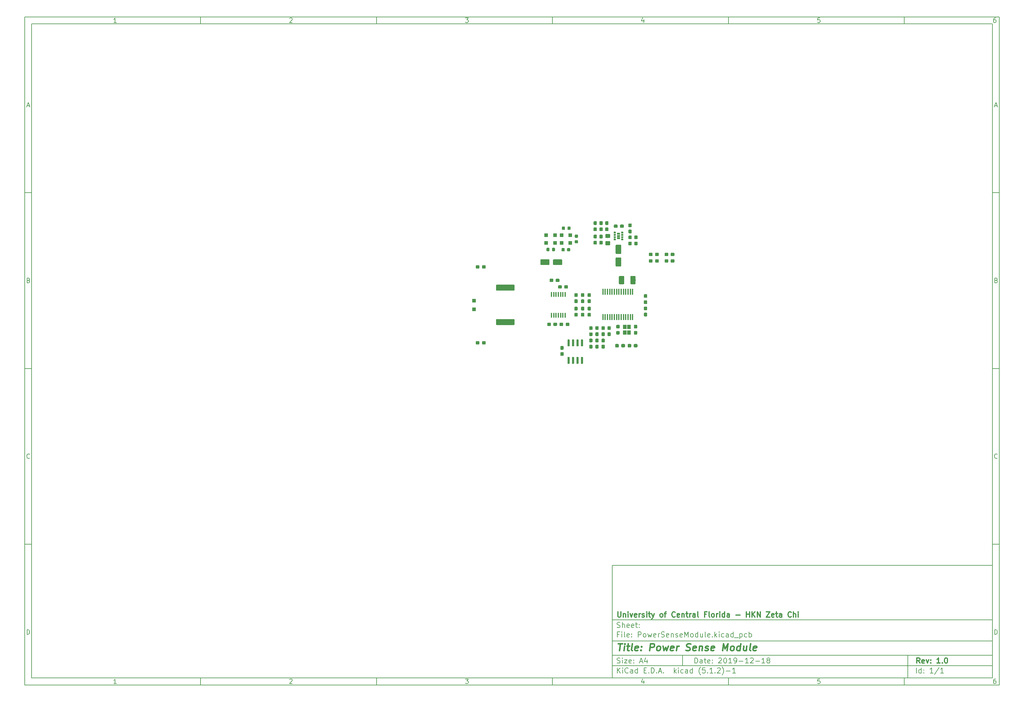
<source format=gbr>
G04 #@! TF.GenerationSoftware,KiCad,Pcbnew,(5.1.2)-1*
G04 #@! TF.CreationDate,2019-12-18T19:38:25-05:00*
G04 #@! TF.ProjectId,PowerSenseModule,506f7765-7253-4656-9e73-654d6f64756c,1.0*
G04 #@! TF.SameCoordinates,Original*
G04 #@! TF.FileFunction,Paste,Top*
G04 #@! TF.FilePolarity,Positive*
%FSLAX46Y46*%
G04 Gerber Fmt 4.6, Leading zero omitted, Abs format (unit mm)*
G04 Created by KiCad (PCBNEW (5.1.2)-1) date 2019-12-18 19:38:25*
%MOMM*%
%LPD*%
G04 APERTURE LIST*
%ADD10C,0.100000*%
%ADD11C,0.150000*%
%ADD12C,0.300000*%
%ADD13C,0.400000*%
%ADD14C,0.950000*%
%ADD15C,0.875000*%
%ADD16R,1.050000X1.150000*%
%ADD17C,1.150000*%
%ADD18C,0.600000*%
%ADD19R,0.450000X1.750000*%
%ADD20R,0.450000X1.450000*%
%ADD21C,0.500000*%
%ADD22C,0.510000*%
%ADD23C,1.650000*%
%ADD24R,1.000000X1.000000*%
%ADD25C,1.600000*%
%ADD26C,1.500000*%
G04 APERTURE END LIST*
D10*
D11*
X177002200Y-166007200D02*
X177002200Y-198007200D01*
X285002200Y-198007200D01*
X285002200Y-166007200D01*
X177002200Y-166007200D01*
D10*
D11*
X10000000Y-10000000D02*
X10000000Y-200007200D01*
X287002200Y-200007200D01*
X287002200Y-10000000D01*
X10000000Y-10000000D01*
D10*
D11*
X12000000Y-12000000D02*
X12000000Y-198007200D01*
X285002200Y-198007200D01*
X285002200Y-12000000D01*
X12000000Y-12000000D01*
D10*
D11*
X60000000Y-12000000D02*
X60000000Y-10000000D01*
D10*
D11*
X110000000Y-12000000D02*
X110000000Y-10000000D01*
D10*
D11*
X160000000Y-12000000D02*
X160000000Y-10000000D01*
D10*
D11*
X210000000Y-12000000D02*
X210000000Y-10000000D01*
D10*
D11*
X260000000Y-12000000D02*
X260000000Y-10000000D01*
D10*
D11*
X36065476Y-11588095D02*
X35322619Y-11588095D01*
X35694047Y-11588095D02*
X35694047Y-10288095D01*
X35570238Y-10473809D01*
X35446428Y-10597619D01*
X35322619Y-10659523D01*
D10*
D11*
X85322619Y-10411904D02*
X85384523Y-10350000D01*
X85508333Y-10288095D01*
X85817857Y-10288095D01*
X85941666Y-10350000D01*
X86003571Y-10411904D01*
X86065476Y-10535714D01*
X86065476Y-10659523D01*
X86003571Y-10845238D01*
X85260714Y-11588095D01*
X86065476Y-11588095D01*
D10*
D11*
X135260714Y-10288095D02*
X136065476Y-10288095D01*
X135632142Y-10783333D01*
X135817857Y-10783333D01*
X135941666Y-10845238D01*
X136003571Y-10907142D01*
X136065476Y-11030952D01*
X136065476Y-11340476D01*
X136003571Y-11464285D01*
X135941666Y-11526190D01*
X135817857Y-11588095D01*
X135446428Y-11588095D01*
X135322619Y-11526190D01*
X135260714Y-11464285D01*
D10*
D11*
X185941666Y-10721428D02*
X185941666Y-11588095D01*
X185632142Y-10226190D02*
X185322619Y-11154761D01*
X186127380Y-11154761D01*
D10*
D11*
X236003571Y-10288095D02*
X235384523Y-10288095D01*
X235322619Y-10907142D01*
X235384523Y-10845238D01*
X235508333Y-10783333D01*
X235817857Y-10783333D01*
X235941666Y-10845238D01*
X236003571Y-10907142D01*
X236065476Y-11030952D01*
X236065476Y-11340476D01*
X236003571Y-11464285D01*
X235941666Y-11526190D01*
X235817857Y-11588095D01*
X235508333Y-11588095D01*
X235384523Y-11526190D01*
X235322619Y-11464285D01*
D10*
D11*
X285941666Y-10288095D02*
X285694047Y-10288095D01*
X285570238Y-10350000D01*
X285508333Y-10411904D01*
X285384523Y-10597619D01*
X285322619Y-10845238D01*
X285322619Y-11340476D01*
X285384523Y-11464285D01*
X285446428Y-11526190D01*
X285570238Y-11588095D01*
X285817857Y-11588095D01*
X285941666Y-11526190D01*
X286003571Y-11464285D01*
X286065476Y-11340476D01*
X286065476Y-11030952D01*
X286003571Y-10907142D01*
X285941666Y-10845238D01*
X285817857Y-10783333D01*
X285570238Y-10783333D01*
X285446428Y-10845238D01*
X285384523Y-10907142D01*
X285322619Y-11030952D01*
D10*
D11*
X60000000Y-198007200D02*
X60000000Y-200007200D01*
D10*
D11*
X110000000Y-198007200D02*
X110000000Y-200007200D01*
D10*
D11*
X160000000Y-198007200D02*
X160000000Y-200007200D01*
D10*
D11*
X210000000Y-198007200D02*
X210000000Y-200007200D01*
D10*
D11*
X260000000Y-198007200D02*
X260000000Y-200007200D01*
D10*
D11*
X36065476Y-199595295D02*
X35322619Y-199595295D01*
X35694047Y-199595295D02*
X35694047Y-198295295D01*
X35570238Y-198481009D01*
X35446428Y-198604819D01*
X35322619Y-198666723D01*
D10*
D11*
X85322619Y-198419104D02*
X85384523Y-198357200D01*
X85508333Y-198295295D01*
X85817857Y-198295295D01*
X85941666Y-198357200D01*
X86003571Y-198419104D01*
X86065476Y-198542914D01*
X86065476Y-198666723D01*
X86003571Y-198852438D01*
X85260714Y-199595295D01*
X86065476Y-199595295D01*
D10*
D11*
X135260714Y-198295295D02*
X136065476Y-198295295D01*
X135632142Y-198790533D01*
X135817857Y-198790533D01*
X135941666Y-198852438D01*
X136003571Y-198914342D01*
X136065476Y-199038152D01*
X136065476Y-199347676D01*
X136003571Y-199471485D01*
X135941666Y-199533390D01*
X135817857Y-199595295D01*
X135446428Y-199595295D01*
X135322619Y-199533390D01*
X135260714Y-199471485D01*
D10*
D11*
X185941666Y-198728628D02*
X185941666Y-199595295D01*
X185632142Y-198233390D02*
X185322619Y-199161961D01*
X186127380Y-199161961D01*
D10*
D11*
X236003571Y-198295295D02*
X235384523Y-198295295D01*
X235322619Y-198914342D01*
X235384523Y-198852438D01*
X235508333Y-198790533D01*
X235817857Y-198790533D01*
X235941666Y-198852438D01*
X236003571Y-198914342D01*
X236065476Y-199038152D01*
X236065476Y-199347676D01*
X236003571Y-199471485D01*
X235941666Y-199533390D01*
X235817857Y-199595295D01*
X235508333Y-199595295D01*
X235384523Y-199533390D01*
X235322619Y-199471485D01*
D10*
D11*
X285941666Y-198295295D02*
X285694047Y-198295295D01*
X285570238Y-198357200D01*
X285508333Y-198419104D01*
X285384523Y-198604819D01*
X285322619Y-198852438D01*
X285322619Y-199347676D01*
X285384523Y-199471485D01*
X285446428Y-199533390D01*
X285570238Y-199595295D01*
X285817857Y-199595295D01*
X285941666Y-199533390D01*
X286003571Y-199471485D01*
X286065476Y-199347676D01*
X286065476Y-199038152D01*
X286003571Y-198914342D01*
X285941666Y-198852438D01*
X285817857Y-198790533D01*
X285570238Y-198790533D01*
X285446428Y-198852438D01*
X285384523Y-198914342D01*
X285322619Y-199038152D01*
D10*
D11*
X10000000Y-60000000D02*
X12000000Y-60000000D01*
D10*
D11*
X10000000Y-110000000D02*
X12000000Y-110000000D01*
D10*
D11*
X10000000Y-160000000D02*
X12000000Y-160000000D01*
D10*
D11*
X10690476Y-35216666D02*
X11309523Y-35216666D01*
X10566666Y-35588095D02*
X11000000Y-34288095D01*
X11433333Y-35588095D01*
D10*
D11*
X11092857Y-84907142D02*
X11278571Y-84969047D01*
X11340476Y-85030952D01*
X11402380Y-85154761D01*
X11402380Y-85340476D01*
X11340476Y-85464285D01*
X11278571Y-85526190D01*
X11154761Y-85588095D01*
X10659523Y-85588095D01*
X10659523Y-84288095D01*
X11092857Y-84288095D01*
X11216666Y-84350000D01*
X11278571Y-84411904D01*
X11340476Y-84535714D01*
X11340476Y-84659523D01*
X11278571Y-84783333D01*
X11216666Y-84845238D01*
X11092857Y-84907142D01*
X10659523Y-84907142D01*
D10*
D11*
X11402380Y-135464285D02*
X11340476Y-135526190D01*
X11154761Y-135588095D01*
X11030952Y-135588095D01*
X10845238Y-135526190D01*
X10721428Y-135402380D01*
X10659523Y-135278571D01*
X10597619Y-135030952D01*
X10597619Y-134845238D01*
X10659523Y-134597619D01*
X10721428Y-134473809D01*
X10845238Y-134350000D01*
X11030952Y-134288095D01*
X11154761Y-134288095D01*
X11340476Y-134350000D01*
X11402380Y-134411904D01*
D10*
D11*
X10659523Y-185588095D02*
X10659523Y-184288095D01*
X10969047Y-184288095D01*
X11154761Y-184350000D01*
X11278571Y-184473809D01*
X11340476Y-184597619D01*
X11402380Y-184845238D01*
X11402380Y-185030952D01*
X11340476Y-185278571D01*
X11278571Y-185402380D01*
X11154761Y-185526190D01*
X10969047Y-185588095D01*
X10659523Y-185588095D01*
D10*
D11*
X287002200Y-60000000D02*
X285002200Y-60000000D01*
D10*
D11*
X287002200Y-110000000D02*
X285002200Y-110000000D01*
D10*
D11*
X287002200Y-160000000D02*
X285002200Y-160000000D01*
D10*
D11*
X285692676Y-35216666D02*
X286311723Y-35216666D01*
X285568866Y-35588095D02*
X286002200Y-34288095D01*
X286435533Y-35588095D01*
D10*
D11*
X286095057Y-84907142D02*
X286280771Y-84969047D01*
X286342676Y-85030952D01*
X286404580Y-85154761D01*
X286404580Y-85340476D01*
X286342676Y-85464285D01*
X286280771Y-85526190D01*
X286156961Y-85588095D01*
X285661723Y-85588095D01*
X285661723Y-84288095D01*
X286095057Y-84288095D01*
X286218866Y-84350000D01*
X286280771Y-84411904D01*
X286342676Y-84535714D01*
X286342676Y-84659523D01*
X286280771Y-84783333D01*
X286218866Y-84845238D01*
X286095057Y-84907142D01*
X285661723Y-84907142D01*
D10*
D11*
X286404580Y-135464285D02*
X286342676Y-135526190D01*
X286156961Y-135588095D01*
X286033152Y-135588095D01*
X285847438Y-135526190D01*
X285723628Y-135402380D01*
X285661723Y-135278571D01*
X285599819Y-135030952D01*
X285599819Y-134845238D01*
X285661723Y-134597619D01*
X285723628Y-134473809D01*
X285847438Y-134350000D01*
X286033152Y-134288095D01*
X286156961Y-134288095D01*
X286342676Y-134350000D01*
X286404580Y-134411904D01*
D10*
D11*
X285661723Y-185588095D02*
X285661723Y-184288095D01*
X285971247Y-184288095D01*
X286156961Y-184350000D01*
X286280771Y-184473809D01*
X286342676Y-184597619D01*
X286404580Y-184845238D01*
X286404580Y-185030952D01*
X286342676Y-185278571D01*
X286280771Y-185402380D01*
X286156961Y-185526190D01*
X285971247Y-185588095D01*
X285661723Y-185588095D01*
D10*
D11*
X200434342Y-193785771D02*
X200434342Y-192285771D01*
X200791485Y-192285771D01*
X201005771Y-192357200D01*
X201148628Y-192500057D01*
X201220057Y-192642914D01*
X201291485Y-192928628D01*
X201291485Y-193142914D01*
X201220057Y-193428628D01*
X201148628Y-193571485D01*
X201005771Y-193714342D01*
X200791485Y-193785771D01*
X200434342Y-193785771D01*
X202577200Y-193785771D02*
X202577200Y-193000057D01*
X202505771Y-192857200D01*
X202362914Y-192785771D01*
X202077200Y-192785771D01*
X201934342Y-192857200D01*
X202577200Y-193714342D02*
X202434342Y-193785771D01*
X202077200Y-193785771D01*
X201934342Y-193714342D01*
X201862914Y-193571485D01*
X201862914Y-193428628D01*
X201934342Y-193285771D01*
X202077200Y-193214342D01*
X202434342Y-193214342D01*
X202577200Y-193142914D01*
X203077200Y-192785771D02*
X203648628Y-192785771D01*
X203291485Y-192285771D02*
X203291485Y-193571485D01*
X203362914Y-193714342D01*
X203505771Y-193785771D01*
X203648628Y-193785771D01*
X204720057Y-193714342D02*
X204577200Y-193785771D01*
X204291485Y-193785771D01*
X204148628Y-193714342D01*
X204077200Y-193571485D01*
X204077200Y-193000057D01*
X204148628Y-192857200D01*
X204291485Y-192785771D01*
X204577200Y-192785771D01*
X204720057Y-192857200D01*
X204791485Y-193000057D01*
X204791485Y-193142914D01*
X204077200Y-193285771D01*
X205434342Y-193642914D02*
X205505771Y-193714342D01*
X205434342Y-193785771D01*
X205362914Y-193714342D01*
X205434342Y-193642914D01*
X205434342Y-193785771D01*
X205434342Y-192857200D02*
X205505771Y-192928628D01*
X205434342Y-193000057D01*
X205362914Y-192928628D01*
X205434342Y-192857200D01*
X205434342Y-193000057D01*
X207220057Y-192428628D02*
X207291485Y-192357200D01*
X207434342Y-192285771D01*
X207791485Y-192285771D01*
X207934342Y-192357200D01*
X208005771Y-192428628D01*
X208077200Y-192571485D01*
X208077200Y-192714342D01*
X208005771Y-192928628D01*
X207148628Y-193785771D01*
X208077200Y-193785771D01*
X209005771Y-192285771D02*
X209148628Y-192285771D01*
X209291485Y-192357200D01*
X209362914Y-192428628D01*
X209434342Y-192571485D01*
X209505771Y-192857200D01*
X209505771Y-193214342D01*
X209434342Y-193500057D01*
X209362914Y-193642914D01*
X209291485Y-193714342D01*
X209148628Y-193785771D01*
X209005771Y-193785771D01*
X208862914Y-193714342D01*
X208791485Y-193642914D01*
X208720057Y-193500057D01*
X208648628Y-193214342D01*
X208648628Y-192857200D01*
X208720057Y-192571485D01*
X208791485Y-192428628D01*
X208862914Y-192357200D01*
X209005771Y-192285771D01*
X210934342Y-193785771D02*
X210077200Y-193785771D01*
X210505771Y-193785771D02*
X210505771Y-192285771D01*
X210362914Y-192500057D01*
X210220057Y-192642914D01*
X210077200Y-192714342D01*
X211648628Y-193785771D02*
X211934342Y-193785771D01*
X212077200Y-193714342D01*
X212148628Y-193642914D01*
X212291485Y-193428628D01*
X212362914Y-193142914D01*
X212362914Y-192571485D01*
X212291485Y-192428628D01*
X212220057Y-192357200D01*
X212077200Y-192285771D01*
X211791485Y-192285771D01*
X211648628Y-192357200D01*
X211577200Y-192428628D01*
X211505771Y-192571485D01*
X211505771Y-192928628D01*
X211577200Y-193071485D01*
X211648628Y-193142914D01*
X211791485Y-193214342D01*
X212077200Y-193214342D01*
X212220057Y-193142914D01*
X212291485Y-193071485D01*
X212362914Y-192928628D01*
X213005771Y-193214342D02*
X214148628Y-193214342D01*
X215648628Y-193785771D02*
X214791485Y-193785771D01*
X215220057Y-193785771D02*
X215220057Y-192285771D01*
X215077200Y-192500057D01*
X214934342Y-192642914D01*
X214791485Y-192714342D01*
X216220057Y-192428628D02*
X216291485Y-192357200D01*
X216434342Y-192285771D01*
X216791485Y-192285771D01*
X216934342Y-192357200D01*
X217005771Y-192428628D01*
X217077200Y-192571485D01*
X217077200Y-192714342D01*
X217005771Y-192928628D01*
X216148628Y-193785771D01*
X217077200Y-193785771D01*
X217720057Y-193214342D02*
X218862914Y-193214342D01*
X220362914Y-193785771D02*
X219505771Y-193785771D01*
X219934342Y-193785771D02*
X219934342Y-192285771D01*
X219791485Y-192500057D01*
X219648628Y-192642914D01*
X219505771Y-192714342D01*
X221220057Y-192928628D02*
X221077200Y-192857200D01*
X221005771Y-192785771D01*
X220934342Y-192642914D01*
X220934342Y-192571485D01*
X221005771Y-192428628D01*
X221077200Y-192357200D01*
X221220057Y-192285771D01*
X221505771Y-192285771D01*
X221648628Y-192357200D01*
X221720057Y-192428628D01*
X221791485Y-192571485D01*
X221791485Y-192642914D01*
X221720057Y-192785771D01*
X221648628Y-192857200D01*
X221505771Y-192928628D01*
X221220057Y-192928628D01*
X221077200Y-193000057D01*
X221005771Y-193071485D01*
X220934342Y-193214342D01*
X220934342Y-193500057D01*
X221005771Y-193642914D01*
X221077200Y-193714342D01*
X221220057Y-193785771D01*
X221505771Y-193785771D01*
X221648628Y-193714342D01*
X221720057Y-193642914D01*
X221791485Y-193500057D01*
X221791485Y-193214342D01*
X221720057Y-193071485D01*
X221648628Y-193000057D01*
X221505771Y-192928628D01*
D10*
D11*
X177002200Y-194507200D02*
X285002200Y-194507200D01*
D10*
D11*
X178434342Y-196585771D02*
X178434342Y-195085771D01*
X179291485Y-196585771D02*
X178648628Y-195728628D01*
X179291485Y-195085771D02*
X178434342Y-195942914D01*
X179934342Y-196585771D02*
X179934342Y-195585771D01*
X179934342Y-195085771D02*
X179862914Y-195157200D01*
X179934342Y-195228628D01*
X180005771Y-195157200D01*
X179934342Y-195085771D01*
X179934342Y-195228628D01*
X181505771Y-196442914D02*
X181434342Y-196514342D01*
X181220057Y-196585771D01*
X181077200Y-196585771D01*
X180862914Y-196514342D01*
X180720057Y-196371485D01*
X180648628Y-196228628D01*
X180577200Y-195942914D01*
X180577200Y-195728628D01*
X180648628Y-195442914D01*
X180720057Y-195300057D01*
X180862914Y-195157200D01*
X181077200Y-195085771D01*
X181220057Y-195085771D01*
X181434342Y-195157200D01*
X181505771Y-195228628D01*
X182791485Y-196585771D02*
X182791485Y-195800057D01*
X182720057Y-195657200D01*
X182577200Y-195585771D01*
X182291485Y-195585771D01*
X182148628Y-195657200D01*
X182791485Y-196514342D02*
X182648628Y-196585771D01*
X182291485Y-196585771D01*
X182148628Y-196514342D01*
X182077200Y-196371485D01*
X182077200Y-196228628D01*
X182148628Y-196085771D01*
X182291485Y-196014342D01*
X182648628Y-196014342D01*
X182791485Y-195942914D01*
X184148628Y-196585771D02*
X184148628Y-195085771D01*
X184148628Y-196514342D02*
X184005771Y-196585771D01*
X183720057Y-196585771D01*
X183577200Y-196514342D01*
X183505771Y-196442914D01*
X183434342Y-196300057D01*
X183434342Y-195871485D01*
X183505771Y-195728628D01*
X183577200Y-195657200D01*
X183720057Y-195585771D01*
X184005771Y-195585771D01*
X184148628Y-195657200D01*
X186005771Y-195800057D02*
X186505771Y-195800057D01*
X186720057Y-196585771D02*
X186005771Y-196585771D01*
X186005771Y-195085771D01*
X186720057Y-195085771D01*
X187362914Y-196442914D02*
X187434342Y-196514342D01*
X187362914Y-196585771D01*
X187291485Y-196514342D01*
X187362914Y-196442914D01*
X187362914Y-196585771D01*
X188077200Y-196585771D02*
X188077200Y-195085771D01*
X188434342Y-195085771D01*
X188648628Y-195157200D01*
X188791485Y-195300057D01*
X188862914Y-195442914D01*
X188934342Y-195728628D01*
X188934342Y-195942914D01*
X188862914Y-196228628D01*
X188791485Y-196371485D01*
X188648628Y-196514342D01*
X188434342Y-196585771D01*
X188077200Y-196585771D01*
X189577200Y-196442914D02*
X189648628Y-196514342D01*
X189577200Y-196585771D01*
X189505771Y-196514342D01*
X189577200Y-196442914D01*
X189577200Y-196585771D01*
X190220057Y-196157200D02*
X190934342Y-196157200D01*
X190077200Y-196585771D02*
X190577200Y-195085771D01*
X191077200Y-196585771D01*
X191577200Y-196442914D02*
X191648628Y-196514342D01*
X191577200Y-196585771D01*
X191505771Y-196514342D01*
X191577200Y-196442914D01*
X191577200Y-196585771D01*
X194577200Y-196585771D02*
X194577200Y-195085771D01*
X194720057Y-196014342D02*
X195148628Y-196585771D01*
X195148628Y-195585771D02*
X194577200Y-196157200D01*
X195791485Y-196585771D02*
X195791485Y-195585771D01*
X195791485Y-195085771D02*
X195720057Y-195157200D01*
X195791485Y-195228628D01*
X195862914Y-195157200D01*
X195791485Y-195085771D01*
X195791485Y-195228628D01*
X197148628Y-196514342D02*
X197005771Y-196585771D01*
X196720057Y-196585771D01*
X196577200Y-196514342D01*
X196505771Y-196442914D01*
X196434342Y-196300057D01*
X196434342Y-195871485D01*
X196505771Y-195728628D01*
X196577200Y-195657200D01*
X196720057Y-195585771D01*
X197005771Y-195585771D01*
X197148628Y-195657200D01*
X198434342Y-196585771D02*
X198434342Y-195800057D01*
X198362914Y-195657200D01*
X198220057Y-195585771D01*
X197934342Y-195585771D01*
X197791485Y-195657200D01*
X198434342Y-196514342D02*
X198291485Y-196585771D01*
X197934342Y-196585771D01*
X197791485Y-196514342D01*
X197720057Y-196371485D01*
X197720057Y-196228628D01*
X197791485Y-196085771D01*
X197934342Y-196014342D01*
X198291485Y-196014342D01*
X198434342Y-195942914D01*
X199791485Y-196585771D02*
X199791485Y-195085771D01*
X199791485Y-196514342D02*
X199648628Y-196585771D01*
X199362914Y-196585771D01*
X199220057Y-196514342D01*
X199148628Y-196442914D01*
X199077200Y-196300057D01*
X199077200Y-195871485D01*
X199148628Y-195728628D01*
X199220057Y-195657200D01*
X199362914Y-195585771D01*
X199648628Y-195585771D01*
X199791485Y-195657200D01*
X202077200Y-197157200D02*
X202005771Y-197085771D01*
X201862914Y-196871485D01*
X201791485Y-196728628D01*
X201720057Y-196514342D01*
X201648628Y-196157200D01*
X201648628Y-195871485D01*
X201720057Y-195514342D01*
X201791485Y-195300057D01*
X201862914Y-195157200D01*
X202005771Y-194942914D01*
X202077200Y-194871485D01*
X203362914Y-195085771D02*
X202648628Y-195085771D01*
X202577200Y-195800057D01*
X202648628Y-195728628D01*
X202791485Y-195657200D01*
X203148628Y-195657200D01*
X203291485Y-195728628D01*
X203362914Y-195800057D01*
X203434342Y-195942914D01*
X203434342Y-196300057D01*
X203362914Y-196442914D01*
X203291485Y-196514342D01*
X203148628Y-196585771D01*
X202791485Y-196585771D01*
X202648628Y-196514342D01*
X202577200Y-196442914D01*
X204077200Y-196442914D02*
X204148628Y-196514342D01*
X204077200Y-196585771D01*
X204005771Y-196514342D01*
X204077200Y-196442914D01*
X204077200Y-196585771D01*
X205577200Y-196585771D02*
X204720057Y-196585771D01*
X205148628Y-196585771D02*
X205148628Y-195085771D01*
X205005771Y-195300057D01*
X204862914Y-195442914D01*
X204720057Y-195514342D01*
X206220057Y-196442914D02*
X206291485Y-196514342D01*
X206220057Y-196585771D01*
X206148628Y-196514342D01*
X206220057Y-196442914D01*
X206220057Y-196585771D01*
X206862914Y-195228628D02*
X206934342Y-195157200D01*
X207077200Y-195085771D01*
X207434342Y-195085771D01*
X207577200Y-195157200D01*
X207648628Y-195228628D01*
X207720057Y-195371485D01*
X207720057Y-195514342D01*
X207648628Y-195728628D01*
X206791485Y-196585771D01*
X207720057Y-196585771D01*
X208220057Y-197157200D02*
X208291485Y-197085771D01*
X208434342Y-196871485D01*
X208505771Y-196728628D01*
X208577200Y-196514342D01*
X208648628Y-196157200D01*
X208648628Y-195871485D01*
X208577200Y-195514342D01*
X208505771Y-195300057D01*
X208434342Y-195157200D01*
X208291485Y-194942914D01*
X208220057Y-194871485D01*
X209362914Y-196014342D02*
X210505771Y-196014342D01*
X212005771Y-196585771D02*
X211148628Y-196585771D01*
X211577200Y-196585771D02*
X211577200Y-195085771D01*
X211434342Y-195300057D01*
X211291485Y-195442914D01*
X211148628Y-195514342D01*
D10*
D11*
X177002200Y-191507200D02*
X285002200Y-191507200D01*
D10*
D12*
X264411485Y-193785771D02*
X263911485Y-193071485D01*
X263554342Y-193785771D02*
X263554342Y-192285771D01*
X264125771Y-192285771D01*
X264268628Y-192357200D01*
X264340057Y-192428628D01*
X264411485Y-192571485D01*
X264411485Y-192785771D01*
X264340057Y-192928628D01*
X264268628Y-193000057D01*
X264125771Y-193071485D01*
X263554342Y-193071485D01*
X265625771Y-193714342D02*
X265482914Y-193785771D01*
X265197200Y-193785771D01*
X265054342Y-193714342D01*
X264982914Y-193571485D01*
X264982914Y-193000057D01*
X265054342Y-192857200D01*
X265197200Y-192785771D01*
X265482914Y-192785771D01*
X265625771Y-192857200D01*
X265697200Y-193000057D01*
X265697200Y-193142914D01*
X264982914Y-193285771D01*
X266197200Y-192785771D02*
X266554342Y-193785771D01*
X266911485Y-192785771D01*
X267482914Y-193642914D02*
X267554342Y-193714342D01*
X267482914Y-193785771D01*
X267411485Y-193714342D01*
X267482914Y-193642914D01*
X267482914Y-193785771D01*
X267482914Y-192857200D02*
X267554342Y-192928628D01*
X267482914Y-193000057D01*
X267411485Y-192928628D01*
X267482914Y-192857200D01*
X267482914Y-193000057D01*
X270125771Y-193785771D02*
X269268628Y-193785771D01*
X269697200Y-193785771D02*
X269697200Y-192285771D01*
X269554342Y-192500057D01*
X269411485Y-192642914D01*
X269268628Y-192714342D01*
X270768628Y-193642914D02*
X270840057Y-193714342D01*
X270768628Y-193785771D01*
X270697200Y-193714342D01*
X270768628Y-193642914D01*
X270768628Y-193785771D01*
X271768628Y-192285771D02*
X271911485Y-192285771D01*
X272054342Y-192357200D01*
X272125771Y-192428628D01*
X272197200Y-192571485D01*
X272268628Y-192857200D01*
X272268628Y-193214342D01*
X272197200Y-193500057D01*
X272125771Y-193642914D01*
X272054342Y-193714342D01*
X271911485Y-193785771D01*
X271768628Y-193785771D01*
X271625771Y-193714342D01*
X271554342Y-193642914D01*
X271482914Y-193500057D01*
X271411485Y-193214342D01*
X271411485Y-192857200D01*
X271482914Y-192571485D01*
X271554342Y-192428628D01*
X271625771Y-192357200D01*
X271768628Y-192285771D01*
D10*
D11*
X178362914Y-193714342D02*
X178577200Y-193785771D01*
X178934342Y-193785771D01*
X179077200Y-193714342D01*
X179148628Y-193642914D01*
X179220057Y-193500057D01*
X179220057Y-193357200D01*
X179148628Y-193214342D01*
X179077200Y-193142914D01*
X178934342Y-193071485D01*
X178648628Y-193000057D01*
X178505771Y-192928628D01*
X178434342Y-192857200D01*
X178362914Y-192714342D01*
X178362914Y-192571485D01*
X178434342Y-192428628D01*
X178505771Y-192357200D01*
X178648628Y-192285771D01*
X179005771Y-192285771D01*
X179220057Y-192357200D01*
X179862914Y-193785771D02*
X179862914Y-192785771D01*
X179862914Y-192285771D02*
X179791485Y-192357200D01*
X179862914Y-192428628D01*
X179934342Y-192357200D01*
X179862914Y-192285771D01*
X179862914Y-192428628D01*
X180434342Y-192785771D02*
X181220057Y-192785771D01*
X180434342Y-193785771D01*
X181220057Y-193785771D01*
X182362914Y-193714342D02*
X182220057Y-193785771D01*
X181934342Y-193785771D01*
X181791485Y-193714342D01*
X181720057Y-193571485D01*
X181720057Y-193000057D01*
X181791485Y-192857200D01*
X181934342Y-192785771D01*
X182220057Y-192785771D01*
X182362914Y-192857200D01*
X182434342Y-193000057D01*
X182434342Y-193142914D01*
X181720057Y-193285771D01*
X183077200Y-193642914D02*
X183148628Y-193714342D01*
X183077200Y-193785771D01*
X183005771Y-193714342D01*
X183077200Y-193642914D01*
X183077200Y-193785771D01*
X183077200Y-192857200D02*
X183148628Y-192928628D01*
X183077200Y-193000057D01*
X183005771Y-192928628D01*
X183077200Y-192857200D01*
X183077200Y-193000057D01*
X184862914Y-193357200D02*
X185577200Y-193357200D01*
X184720057Y-193785771D02*
X185220057Y-192285771D01*
X185720057Y-193785771D01*
X186862914Y-192785771D02*
X186862914Y-193785771D01*
X186505771Y-192214342D02*
X186148628Y-193285771D01*
X187077200Y-193285771D01*
D10*
D11*
X263434342Y-196585771D02*
X263434342Y-195085771D01*
X264791485Y-196585771D02*
X264791485Y-195085771D01*
X264791485Y-196514342D02*
X264648628Y-196585771D01*
X264362914Y-196585771D01*
X264220057Y-196514342D01*
X264148628Y-196442914D01*
X264077200Y-196300057D01*
X264077200Y-195871485D01*
X264148628Y-195728628D01*
X264220057Y-195657200D01*
X264362914Y-195585771D01*
X264648628Y-195585771D01*
X264791485Y-195657200D01*
X265505771Y-196442914D02*
X265577200Y-196514342D01*
X265505771Y-196585771D01*
X265434342Y-196514342D01*
X265505771Y-196442914D01*
X265505771Y-196585771D01*
X265505771Y-195657200D02*
X265577200Y-195728628D01*
X265505771Y-195800057D01*
X265434342Y-195728628D01*
X265505771Y-195657200D01*
X265505771Y-195800057D01*
X268148628Y-196585771D02*
X267291485Y-196585771D01*
X267720057Y-196585771D02*
X267720057Y-195085771D01*
X267577200Y-195300057D01*
X267434342Y-195442914D01*
X267291485Y-195514342D01*
X269862914Y-195014342D02*
X268577200Y-196942914D01*
X271148628Y-196585771D02*
X270291485Y-196585771D01*
X270720057Y-196585771D02*
X270720057Y-195085771D01*
X270577200Y-195300057D01*
X270434342Y-195442914D01*
X270291485Y-195514342D01*
D10*
D11*
X177002200Y-187507200D02*
X285002200Y-187507200D01*
D10*
D13*
X178714580Y-188211961D02*
X179857438Y-188211961D01*
X179036009Y-190211961D02*
X179286009Y-188211961D01*
X180274104Y-190211961D02*
X180440771Y-188878628D01*
X180524104Y-188211961D02*
X180416961Y-188307200D01*
X180500295Y-188402438D01*
X180607438Y-188307200D01*
X180524104Y-188211961D01*
X180500295Y-188402438D01*
X181107438Y-188878628D02*
X181869342Y-188878628D01*
X181476485Y-188211961D02*
X181262200Y-189926247D01*
X181333628Y-190116723D01*
X181512200Y-190211961D01*
X181702676Y-190211961D01*
X182655057Y-190211961D02*
X182476485Y-190116723D01*
X182405057Y-189926247D01*
X182619342Y-188211961D01*
X184190771Y-190116723D02*
X183988390Y-190211961D01*
X183607438Y-190211961D01*
X183428866Y-190116723D01*
X183357438Y-189926247D01*
X183452676Y-189164342D01*
X183571723Y-188973866D01*
X183774104Y-188878628D01*
X184155057Y-188878628D01*
X184333628Y-188973866D01*
X184405057Y-189164342D01*
X184381247Y-189354819D01*
X183405057Y-189545295D01*
X185155057Y-190021485D02*
X185238390Y-190116723D01*
X185131247Y-190211961D01*
X185047914Y-190116723D01*
X185155057Y-190021485D01*
X185131247Y-190211961D01*
X185286009Y-188973866D02*
X185369342Y-189069104D01*
X185262200Y-189164342D01*
X185178866Y-189069104D01*
X185286009Y-188973866D01*
X185262200Y-189164342D01*
X187607438Y-190211961D02*
X187857438Y-188211961D01*
X188619342Y-188211961D01*
X188797914Y-188307200D01*
X188881247Y-188402438D01*
X188952676Y-188592914D01*
X188916961Y-188878628D01*
X188797914Y-189069104D01*
X188690771Y-189164342D01*
X188488390Y-189259580D01*
X187726485Y-189259580D01*
X189893152Y-190211961D02*
X189714580Y-190116723D01*
X189631247Y-190021485D01*
X189559819Y-189831009D01*
X189631247Y-189259580D01*
X189750295Y-189069104D01*
X189857438Y-188973866D01*
X190059819Y-188878628D01*
X190345533Y-188878628D01*
X190524104Y-188973866D01*
X190607438Y-189069104D01*
X190678866Y-189259580D01*
X190607438Y-189831009D01*
X190488390Y-190021485D01*
X190381247Y-190116723D01*
X190178866Y-190211961D01*
X189893152Y-190211961D01*
X191393152Y-188878628D02*
X191607438Y-190211961D01*
X192107438Y-189259580D01*
X192369342Y-190211961D01*
X192916961Y-188878628D01*
X194286009Y-190116723D02*
X194083628Y-190211961D01*
X193702676Y-190211961D01*
X193524104Y-190116723D01*
X193452676Y-189926247D01*
X193547914Y-189164342D01*
X193666961Y-188973866D01*
X193869342Y-188878628D01*
X194250295Y-188878628D01*
X194428866Y-188973866D01*
X194500295Y-189164342D01*
X194476485Y-189354819D01*
X193500295Y-189545295D01*
X195226485Y-190211961D02*
X195393152Y-188878628D01*
X195345533Y-189259580D02*
X195464580Y-189069104D01*
X195571723Y-188973866D01*
X195774104Y-188878628D01*
X195964580Y-188878628D01*
X197905057Y-190116723D02*
X198178866Y-190211961D01*
X198655057Y-190211961D01*
X198857438Y-190116723D01*
X198964580Y-190021485D01*
X199083628Y-189831009D01*
X199107438Y-189640533D01*
X199036009Y-189450057D01*
X198952676Y-189354819D01*
X198774104Y-189259580D01*
X198405057Y-189164342D01*
X198226485Y-189069104D01*
X198143152Y-188973866D01*
X198071723Y-188783390D01*
X198095533Y-188592914D01*
X198214580Y-188402438D01*
X198321723Y-188307200D01*
X198524104Y-188211961D01*
X199000295Y-188211961D01*
X199274104Y-188307200D01*
X200666961Y-190116723D02*
X200464580Y-190211961D01*
X200083628Y-190211961D01*
X199905057Y-190116723D01*
X199833628Y-189926247D01*
X199928866Y-189164342D01*
X200047914Y-188973866D01*
X200250295Y-188878628D01*
X200631247Y-188878628D01*
X200809819Y-188973866D01*
X200881247Y-189164342D01*
X200857438Y-189354819D01*
X199881247Y-189545295D01*
X201774104Y-188878628D02*
X201607438Y-190211961D01*
X201750295Y-189069104D02*
X201857438Y-188973866D01*
X202059819Y-188878628D01*
X202345533Y-188878628D01*
X202524104Y-188973866D01*
X202595533Y-189164342D01*
X202464580Y-190211961D01*
X203333628Y-190116723D02*
X203512200Y-190211961D01*
X203893152Y-190211961D01*
X204095533Y-190116723D01*
X204214580Y-189926247D01*
X204226485Y-189831009D01*
X204155057Y-189640533D01*
X203976485Y-189545295D01*
X203690771Y-189545295D01*
X203512200Y-189450057D01*
X203440771Y-189259580D01*
X203452676Y-189164342D01*
X203571723Y-188973866D01*
X203774104Y-188878628D01*
X204059819Y-188878628D01*
X204238390Y-188973866D01*
X205809819Y-190116723D02*
X205607438Y-190211961D01*
X205226485Y-190211961D01*
X205047914Y-190116723D01*
X204976485Y-189926247D01*
X205071723Y-189164342D01*
X205190771Y-188973866D01*
X205393152Y-188878628D01*
X205774104Y-188878628D01*
X205952676Y-188973866D01*
X206024104Y-189164342D01*
X206000295Y-189354819D01*
X205024104Y-189545295D01*
X208274104Y-190211961D02*
X208524104Y-188211961D01*
X209012200Y-189640533D01*
X209857438Y-188211961D01*
X209607438Y-190211961D01*
X210845533Y-190211961D02*
X210666961Y-190116723D01*
X210583628Y-190021485D01*
X210512200Y-189831009D01*
X210583628Y-189259580D01*
X210702676Y-189069104D01*
X210809819Y-188973866D01*
X211012200Y-188878628D01*
X211297914Y-188878628D01*
X211476485Y-188973866D01*
X211559819Y-189069104D01*
X211631247Y-189259580D01*
X211559819Y-189831009D01*
X211440771Y-190021485D01*
X211333628Y-190116723D01*
X211131247Y-190211961D01*
X210845533Y-190211961D01*
X213226485Y-190211961D02*
X213476485Y-188211961D01*
X213238390Y-190116723D02*
X213036009Y-190211961D01*
X212655057Y-190211961D01*
X212476485Y-190116723D01*
X212393152Y-190021485D01*
X212321723Y-189831009D01*
X212393152Y-189259580D01*
X212512200Y-189069104D01*
X212619342Y-188973866D01*
X212821723Y-188878628D01*
X213202676Y-188878628D01*
X213381247Y-188973866D01*
X215202676Y-188878628D02*
X215036009Y-190211961D01*
X214345533Y-188878628D02*
X214214580Y-189926247D01*
X214286009Y-190116723D01*
X214464580Y-190211961D01*
X214750295Y-190211961D01*
X214952676Y-190116723D01*
X215059819Y-190021485D01*
X216274104Y-190211961D02*
X216095533Y-190116723D01*
X216024104Y-189926247D01*
X216238390Y-188211961D01*
X217809819Y-190116723D02*
X217607438Y-190211961D01*
X217226485Y-190211961D01*
X217047914Y-190116723D01*
X216976485Y-189926247D01*
X217071723Y-189164342D01*
X217190771Y-188973866D01*
X217393152Y-188878628D01*
X217774104Y-188878628D01*
X217952676Y-188973866D01*
X218024104Y-189164342D01*
X218000295Y-189354819D01*
X217024104Y-189545295D01*
D10*
D11*
X178934342Y-185600057D02*
X178434342Y-185600057D01*
X178434342Y-186385771D02*
X178434342Y-184885771D01*
X179148628Y-184885771D01*
X179720057Y-186385771D02*
X179720057Y-185385771D01*
X179720057Y-184885771D02*
X179648628Y-184957200D01*
X179720057Y-185028628D01*
X179791485Y-184957200D01*
X179720057Y-184885771D01*
X179720057Y-185028628D01*
X180648628Y-186385771D02*
X180505771Y-186314342D01*
X180434342Y-186171485D01*
X180434342Y-184885771D01*
X181791485Y-186314342D02*
X181648628Y-186385771D01*
X181362914Y-186385771D01*
X181220057Y-186314342D01*
X181148628Y-186171485D01*
X181148628Y-185600057D01*
X181220057Y-185457200D01*
X181362914Y-185385771D01*
X181648628Y-185385771D01*
X181791485Y-185457200D01*
X181862914Y-185600057D01*
X181862914Y-185742914D01*
X181148628Y-185885771D01*
X182505771Y-186242914D02*
X182577200Y-186314342D01*
X182505771Y-186385771D01*
X182434342Y-186314342D01*
X182505771Y-186242914D01*
X182505771Y-186385771D01*
X182505771Y-185457200D02*
X182577200Y-185528628D01*
X182505771Y-185600057D01*
X182434342Y-185528628D01*
X182505771Y-185457200D01*
X182505771Y-185600057D01*
X184362914Y-186385771D02*
X184362914Y-184885771D01*
X184934342Y-184885771D01*
X185077200Y-184957200D01*
X185148628Y-185028628D01*
X185220057Y-185171485D01*
X185220057Y-185385771D01*
X185148628Y-185528628D01*
X185077200Y-185600057D01*
X184934342Y-185671485D01*
X184362914Y-185671485D01*
X186077200Y-186385771D02*
X185934342Y-186314342D01*
X185862914Y-186242914D01*
X185791485Y-186100057D01*
X185791485Y-185671485D01*
X185862914Y-185528628D01*
X185934342Y-185457200D01*
X186077200Y-185385771D01*
X186291485Y-185385771D01*
X186434342Y-185457200D01*
X186505771Y-185528628D01*
X186577200Y-185671485D01*
X186577200Y-186100057D01*
X186505771Y-186242914D01*
X186434342Y-186314342D01*
X186291485Y-186385771D01*
X186077200Y-186385771D01*
X187077200Y-185385771D02*
X187362914Y-186385771D01*
X187648628Y-185671485D01*
X187934342Y-186385771D01*
X188220057Y-185385771D01*
X189362914Y-186314342D02*
X189220057Y-186385771D01*
X188934342Y-186385771D01*
X188791485Y-186314342D01*
X188720057Y-186171485D01*
X188720057Y-185600057D01*
X188791485Y-185457200D01*
X188934342Y-185385771D01*
X189220057Y-185385771D01*
X189362914Y-185457200D01*
X189434342Y-185600057D01*
X189434342Y-185742914D01*
X188720057Y-185885771D01*
X190077200Y-186385771D02*
X190077200Y-185385771D01*
X190077200Y-185671485D02*
X190148628Y-185528628D01*
X190220057Y-185457200D01*
X190362914Y-185385771D01*
X190505771Y-185385771D01*
X190934342Y-186314342D02*
X191148628Y-186385771D01*
X191505771Y-186385771D01*
X191648628Y-186314342D01*
X191720057Y-186242914D01*
X191791485Y-186100057D01*
X191791485Y-185957200D01*
X191720057Y-185814342D01*
X191648628Y-185742914D01*
X191505771Y-185671485D01*
X191220057Y-185600057D01*
X191077200Y-185528628D01*
X191005771Y-185457200D01*
X190934342Y-185314342D01*
X190934342Y-185171485D01*
X191005771Y-185028628D01*
X191077200Y-184957200D01*
X191220057Y-184885771D01*
X191577200Y-184885771D01*
X191791485Y-184957200D01*
X193005771Y-186314342D02*
X192862914Y-186385771D01*
X192577200Y-186385771D01*
X192434342Y-186314342D01*
X192362914Y-186171485D01*
X192362914Y-185600057D01*
X192434342Y-185457200D01*
X192577200Y-185385771D01*
X192862914Y-185385771D01*
X193005771Y-185457200D01*
X193077200Y-185600057D01*
X193077200Y-185742914D01*
X192362914Y-185885771D01*
X193720057Y-185385771D02*
X193720057Y-186385771D01*
X193720057Y-185528628D02*
X193791485Y-185457200D01*
X193934342Y-185385771D01*
X194148628Y-185385771D01*
X194291485Y-185457200D01*
X194362914Y-185600057D01*
X194362914Y-186385771D01*
X195005771Y-186314342D02*
X195148628Y-186385771D01*
X195434342Y-186385771D01*
X195577200Y-186314342D01*
X195648628Y-186171485D01*
X195648628Y-186100057D01*
X195577200Y-185957200D01*
X195434342Y-185885771D01*
X195220057Y-185885771D01*
X195077200Y-185814342D01*
X195005771Y-185671485D01*
X195005771Y-185600057D01*
X195077200Y-185457200D01*
X195220057Y-185385771D01*
X195434342Y-185385771D01*
X195577200Y-185457200D01*
X196862914Y-186314342D02*
X196720057Y-186385771D01*
X196434342Y-186385771D01*
X196291485Y-186314342D01*
X196220057Y-186171485D01*
X196220057Y-185600057D01*
X196291485Y-185457200D01*
X196434342Y-185385771D01*
X196720057Y-185385771D01*
X196862914Y-185457200D01*
X196934342Y-185600057D01*
X196934342Y-185742914D01*
X196220057Y-185885771D01*
X197577200Y-186385771D02*
X197577200Y-184885771D01*
X198077200Y-185957200D01*
X198577200Y-184885771D01*
X198577200Y-186385771D01*
X199505771Y-186385771D02*
X199362914Y-186314342D01*
X199291485Y-186242914D01*
X199220057Y-186100057D01*
X199220057Y-185671485D01*
X199291485Y-185528628D01*
X199362914Y-185457200D01*
X199505771Y-185385771D01*
X199720057Y-185385771D01*
X199862914Y-185457200D01*
X199934342Y-185528628D01*
X200005771Y-185671485D01*
X200005771Y-186100057D01*
X199934342Y-186242914D01*
X199862914Y-186314342D01*
X199720057Y-186385771D01*
X199505771Y-186385771D01*
X201291485Y-186385771D02*
X201291485Y-184885771D01*
X201291485Y-186314342D02*
X201148628Y-186385771D01*
X200862914Y-186385771D01*
X200720057Y-186314342D01*
X200648628Y-186242914D01*
X200577200Y-186100057D01*
X200577200Y-185671485D01*
X200648628Y-185528628D01*
X200720057Y-185457200D01*
X200862914Y-185385771D01*
X201148628Y-185385771D01*
X201291485Y-185457200D01*
X202648628Y-185385771D02*
X202648628Y-186385771D01*
X202005771Y-185385771D02*
X202005771Y-186171485D01*
X202077200Y-186314342D01*
X202220057Y-186385771D01*
X202434342Y-186385771D01*
X202577200Y-186314342D01*
X202648628Y-186242914D01*
X203577200Y-186385771D02*
X203434342Y-186314342D01*
X203362914Y-186171485D01*
X203362914Y-184885771D01*
X204720057Y-186314342D02*
X204577200Y-186385771D01*
X204291485Y-186385771D01*
X204148628Y-186314342D01*
X204077200Y-186171485D01*
X204077200Y-185600057D01*
X204148628Y-185457200D01*
X204291485Y-185385771D01*
X204577200Y-185385771D01*
X204720057Y-185457200D01*
X204791485Y-185600057D01*
X204791485Y-185742914D01*
X204077200Y-185885771D01*
X205434342Y-186242914D02*
X205505771Y-186314342D01*
X205434342Y-186385771D01*
X205362914Y-186314342D01*
X205434342Y-186242914D01*
X205434342Y-186385771D01*
X206148628Y-186385771D02*
X206148628Y-184885771D01*
X206291485Y-185814342D02*
X206720057Y-186385771D01*
X206720057Y-185385771D02*
X206148628Y-185957200D01*
X207362914Y-186385771D02*
X207362914Y-185385771D01*
X207362914Y-184885771D02*
X207291485Y-184957200D01*
X207362914Y-185028628D01*
X207434342Y-184957200D01*
X207362914Y-184885771D01*
X207362914Y-185028628D01*
X208720057Y-186314342D02*
X208577200Y-186385771D01*
X208291485Y-186385771D01*
X208148628Y-186314342D01*
X208077200Y-186242914D01*
X208005771Y-186100057D01*
X208005771Y-185671485D01*
X208077200Y-185528628D01*
X208148628Y-185457200D01*
X208291485Y-185385771D01*
X208577200Y-185385771D01*
X208720057Y-185457200D01*
X210005771Y-186385771D02*
X210005771Y-185600057D01*
X209934342Y-185457200D01*
X209791485Y-185385771D01*
X209505771Y-185385771D01*
X209362914Y-185457200D01*
X210005771Y-186314342D02*
X209862914Y-186385771D01*
X209505771Y-186385771D01*
X209362914Y-186314342D01*
X209291485Y-186171485D01*
X209291485Y-186028628D01*
X209362914Y-185885771D01*
X209505771Y-185814342D01*
X209862914Y-185814342D01*
X210005771Y-185742914D01*
X211362914Y-186385771D02*
X211362914Y-184885771D01*
X211362914Y-186314342D02*
X211220057Y-186385771D01*
X210934342Y-186385771D01*
X210791485Y-186314342D01*
X210720057Y-186242914D01*
X210648628Y-186100057D01*
X210648628Y-185671485D01*
X210720057Y-185528628D01*
X210791485Y-185457200D01*
X210934342Y-185385771D01*
X211220057Y-185385771D01*
X211362914Y-185457200D01*
X211720057Y-186528628D02*
X212862914Y-186528628D01*
X213220057Y-185385771D02*
X213220057Y-186885771D01*
X213220057Y-185457200D02*
X213362914Y-185385771D01*
X213648628Y-185385771D01*
X213791485Y-185457200D01*
X213862914Y-185528628D01*
X213934342Y-185671485D01*
X213934342Y-186100057D01*
X213862914Y-186242914D01*
X213791485Y-186314342D01*
X213648628Y-186385771D01*
X213362914Y-186385771D01*
X213220057Y-186314342D01*
X215220057Y-186314342D02*
X215077200Y-186385771D01*
X214791485Y-186385771D01*
X214648628Y-186314342D01*
X214577200Y-186242914D01*
X214505771Y-186100057D01*
X214505771Y-185671485D01*
X214577200Y-185528628D01*
X214648628Y-185457200D01*
X214791485Y-185385771D01*
X215077200Y-185385771D01*
X215220057Y-185457200D01*
X215862914Y-186385771D02*
X215862914Y-184885771D01*
X215862914Y-185457200D02*
X216005771Y-185385771D01*
X216291485Y-185385771D01*
X216434342Y-185457200D01*
X216505771Y-185528628D01*
X216577200Y-185671485D01*
X216577200Y-186100057D01*
X216505771Y-186242914D01*
X216434342Y-186314342D01*
X216291485Y-186385771D01*
X216005771Y-186385771D01*
X215862914Y-186314342D01*
D10*
D11*
X177002200Y-181507200D02*
X285002200Y-181507200D01*
D10*
D11*
X178362914Y-183614342D02*
X178577200Y-183685771D01*
X178934342Y-183685771D01*
X179077200Y-183614342D01*
X179148628Y-183542914D01*
X179220057Y-183400057D01*
X179220057Y-183257200D01*
X179148628Y-183114342D01*
X179077200Y-183042914D01*
X178934342Y-182971485D01*
X178648628Y-182900057D01*
X178505771Y-182828628D01*
X178434342Y-182757200D01*
X178362914Y-182614342D01*
X178362914Y-182471485D01*
X178434342Y-182328628D01*
X178505771Y-182257200D01*
X178648628Y-182185771D01*
X179005771Y-182185771D01*
X179220057Y-182257200D01*
X179862914Y-183685771D02*
X179862914Y-182185771D01*
X180505771Y-183685771D02*
X180505771Y-182900057D01*
X180434342Y-182757200D01*
X180291485Y-182685771D01*
X180077200Y-182685771D01*
X179934342Y-182757200D01*
X179862914Y-182828628D01*
X181791485Y-183614342D02*
X181648628Y-183685771D01*
X181362914Y-183685771D01*
X181220057Y-183614342D01*
X181148628Y-183471485D01*
X181148628Y-182900057D01*
X181220057Y-182757200D01*
X181362914Y-182685771D01*
X181648628Y-182685771D01*
X181791485Y-182757200D01*
X181862914Y-182900057D01*
X181862914Y-183042914D01*
X181148628Y-183185771D01*
X183077200Y-183614342D02*
X182934342Y-183685771D01*
X182648628Y-183685771D01*
X182505771Y-183614342D01*
X182434342Y-183471485D01*
X182434342Y-182900057D01*
X182505771Y-182757200D01*
X182648628Y-182685771D01*
X182934342Y-182685771D01*
X183077200Y-182757200D01*
X183148628Y-182900057D01*
X183148628Y-183042914D01*
X182434342Y-183185771D01*
X183577200Y-182685771D02*
X184148628Y-182685771D01*
X183791485Y-182185771D02*
X183791485Y-183471485D01*
X183862914Y-183614342D01*
X184005771Y-183685771D01*
X184148628Y-183685771D01*
X184648628Y-183542914D02*
X184720057Y-183614342D01*
X184648628Y-183685771D01*
X184577200Y-183614342D01*
X184648628Y-183542914D01*
X184648628Y-183685771D01*
X184648628Y-182757200D02*
X184720057Y-182828628D01*
X184648628Y-182900057D01*
X184577200Y-182828628D01*
X184648628Y-182757200D01*
X184648628Y-182900057D01*
D10*
D12*
X178554342Y-179185771D02*
X178554342Y-180400057D01*
X178625771Y-180542914D01*
X178697200Y-180614342D01*
X178840057Y-180685771D01*
X179125771Y-180685771D01*
X179268628Y-180614342D01*
X179340057Y-180542914D01*
X179411485Y-180400057D01*
X179411485Y-179185771D01*
X180125771Y-179685771D02*
X180125771Y-180685771D01*
X180125771Y-179828628D02*
X180197200Y-179757200D01*
X180340057Y-179685771D01*
X180554342Y-179685771D01*
X180697200Y-179757200D01*
X180768628Y-179900057D01*
X180768628Y-180685771D01*
X181482914Y-180685771D02*
X181482914Y-179685771D01*
X181482914Y-179185771D02*
X181411485Y-179257200D01*
X181482914Y-179328628D01*
X181554342Y-179257200D01*
X181482914Y-179185771D01*
X181482914Y-179328628D01*
X182054342Y-179685771D02*
X182411485Y-180685771D01*
X182768628Y-179685771D01*
X183911485Y-180614342D02*
X183768628Y-180685771D01*
X183482914Y-180685771D01*
X183340057Y-180614342D01*
X183268628Y-180471485D01*
X183268628Y-179900057D01*
X183340057Y-179757200D01*
X183482914Y-179685771D01*
X183768628Y-179685771D01*
X183911485Y-179757200D01*
X183982914Y-179900057D01*
X183982914Y-180042914D01*
X183268628Y-180185771D01*
X184625771Y-180685771D02*
X184625771Y-179685771D01*
X184625771Y-179971485D02*
X184697200Y-179828628D01*
X184768628Y-179757200D01*
X184911485Y-179685771D01*
X185054342Y-179685771D01*
X185482914Y-180614342D02*
X185625771Y-180685771D01*
X185911485Y-180685771D01*
X186054342Y-180614342D01*
X186125771Y-180471485D01*
X186125771Y-180400057D01*
X186054342Y-180257200D01*
X185911485Y-180185771D01*
X185697200Y-180185771D01*
X185554342Y-180114342D01*
X185482914Y-179971485D01*
X185482914Y-179900057D01*
X185554342Y-179757200D01*
X185697200Y-179685771D01*
X185911485Y-179685771D01*
X186054342Y-179757200D01*
X186768628Y-180685771D02*
X186768628Y-179685771D01*
X186768628Y-179185771D02*
X186697200Y-179257200D01*
X186768628Y-179328628D01*
X186840057Y-179257200D01*
X186768628Y-179185771D01*
X186768628Y-179328628D01*
X187268628Y-179685771D02*
X187840057Y-179685771D01*
X187482914Y-179185771D02*
X187482914Y-180471485D01*
X187554342Y-180614342D01*
X187697200Y-180685771D01*
X187840057Y-180685771D01*
X188197200Y-179685771D02*
X188554342Y-180685771D01*
X188911485Y-179685771D02*
X188554342Y-180685771D01*
X188411485Y-181042914D01*
X188340057Y-181114342D01*
X188197200Y-181185771D01*
X190840057Y-180685771D02*
X190697200Y-180614342D01*
X190625771Y-180542914D01*
X190554342Y-180400057D01*
X190554342Y-179971485D01*
X190625771Y-179828628D01*
X190697200Y-179757200D01*
X190840057Y-179685771D01*
X191054342Y-179685771D01*
X191197200Y-179757200D01*
X191268628Y-179828628D01*
X191340057Y-179971485D01*
X191340057Y-180400057D01*
X191268628Y-180542914D01*
X191197200Y-180614342D01*
X191054342Y-180685771D01*
X190840057Y-180685771D01*
X191768628Y-179685771D02*
X192340057Y-179685771D01*
X191982914Y-180685771D02*
X191982914Y-179400057D01*
X192054342Y-179257200D01*
X192197200Y-179185771D01*
X192340057Y-179185771D01*
X194840057Y-180542914D02*
X194768628Y-180614342D01*
X194554342Y-180685771D01*
X194411485Y-180685771D01*
X194197200Y-180614342D01*
X194054342Y-180471485D01*
X193982914Y-180328628D01*
X193911485Y-180042914D01*
X193911485Y-179828628D01*
X193982914Y-179542914D01*
X194054342Y-179400057D01*
X194197200Y-179257200D01*
X194411485Y-179185771D01*
X194554342Y-179185771D01*
X194768628Y-179257200D01*
X194840057Y-179328628D01*
X196054342Y-180614342D02*
X195911485Y-180685771D01*
X195625771Y-180685771D01*
X195482914Y-180614342D01*
X195411485Y-180471485D01*
X195411485Y-179900057D01*
X195482914Y-179757200D01*
X195625771Y-179685771D01*
X195911485Y-179685771D01*
X196054342Y-179757200D01*
X196125771Y-179900057D01*
X196125771Y-180042914D01*
X195411485Y-180185771D01*
X196768628Y-179685771D02*
X196768628Y-180685771D01*
X196768628Y-179828628D02*
X196840057Y-179757200D01*
X196982914Y-179685771D01*
X197197200Y-179685771D01*
X197340057Y-179757200D01*
X197411485Y-179900057D01*
X197411485Y-180685771D01*
X197911485Y-179685771D02*
X198482914Y-179685771D01*
X198125771Y-179185771D02*
X198125771Y-180471485D01*
X198197200Y-180614342D01*
X198340057Y-180685771D01*
X198482914Y-180685771D01*
X198982914Y-180685771D02*
X198982914Y-179685771D01*
X198982914Y-179971485D02*
X199054342Y-179828628D01*
X199125771Y-179757200D01*
X199268628Y-179685771D01*
X199411485Y-179685771D01*
X200554342Y-180685771D02*
X200554342Y-179900057D01*
X200482914Y-179757200D01*
X200340057Y-179685771D01*
X200054342Y-179685771D01*
X199911485Y-179757200D01*
X200554342Y-180614342D02*
X200411485Y-180685771D01*
X200054342Y-180685771D01*
X199911485Y-180614342D01*
X199840057Y-180471485D01*
X199840057Y-180328628D01*
X199911485Y-180185771D01*
X200054342Y-180114342D01*
X200411485Y-180114342D01*
X200554342Y-180042914D01*
X201482914Y-180685771D02*
X201340057Y-180614342D01*
X201268628Y-180471485D01*
X201268628Y-179185771D01*
X203697200Y-179900057D02*
X203197200Y-179900057D01*
X203197200Y-180685771D02*
X203197200Y-179185771D01*
X203911485Y-179185771D01*
X204697200Y-180685771D02*
X204554342Y-180614342D01*
X204482914Y-180471485D01*
X204482914Y-179185771D01*
X205482914Y-180685771D02*
X205340057Y-180614342D01*
X205268628Y-180542914D01*
X205197200Y-180400057D01*
X205197200Y-179971485D01*
X205268628Y-179828628D01*
X205340057Y-179757200D01*
X205482914Y-179685771D01*
X205697200Y-179685771D01*
X205840057Y-179757200D01*
X205911485Y-179828628D01*
X205982914Y-179971485D01*
X205982914Y-180400057D01*
X205911485Y-180542914D01*
X205840057Y-180614342D01*
X205697200Y-180685771D01*
X205482914Y-180685771D01*
X206625771Y-180685771D02*
X206625771Y-179685771D01*
X206625771Y-179971485D02*
X206697200Y-179828628D01*
X206768628Y-179757200D01*
X206911485Y-179685771D01*
X207054342Y-179685771D01*
X207554342Y-180685771D02*
X207554342Y-179685771D01*
X207554342Y-179185771D02*
X207482914Y-179257200D01*
X207554342Y-179328628D01*
X207625771Y-179257200D01*
X207554342Y-179185771D01*
X207554342Y-179328628D01*
X208911485Y-180685771D02*
X208911485Y-179185771D01*
X208911485Y-180614342D02*
X208768628Y-180685771D01*
X208482914Y-180685771D01*
X208340057Y-180614342D01*
X208268628Y-180542914D01*
X208197200Y-180400057D01*
X208197200Y-179971485D01*
X208268628Y-179828628D01*
X208340057Y-179757200D01*
X208482914Y-179685771D01*
X208768628Y-179685771D01*
X208911485Y-179757200D01*
X210268628Y-180685771D02*
X210268628Y-179900057D01*
X210197200Y-179757200D01*
X210054342Y-179685771D01*
X209768628Y-179685771D01*
X209625771Y-179757200D01*
X210268628Y-180614342D02*
X210125771Y-180685771D01*
X209768628Y-180685771D01*
X209625771Y-180614342D01*
X209554342Y-180471485D01*
X209554342Y-180328628D01*
X209625771Y-180185771D01*
X209768628Y-180114342D01*
X210125771Y-180114342D01*
X210268628Y-180042914D01*
X212125771Y-180114342D02*
X213268628Y-180114342D01*
X215125771Y-180685771D02*
X215125771Y-179185771D01*
X215125771Y-179900057D02*
X215982914Y-179900057D01*
X215982914Y-180685771D02*
X215982914Y-179185771D01*
X216697200Y-180685771D02*
X216697200Y-179185771D01*
X217554342Y-180685771D02*
X216911485Y-179828628D01*
X217554342Y-179185771D02*
X216697200Y-180042914D01*
X218197200Y-180685771D02*
X218197200Y-179185771D01*
X219054342Y-180685771D01*
X219054342Y-179185771D01*
X220768628Y-179185771D02*
X221768628Y-179185771D01*
X220768628Y-180685771D01*
X221768628Y-180685771D01*
X222911485Y-180614342D02*
X222768628Y-180685771D01*
X222482914Y-180685771D01*
X222340057Y-180614342D01*
X222268628Y-180471485D01*
X222268628Y-179900057D01*
X222340057Y-179757200D01*
X222482914Y-179685771D01*
X222768628Y-179685771D01*
X222911485Y-179757200D01*
X222982914Y-179900057D01*
X222982914Y-180042914D01*
X222268628Y-180185771D01*
X223411485Y-179685771D02*
X223982914Y-179685771D01*
X223625771Y-179185771D02*
X223625771Y-180471485D01*
X223697200Y-180614342D01*
X223840057Y-180685771D01*
X223982914Y-180685771D01*
X225125771Y-180685771D02*
X225125771Y-179900057D01*
X225054342Y-179757200D01*
X224911485Y-179685771D01*
X224625771Y-179685771D01*
X224482914Y-179757200D01*
X225125771Y-180614342D02*
X224982914Y-180685771D01*
X224625771Y-180685771D01*
X224482914Y-180614342D01*
X224411485Y-180471485D01*
X224411485Y-180328628D01*
X224482914Y-180185771D01*
X224625771Y-180114342D01*
X224982914Y-180114342D01*
X225125771Y-180042914D01*
X227840057Y-180542914D02*
X227768628Y-180614342D01*
X227554342Y-180685771D01*
X227411485Y-180685771D01*
X227197200Y-180614342D01*
X227054342Y-180471485D01*
X226982914Y-180328628D01*
X226911485Y-180042914D01*
X226911485Y-179828628D01*
X226982914Y-179542914D01*
X227054342Y-179400057D01*
X227197200Y-179257200D01*
X227411485Y-179185771D01*
X227554342Y-179185771D01*
X227768628Y-179257200D01*
X227840057Y-179328628D01*
X228482914Y-180685771D02*
X228482914Y-179185771D01*
X229125771Y-180685771D02*
X229125771Y-179900057D01*
X229054342Y-179757200D01*
X228911485Y-179685771D01*
X228697200Y-179685771D01*
X228554342Y-179757200D01*
X228482914Y-179828628D01*
X229840057Y-180685771D02*
X229840057Y-179685771D01*
X229840057Y-179185771D02*
X229768628Y-179257200D01*
X229840057Y-179328628D01*
X229911485Y-179257200D01*
X229840057Y-179185771D01*
X229840057Y-179328628D01*
D10*
D11*
X197002200Y-191507200D02*
X197002200Y-194507200D01*
D10*
D11*
X261002200Y-191507200D02*
X261002200Y-198007200D01*
D10*
G36*
X140790779Y-80616144D02*
G01*
X140813834Y-80619563D01*
X140836443Y-80625227D01*
X140858387Y-80633079D01*
X140879457Y-80643044D01*
X140899448Y-80655026D01*
X140918168Y-80668910D01*
X140935438Y-80684562D01*
X140951090Y-80701832D01*
X140964974Y-80720552D01*
X140976956Y-80740543D01*
X140986921Y-80761613D01*
X140994773Y-80783557D01*
X141000437Y-80806166D01*
X141003856Y-80829221D01*
X141005000Y-80852500D01*
X141005000Y-81327500D01*
X141003856Y-81350779D01*
X141000437Y-81373834D01*
X140994773Y-81396443D01*
X140986921Y-81418387D01*
X140976956Y-81439457D01*
X140964974Y-81459448D01*
X140951090Y-81478168D01*
X140935438Y-81495438D01*
X140918168Y-81511090D01*
X140899448Y-81524974D01*
X140879457Y-81536956D01*
X140858387Y-81546921D01*
X140836443Y-81554773D01*
X140813834Y-81560437D01*
X140790779Y-81563856D01*
X140767500Y-81565000D01*
X140192500Y-81565000D01*
X140169221Y-81563856D01*
X140146166Y-81560437D01*
X140123557Y-81554773D01*
X140101613Y-81546921D01*
X140080543Y-81536956D01*
X140060552Y-81524974D01*
X140041832Y-81511090D01*
X140024562Y-81495438D01*
X140008910Y-81478168D01*
X139995026Y-81459448D01*
X139983044Y-81439457D01*
X139973079Y-81418387D01*
X139965227Y-81396443D01*
X139959563Y-81373834D01*
X139956144Y-81350779D01*
X139955000Y-81327500D01*
X139955000Y-80852500D01*
X139956144Y-80829221D01*
X139959563Y-80806166D01*
X139965227Y-80783557D01*
X139973079Y-80761613D01*
X139983044Y-80740543D01*
X139995026Y-80720552D01*
X140008910Y-80701832D01*
X140024562Y-80684562D01*
X140041832Y-80668910D01*
X140060552Y-80655026D01*
X140080543Y-80643044D01*
X140101613Y-80633079D01*
X140123557Y-80625227D01*
X140146166Y-80619563D01*
X140169221Y-80616144D01*
X140192500Y-80615000D01*
X140767500Y-80615000D01*
X140790779Y-80616144D01*
X140790779Y-80616144D01*
G37*
D14*
X140480000Y-81090000D03*
D10*
G36*
X139040779Y-80616144D02*
G01*
X139063834Y-80619563D01*
X139086443Y-80625227D01*
X139108387Y-80633079D01*
X139129457Y-80643044D01*
X139149448Y-80655026D01*
X139168168Y-80668910D01*
X139185438Y-80684562D01*
X139201090Y-80701832D01*
X139214974Y-80720552D01*
X139226956Y-80740543D01*
X139236921Y-80761613D01*
X139244773Y-80783557D01*
X139250437Y-80806166D01*
X139253856Y-80829221D01*
X139255000Y-80852500D01*
X139255000Y-81327500D01*
X139253856Y-81350779D01*
X139250437Y-81373834D01*
X139244773Y-81396443D01*
X139236921Y-81418387D01*
X139226956Y-81439457D01*
X139214974Y-81459448D01*
X139201090Y-81478168D01*
X139185438Y-81495438D01*
X139168168Y-81511090D01*
X139149448Y-81524974D01*
X139129457Y-81536956D01*
X139108387Y-81546921D01*
X139086443Y-81554773D01*
X139063834Y-81560437D01*
X139040779Y-81563856D01*
X139017500Y-81565000D01*
X138442500Y-81565000D01*
X138419221Y-81563856D01*
X138396166Y-81560437D01*
X138373557Y-81554773D01*
X138351613Y-81546921D01*
X138330543Y-81536956D01*
X138310552Y-81524974D01*
X138291832Y-81511090D01*
X138274562Y-81495438D01*
X138258910Y-81478168D01*
X138245026Y-81459448D01*
X138233044Y-81439457D01*
X138223079Y-81418387D01*
X138215227Y-81396443D01*
X138209563Y-81373834D01*
X138206144Y-81350779D01*
X138205000Y-81327500D01*
X138205000Y-80852500D01*
X138206144Y-80829221D01*
X138209563Y-80806166D01*
X138215227Y-80783557D01*
X138223079Y-80761613D01*
X138233044Y-80740543D01*
X138245026Y-80720552D01*
X138258910Y-80701832D01*
X138274562Y-80684562D01*
X138291832Y-80668910D01*
X138310552Y-80655026D01*
X138330543Y-80643044D01*
X138351613Y-80633079D01*
X138373557Y-80625227D01*
X138396166Y-80619563D01*
X138419221Y-80616144D01*
X138442500Y-80615000D01*
X139017500Y-80615000D01*
X139040779Y-80616144D01*
X139040779Y-80616144D01*
G37*
D14*
X138730000Y-81090000D03*
D10*
G36*
X158952691Y-75676053D02*
G01*
X158973926Y-75679203D01*
X158994750Y-75684419D01*
X159014962Y-75691651D01*
X159034368Y-75700830D01*
X159052781Y-75711866D01*
X159070024Y-75724654D01*
X159085930Y-75739070D01*
X159100346Y-75754976D01*
X159113134Y-75772219D01*
X159124170Y-75790632D01*
X159133349Y-75810038D01*
X159140581Y-75830250D01*
X159145797Y-75851074D01*
X159148947Y-75872309D01*
X159150000Y-75893750D01*
X159150000Y-76406250D01*
X159148947Y-76427691D01*
X159145797Y-76448926D01*
X159140581Y-76469750D01*
X159133349Y-76489962D01*
X159124170Y-76509368D01*
X159113134Y-76527781D01*
X159100346Y-76545024D01*
X159085930Y-76560930D01*
X159070024Y-76575346D01*
X159052781Y-76588134D01*
X159034368Y-76599170D01*
X159014962Y-76608349D01*
X158994750Y-76615581D01*
X158973926Y-76620797D01*
X158952691Y-76623947D01*
X158931250Y-76625000D01*
X158493750Y-76625000D01*
X158472309Y-76623947D01*
X158451074Y-76620797D01*
X158430250Y-76615581D01*
X158410038Y-76608349D01*
X158390632Y-76599170D01*
X158372219Y-76588134D01*
X158354976Y-76575346D01*
X158339070Y-76560930D01*
X158324654Y-76545024D01*
X158311866Y-76527781D01*
X158300830Y-76509368D01*
X158291651Y-76489962D01*
X158284419Y-76469750D01*
X158279203Y-76448926D01*
X158276053Y-76427691D01*
X158275000Y-76406250D01*
X158275000Y-75893750D01*
X158276053Y-75872309D01*
X158279203Y-75851074D01*
X158284419Y-75830250D01*
X158291651Y-75810038D01*
X158300830Y-75790632D01*
X158311866Y-75772219D01*
X158324654Y-75754976D01*
X158339070Y-75739070D01*
X158354976Y-75724654D01*
X158372219Y-75711866D01*
X158390632Y-75700830D01*
X158410038Y-75691651D01*
X158430250Y-75684419D01*
X158451074Y-75679203D01*
X158472309Y-75676053D01*
X158493750Y-75675000D01*
X158931250Y-75675000D01*
X158952691Y-75676053D01*
X158952691Y-75676053D01*
G37*
D15*
X158712500Y-76150000D03*
D10*
G36*
X160527691Y-75676053D02*
G01*
X160548926Y-75679203D01*
X160569750Y-75684419D01*
X160589962Y-75691651D01*
X160609368Y-75700830D01*
X160627781Y-75711866D01*
X160645024Y-75724654D01*
X160660930Y-75739070D01*
X160675346Y-75754976D01*
X160688134Y-75772219D01*
X160699170Y-75790632D01*
X160708349Y-75810038D01*
X160715581Y-75830250D01*
X160720797Y-75851074D01*
X160723947Y-75872309D01*
X160725000Y-75893750D01*
X160725000Y-76406250D01*
X160723947Y-76427691D01*
X160720797Y-76448926D01*
X160715581Y-76469750D01*
X160708349Y-76489962D01*
X160699170Y-76509368D01*
X160688134Y-76527781D01*
X160675346Y-76545024D01*
X160660930Y-76560930D01*
X160645024Y-76575346D01*
X160627781Y-76588134D01*
X160609368Y-76599170D01*
X160589962Y-76608349D01*
X160569750Y-76615581D01*
X160548926Y-76620797D01*
X160527691Y-76623947D01*
X160506250Y-76625000D01*
X160068750Y-76625000D01*
X160047309Y-76623947D01*
X160026074Y-76620797D01*
X160005250Y-76615581D01*
X159985038Y-76608349D01*
X159965632Y-76599170D01*
X159947219Y-76588134D01*
X159929976Y-76575346D01*
X159914070Y-76560930D01*
X159899654Y-76545024D01*
X159886866Y-76527781D01*
X159875830Y-76509368D01*
X159866651Y-76489962D01*
X159859419Y-76469750D01*
X159854203Y-76448926D01*
X159851053Y-76427691D01*
X159850000Y-76406250D01*
X159850000Y-75893750D01*
X159851053Y-75872309D01*
X159854203Y-75851074D01*
X159859419Y-75830250D01*
X159866651Y-75810038D01*
X159875830Y-75790632D01*
X159886866Y-75772219D01*
X159899654Y-75754976D01*
X159914070Y-75739070D01*
X159929976Y-75724654D01*
X159947219Y-75711866D01*
X159965632Y-75700830D01*
X159985038Y-75691651D01*
X160005250Y-75684419D01*
X160026074Y-75679203D01*
X160047309Y-75676053D01*
X160068750Y-75675000D01*
X160506250Y-75675000D01*
X160527691Y-75676053D01*
X160527691Y-75676053D01*
G37*
D15*
X160287500Y-76150000D03*
D10*
G36*
X167077691Y-73501053D02*
G01*
X167098926Y-73504203D01*
X167119750Y-73509419D01*
X167139962Y-73516651D01*
X167159368Y-73525830D01*
X167177781Y-73536866D01*
X167195024Y-73549654D01*
X167210930Y-73564070D01*
X167225346Y-73579976D01*
X167238134Y-73597219D01*
X167249170Y-73615632D01*
X167258349Y-73635038D01*
X167265581Y-73655250D01*
X167270797Y-73676074D01*
X167273947Y-73697309D01*
X167275000Y-73718750D01*
X167275000Y-74156250D01*
X167273947Y-74177691D01*
X167270797Y-74198926D01*
X167265581Y-74219750D01*
X167258349Y-74239962D01*
X167249170Y-74259368D01*
X167238134Y-74277781D01*
X167225346Y-74295024D01*
X167210930Y-74310930D01*
X167195024Y-74325346D01*
X167177781Y-74338134D01*
X167159368Y-74349170D01*
X167139962Y-74358349D01*
X167119750Y-74365581D01*
X167098926Y-74370797D01*
X167077691Y-74373947D01*
X167056250Y-74375000D01*
X166543750Y-74375000D01*
X166522309Y-74373947D01*
X166501074Y-74370797D01*
X166480250Y-74365581D01*
X166460038Y-74358349D01*
X166440632Y-74349170D01*
X166422219Y-74338134D01*
X166404976Y-74325346D01*
X166389070Y-74310930D01*
X166374654Y-74295024D01*
X166361866Y-74277781D01*
X166350830Y-74259368D01*
X166341651Y-74239962D01*
X166334419Y-74219750D01*
X166329203Y-74198926D01*
X166326053Y-74177691D01*
X166325000Y-74156250D01*
X166325000Y-73718750D01*
X166326053Y-73697309D01*
X166329203Y-73676074D01*
X166334419Y-73655250D01*
X166341651Y-73635038D01*
X166350830Y-73615632D01*
X166361866Y-73597219D01*
X166374654Y-73579976D01*
X166389070Y-73564070D01*
X166404976Y-73549654D01*
X166422219Y-73536866D01*
X166440632Y-73525830D01*
X166460038Y-73516651D01*
X166480250Y-73509419D01*
X166501074Y-73504203D01*
X166522309Y-73501053D01*
X166543750Y-73500000D01*
X167056250Y-73500000D01*
X167077691Y-73501053D01*
X167077691Y-73501053D01*
G37*
D15*
X166800000Y-73937500D03*
D10*
G36*
X167077691Y-71926053D02*
G01*
X167098926Y-71929203D01*
X167119750Y-71934419D01*
X167139962Y-71941651D01*
X167159368Y-71950830D01*
X167177781Y-71961866D01*
X167195024Y-71974654D01*
X167210930Y-71989070D01*
X167225346Y-72004976D01*
X167238134Y-72022219D01*
X167249170Y-72040632D01*
X167258349Y-72060038D01*
X167265581Y-72080250D01*
X167270797Y-72101074D01*
X167273947Y-72122309D01*
X167275000Y-72143750D01*
X167275000Y-72581250D01*
X167273947Y-72602691D01*
X167270797Y-72623926D01*
X167265581Y-72644750D01*
X167258349Y-72664962D01*
X167249170Y-72684368D01*
X167238134Y-72702781D01*
X167225346Y-72720024D01*
X167210930Y-72735930D01*
X167195024Y-72750346D01*
X167177781Y-72763134D01*
X167159368Y-72774170D01*
X167139962Y-72783349D01*
X167119750Y-72790581D01*
X167098926Y-72795797D01*
X167077691Y-72798947D01*
X167056250Y-72800000D01*
X166543750Y-72800000D01*
X166522309Y-72798947D01*
X166501074Y-72795797D01*
X166480250Y-72790581D01*
X166460038Y-72783349D01*
X166440632Y-72774170D01*
X166422219Y-72763134D01*
X166404976Y-72750346D01*
X166389070Y-72735930D01*
X166374654Y-72720024D01*
X166361866Y-72702781D01*
X166350830Y-72684368D01*
X166341651Y-72664962D01*
X166334419Y-72644750D01*
X166329203Y-72623926D01*
X166326053Y-72602691D01*
X166325000Y-72581250D01*
X166325000Y-72143750D01*
X166326053Y-72122309D01*
X166329203Y-72101074D01*
X166334419Y-72080250D01*
X166341651Y-72060038D01*
X166350830Y-72040632D01*
X166361866Y-72022219D01*
X166374654Y-72004976D01*
X166389070Y-71989070D01*
X166404976Y-71974654D01*
X166422219Y-71961866D01*
X166440632Y-71950830D01*
X166460038Y-71941651D01*
X166480250Y-71934419D01*
X166501074Y-71929203D01*
X166522309Y-71926053D01*
X166543750Y-71925000D01*
X167056250Y-71925000D01*
X167077691Y-71926053D01*
X167077691Y-71926053D01*
G37*
D15*
X166800000Y-72362500D03*
D10*
G36*
X164185779Y-86301144D02*
G01*
X164208834Y-86304563D01*
X164231443Y-86310227D01*
X164253387Y-86318079D01*
X164274457Y-86328044D01*
X164294448Y-86340026D01*
X164313168Y-86353910D01*
X164330438Y-86369562D01*
X164346090Y-86386832D01*
X164359974Y-86405552D01*
X164371956Y-86425543D01*
X164381921Y-86446613D01*
X164389773Y-86468557D01*
X164395437Y-86491166D01*
X164398856Y-86514221D01*
X164400000Y-86537500D01*
X164400000Y-87012500D01*
X164398856Y-87035779D01*
X164395437Y-87058834D01*
X164389773Y-87081443D01*
X164381921Y-87103387D01*
X164371956Y-87124457D01*
X164359974Y-87144448D01*
X164346090Y-87163168D01*
X164330438Y-87180438D01*
X164313168Y-87196090D01*
X164294448Y-87209974D01*
X164274457Y-87221956D01*
X164253387Y-87231921D01*
X164231443Y-87239773D01*
X164208834Y-87245437D01*
X164185779Y-87248856D01*
X164162500Y-87250000D01*
X163587500Y-87250000D01*
X163564221Y-87248856D01*
X163541166Y-87245437D01*
X163518557Y-87239773D01*
X163496613Y-87231921D01*
X163475543Y-87221956D01*
X163455552Y-87209974D01*
X163436832Y-87196090D01*
X163419562Y-87180438D01*
X163403910Y-87163168D01*
X163390026Y-87144448D01*
X163378044Y-87124457D01*
X163368079Y-87103387D01*
X163360227Y-87081443D01*
X163354563Y-87058834D01*
X163351144Y-87035779D01*
X163350000Y-87012500D01*
X163350000Y-86537500D01*
X163351144Y-86514221D01*
X163354563Y-86491166D01*
X163360227Y-86468557D01*
X163368079Y-86446613D01*
X163378044Y-86425543D01*
X163390026Y-86405552D01*
X163403910Y-86386832D01*
X163419562Y-86369562D01*
X163436832Y-86353910D01*
X163455552Y-86340026D01*
X163475543Y-86328044D01*
X163496613Y-86318079D01*
X163518557Y-86310227D01*
X163541166Y-86304563D01*
X163564221Y-86301144D01*
X163587500Y-86300000D01*
X164162500Y-86300000D01*
X164185779Y-86301144D01*
X164185779Y-86301144D01*
G37*
D14*
X163875000Y-86775000D03*
D10*
G36*
X162435779Y-86301144D02*
G01*
X162458834Y-86304563D01*
X162481443Y-86310227D01*
X162503387Y-86318079D01*
X162524457Y-86328044D01*
X162544448Y-86340026D01*
X162563168Y-86353910D01*
X162580438Y-86369562D01*
X162596090Y-86386832D01*
X162609974Y-86405552D01*
X162621956Y-86425543D01*
X162631921Y-86446613D01*
X162639773Y-86468557D01*
X162645437Y-86491166D01*
X162648856Y-86514221D01*
X162650000Y-86537500D01*
X162650000Y-87012500D01*
X162648856Y-87035779D01*
X162645437Y-87058834D01*
X162639773Y-87081443D01*
X162631921Y-87103387D01*
X162621956Y-87124457D01*
X162609974Y-87144448D01*
X162596090Y-87163168D01*
X162580438Y-87180438D01*
X162563168Y-87196090D01*
X162544448Y-87209974D01*
X162524457Y-87221956D01*
X162503387Y-87231921D01*
X162481443Y-87239773D01*
X162458834Y-87245437D01*
X162435779Y-87248856D01*
X162412500Y-87250000D01*
X161837500Y-87250000D01*
X161814221Y-87248856D01*
X161791166Y-87245437D01*
X161768557Y-87239773D01*
X161746613Y-87231921D01*
X161725543Y-87221956D01*
X161705552Y-87209974D01*
X161686832Y-87196090D01*
X161669562Y-87180438D01*
X161653910Y-87163168D01*
X161640026Y-87144448D01*
X161628044Y-87124457D01*
X161618079Y-87103387D01*
X161610227Y-87081443D01*
X161604563Y-87058834D01*
X161601144Y-87035779D01*
X161600000Y-87012500D01*
X161600000Y-86537500D01*
X161601144Y-86514221D01*
X161604563Y-86491166D01*
X161610227Y-86468557D01*
X161618079Y-86446613D01*
X161628044Y-86425543D01*
X161640026Y-86405552D01*
X161653910Y-86386832D01*
X161669562Y-86369562D01*
X161686832Y-86353910D01*
X161705552Y-86340026D01*
X161725543Y-86328044D01*
X161746613Y-86318079D01*
X161768557Y-86310227D01*
X161791166Y-86304563D01*
X161814221Y-86301144D01*
X161837500Y-86300000D01*
X162412500Y-86300000D01*
X162435779Y-86301144D01*
X162435779Y-86301144D01*
G37*
D14*
X162125000Y-86775000D03*
D16*
X180502000Y-98152000D03*
X180510000Y-99802000D03*
X181752000Y-99802000D03*
X181752000Y-98152000D03*
D10*
G36*
X176179505Y-73782204D02*
G01*
X176203773Y-73785804D01*
X176227572Y-73791765D01*
X176250671Y-73800030D01*
X176272850Y-73810520D01*
X176293893Y-73823132D01*
X176313599Y-73837747D01*
X176331777Y-73854223D01*
X176348253Y-73872401D01*
X176362868Y-73892107D01*
X176375480Y-73913150D01*
X176385970Y-73935329D01*
X176394235Y-73958428D01*
X176400196Y-73982227D01*
X176403796Y-74006495D01*
X176405000Y-74030999D01*
X176405000Y-74681001D01*
X176403796Y-74705505D01*
X176400196Y-74729773D01*
X176394235Y-74753572D01*
X176385970Y-74776671D01*
X176375480Y-74798850D01*
X176362868Y-74819893D01*
X176348253Y-74839599D01*
X176331777Y-74857777D01*
X176313599Y-74874253D01*
X176293893Y-74888868D01*
X176272850Y-74901480D01*
X176250671Y-74911970D01*
X176227572Y-74920235D01*
X176203773Y-74926196D01*
X176179505Y-74929796D01*
X176155001Y-74931000D01*
X175254999Y-74931000D01*
X175230495Y-74929796D01*
X175206227Y-74926196D01*
X175182428Y-74920235D01*
X175159329Y-74911970D01*
X175137150Y-74901480D01*
X175116107Y-74888868D01*
X175096401Y-74874253D01*
X175078223Y-74857777D01*
X175061747Y-74839599D01*
X175047132Y-74819893D01*
X175034520Y-74798850D01*
X175024030Y-74776671D01*
X175015765Y-74753572D01*
X175009804Y-74729773D01*
X175006204Y-74705505D01*
X175005000Y-74681001D01*
X175005000Y-74030999D01*
X175006204Y-74006495D01*
X175009804Y-73982227D01*
X175015765Y-73958428D01*
X175024030Y-73935329D01*
X175034520Y-73913150D01*
X175047132Y-73892107D01*
X175061747Y-73872401D01*
X175078223Y-73854223D01*
X175096401Y-73837747D01*
X175116107Y-73823132D01*
X175137150Y-73810520D01*
X175159329Y-73800030D01*
X175182428Y-73791765D01*
X175206227Y-73785804D01*
X175230495Y-73782204D01*
X175254999Y-73781000D01*
X176155001Y-73781000D01*
X176179505Y-73782204D01*
X176179505Y-73782204D01*
G37*
D17*
X175705000Y-74356000D03*
D10*
G36*
X176179505Y-71732204D02*
G01*
X176203773Y-71735804D01*
X176227572Y-71741765D01*
X176250671Y-71750030D01*
X176272850Y-71760520D01*
X176293893Y-71773132D01*
X176313599Y-71787747D01*
X176331777Y-71804223D01*
X176348253Y-71822401D01*
X176362868Y-71842107D01*
X176375480Y-71863150D01*
X176385970Y-71885329D01*
X176394235Y-71908428D01*
X176400196Y-71932227D01*
X176403796Y-71956495D01*
X176405000Y-71980999D01*
X176405000Y-72631001D01*
X176403796Y-72655505D01*
X176400196Y-72679773D01*
X176394235Y-72703572D01*
X176385970Y-72726671D01*
X176375480Y-72748850D01*
X176362868Y-72769893D01*
X176348253Y-72789599D01*
X176331777Y-72807777D01*
X176313599Y-72824253D01*
X176293893Y-72838868D01*
X176272850Y-72851480D01*
X176250671Y-72861970D01*
X176227572Y-72870235D01*
X176203773Y-72876196D01*
X176179505Y-72879796D01*
X176155001Y-72881000D01*
X175254999Y-72881000D01*
X175230495Y-72879796D01*
X175206227Y-72876196D01*
X175182428Y-72870235D01*
X175159329Y-72861970D01*
X175137150Y-72851480D01*
X175116107Y-72838868D01*
X175096401Y-72824253D01*
X175078223Y-72807777D01*
X175061747Y-72789599D01*
X175047132Y-72769893D01*
X175034520Y-72748850D01*
X175024030Y-72726671D01*
X175015765Y-72703572D01*
X175009804Y-72679773D01*
X175006204Y-72655505D01*
X175005000Y-72631001D01*
X175005000Y-71980999D01*
X175006204Y-71956495D01*
X175009804Y-71932227D01*
X175015765Y-71908428D01*
X175024030Y-71885329D01*
X175034520Y-71863150D01*
X175047132Y-71842107D01*
X175061747Y-71822401D01*
X175078223Y-71804223D01*
X175096401Y-71787747D01*
X175116107Y-71773132D01*
X175137150Y-71760520D01*
X175159329Y-71750030D01*
X175182428Y-71741765D01*
X175206227Y-71735804D01*
X175230495Y-71732204D01*
X175254999Y-71731000D01*
X176155001Y-71731000D01*
X176179505Y-71732204D01*
X176179505Y-71732204D01*
G37*
D17*
X175705000Y-72306000D03*
D10*
G36*
X168544703Y-106700722D02*
G01*
X168559264Y-106702882D01*
X168573543Y-106706459D01*
X168587403Y-106711418D01*
X168600710Y-106717712D01*
X168613336Y-106725280D01*
X168625159Y-106734048D01*
X168636066Y-106743934D01*
X168645952Y-106754841D01*
X168654720Y-106766664D01*
X168662288Y-106779290D01*
X168668582Y-106792597D01*
X168673541Y-106806457D01*
X168677118Y-106820736D01*
X168679278Y-106835297D01*
X168680000Y-106850000D01*
X168680000Y-108500000D01*
X168679278Y-108514703D01*
X168677118Y-108529264D01*
X168673541Y-108543543D01*
X168668582Y-108557403D01*
X168662288Y-108570710D01*
X168654720Y-108583336D01*
X168645952Y-108595159D01*
X168636066Y-108606066D01*
X168625159Y-108615952D01*
X168613336Y-108624720D01*
X168600710Y-108632288D01*
X168587403Y-108638582D01*
X168573543Y-108643541D01*
X168559264Y-108647118D01*
X168544703Y-108649278D01*
X168530000Y-108650000D01*
X168230000Y-108650000D01*
X168215297Y-108649278D01*
X168200736Y-108647118D01*
X168186457Y-108643541D01*
X168172597Y-108638582D01*
X168159290Y-108632288D01*
X168146664Y-108624720D01*
X168134841Y-108615952D01*
X168123934Y-108606066D01*
X168114048Y-108595159D01*
X168105280Y-108583336D01*
X168097712Y-108570710D01*
X168091418Y-108557403D01*
X168086459Y-108543543D01*
X168082882Y-108529264D01*
X168080722Y-108514703D01*
X168080000Y-108500000D01*
X168080000Y-106850000D01*
X168080722Y-106835297D01*
X168082882Y-106820736D01*
X168086459Y-106806457D01*
X168091418Y-106792597D01*
X168097712Y-106779290D01*
X168105280Y-106766664D01*
X168114048Y-106754841D01*
X168123934Y-106743934D01*
X168134841Y-106734048D01*
X168146664Y-106725280D01*
X168159290Y-106717712D01*
X168172597Y-106711418D01*
X168186457Y-106706459D01*
X168200736Y-106702882D01*
X168215297Y-106700722D01*
X168230000Y-106700000D01*
X168530000Y-106700000D01*
X168544703Y-106700722D01*
X168544703Y-106700722D01*
G37*
D18*
X168380000Y-107675000D03*
D10*
G36*
X167274703Y-106700722D02*
G01*
X167289264Y-106702882D01*
X167303543Y-106706459D01*
X167317403Y-106711418D01*
X167330710Y-106717712D01*
X167343336Y-106725280D01*
X167355159Y-106734048D01*
X167366066Y-106743934D01*
X167375952Y-106754841D01*
X167384720Y-106766664D01*
X167392288Y-106779290D01*
X167398582Y-106792597D01*
X167403541Y-106806457D01*
X167407118Y-106820736D01*
X167409278Y-106835297D01*
X167410000Y-106850000D01*
X167410000Y-108500000D01*
X167409278Y-108514703D01*
X167407118Y-108529264D01*
X167403541Y-108543543D01*
X167398582Y-108557403D01*
X167392288Y-108570710D01*
X167384720Y-108583336D01*
X167375952Y-108595159D01*
X167366066Y-108606066D01*
X167355159Y-108615952D01*
X167343336Y-108624720D01*
X167330710Y-108632288D01*
X167317403Y-108638582D01*
X167303543Y-108643541D01*
X167289264Y-108647118D01*
X167274703Y-108649278D01*
X167260000Y-108650000D01*
X166960000Y-108650000D01*
X166945297Y-108649278D01*
X166930736Y-108647118D01*
X166916457Y-108643541D01*
X166902597Y-108638582D01*
X166889290Y-108632288D01*
X166876664Y-108624720D01*
X166864841Y-108615952D01*
X166853934Y-108606066D01*
X166844048Y-108595159D01*
X166835280Y-108583336D01*
X166827712Y-108570710D01*
X166821418Y-108557403D01*
X166816459Y-108543543D01*
X166812882Y-108529264D01*
X166810722Y-108514703D01*
X166810000Y-108500000D01*
X166810000Y-106850000D01*
X166810722Y-106835297D01*
X166812882Y-106820736D01*
X166816459Y-106806457D01*
X166821418Y-106792597D01*
X166827712Y-106779290D01*
X166835280Y-106766664D01*
X166844048Y-106754841D01*
X166853934Y-106743934D01*
X166864841Y-106734048D01*
X166876664Y-106725280D01*
X166889290Y-106717712D01*
X166902597Y-106711418D01*
X166916457Y-106706459D01*
X166930736Y-106702882D01*
X166945297Y-106700722D01*
X166960000Y-106700000D01*
X167260000Y-106700000D01*
X167274703Y-106700722D01*
X167274703Y-106700722D01*
G37*
D18*
X167110000Y-107675000D03*
D10*
G36*
X166004703Y-106700722D02*
G01*
X166019264Y-106702882D01*
X166033543Y-106706459D01*
X166047403Y-106711418D01*
X166060710Y-106717712D01*
X166073336Y-106725280D01*
X166085159Y-106734048D01*
X166096066Y-106743934D01*
X166105952Y-106754841D01*
X166114720Y-106766664D01*
X166122288Y-106779290D01*
X166128582Y-106792597D01*
X166133541Y-106806457D01*
X166137118Y-106820736D01*
X166139278Y-106835297D01*
X166140000Y-106850000D01*
X166140000Y-108500000D01*
X166139278Y-108514703D01*
X166137118Y-108529264D01*
X166133541Y-108543543D01*
X166128582Y-108557403D01*
X166122288Y-108570710D01*
X166114720Y-108583336D01*
X166105952Y-108595159D01*
X166096066Y-108606066D01*
X166085159Y-108615952D01*
X166073336Y-108624720D01*
X166060710Y-108632288D01*
X166047403Y-108638582D01*
X166033543Y-108643541D01*
X166019264Y-108647118D01*
X166004703Y-108649278D01*
X165990000Y-108650000D01*
X165690000Y-108650000D01*
X165675297Y-108649278D01*
X165660736Y-108647118D01*
X165646457Y-108643541D01*
X165632597Y-108638582D01*
X165619290Y-108632288D01*
X165606664Y-108624720D01*
X165594841Y-108615952D01*
X165583934Y-108606066D01*
X165574048Y-108595159D01*
X165565280Y-108583336D01*
X165557712Y-108570710D01*
X165551418Y-108557403D01*
X165546459Y-108543543D01*
X165542882Y-108529264D01*
X165540722Y-108514703D01*
X165540000Y-108500000D01*
X165540000Y-106850000D01*
X165540722Y-106835297D01*
X165542882Y-106820736D01*
X165546459Y-106806457D01*
X165551418Y-106792597D01*
X165557712Y-106779290D01*
X165565280Y-106766664D01*
X165574048Y-106754841D01*
X165583934Y-106743934D01*
X165594841Y-106734048D01*
X165606664Y-106725280D01*
X165619290Y-106717712D01*
X165632597Y-106711418D01*
X165646457Y-106706459D01*
X165660736Y-106702882D01*
X165675297Y-106700722D01*
X165690000Y-106700000D01*
X165990000Y-106700000D01*
X166004703Y-106700722D01*
X166004703Y-106700722D01*
G37*
D18*
X165840000Y-107675000D03*
D10*
G36*
X164734703Y-106700722D02*
G01*
X164749264Y-106702882D01*
X164763543Y-106706459D01*
X164777403Y-106711418D01*
X164790710Y-106717712D01*
X164803336Y-106725280D01*
X164815159Y-106734048D01*
X164826066Y-106743934D01*
X164835952Y-106754841D01*
X164844720Y-106766664D01*
X164852288Y-106779290D01*
X164858582Y-106792597D01*
X164863541Y-106806457D01*
X164867118Y-106820736D01*
X164869278Y-106835297D01*
X164870000Y-106850000D01*
X164870000Y-108500000D01*
X164869278Y-108514703D01*
X164867118Y-108529264D01*
X164863541Y-108543543D01*
X164858582Y-108557403D01*
X164852288Y-108570710D01*
X164844720Y-108583336D01*
X164835952Y-108595159D01*
X164826066Y-108606066D01*
X164815159Y-108615952D01*
X164803336Y-108624720D01*
X164790710Y-108632288D01*
X164777403Y-108638582D01*
X164763543Y-108643541D01*
X164749264Y-108647118D01*
X164734703Y-108649278D01*
X164720000Y-108650000D01*
X164420000Y-108650000D01*
X164405297Y-108649278D01*
X164390736Y-108647118D01*
X164376457Y-108643541D01*
X164362597Y-108638582D01*
X164349290Y-108632288D01*
X164336664Y-108624720D01*
X164324841Y-108615952D01*
X164313934Y-108606066D01*
X164304048Y-108595159D01*
X164295280Y-108583336D01*
X164287712Y-108570710D01*
X164281418Y-108557403D01*
X164276459Y-108543543D01*
X164272882Y-108529264D01*
X164270722Y-108514703D01*
X164270000Y-108500000D01*
X164270000Y-106850000D01*
X164270722Y-106835297D01*
X164272882Y-106820736D01*
X164276459Y-106806457D01*
X164281418Y-106792597D01*
X164287712Y-106779290D01*
X164295280Y-106766664D01*
X164304048Y-106754841D01*
X164313934Y-106743934D01*
X164324841Y-106734048D01*
X164336664Y-106725280D01*
X164349290Y-106717712D01*
X164362597Y-106711418D01*
X164376457Y-106706459D01*
X164390736Y-106702882D01*
X164405297Y-106700722D01*
X164420000Y-106700000D01*
X164720000Y-106700000D01*
X164734703Y-106700722D01*
X164734703Y-106700722D01*
G37*
D18*
X164570000Y-107675000D03*
D10*
G36*
X164734703Y-101750722D02*
G01*
X164749264Y-101752882D01*
X164763543Y-101756459D01*
X164777403Y-101761418D01*
X164790710Y-101767712D01*
X164803336Y-101775280D01*
X164815159Y-101784048D01*
X164826066Y-101793934D01*
X164835952Y-101804841D01*
X164844720Y-101816664D01*
X164852288Y-101829290D01*
X164858582Y-101842597D01*
X164863541Y-101856457D01*
X164867118Y-101870736D01*
X164869278Y-101885297D01*
X164870000Y-101900000D01*
X164870000Y-103550000D01*
X164869278Y-103564703D01*
X164867118Y-103579264D01*
X164863541Y-103593543D01*
X164858582Y-103607403D01*
X164852288Y-103620710D01*
X164844720Y-103633336D01*
X164835952Y-103645159D01*
X164826066Y-103656066D01*
X164815159Y-103665952D01*
X164803336Y-103674720D01*
X164790710Y-103682288D01*
X164777403Y-103688582D01*
X164763543Y-103693541D01*
X164749264Y-103697118D01*
X164734703Y-103699278D01*
X164720000Y-103700000D01*
X164420000Y-103700000D01*
X164405297Y-103699278D01*
X164390736Y-103697118D01*
X164376457Y-103693541D01*
X164362597Y-103688582D01*
X164349290Y-103682288D01*
X164336664Y-103674720D01*
X164324841Y-103665952D01*
X164313934Y-103656066D01*
X164304048Y-103645159D01*
X164295280Y-103633336D01*
X164287712Y-103620710D01*
X164281418Y-103607403D01*
X164276459Y-103593543D01*
X164272882Y-103579264D01*
X164270722Y-103564703D01*
X164270000Y-103550000D01*
X164270000Y-101900000D01*
X164270722Y-101885297D01*
X164272882Y-101870736D01*
X164276459Y-101856457D01*
X164281418Y-101842597D01*
X164287712Y-101829290D01*
X164295280Y-101816664D01*
X164304048Y-101804841D01*
X164313934Y-101793934D01*
X164324841Y-101784048D01*
X164336664Y-101775280D01*
X164349290Y-101767712D01*
X164362597Y-101761418D01*
X164376457Y-101756459D01*
X164390736Y-101752882D01*
X164405297Y-101750722D01*
X164420000Y-101750000D01*
X164720000Y-101750000D01*
X164734703Y-101750722D01*
X164734703Y-101750722D01*
G37*
D18*
X164570000Y-102725000D03*
D10*
G36*
X166004703Y-101750722D02*
G01*
X166019264Y-101752882D01*
X166033543Y-101756459D01*
X166047403Y-101761418D01*
X166060710Y-101767712D01*
X166073336Y-101775280D01*
X166085159Y-101784048D01*
X166096066Y-101793934D01*
X166105952Y-101804841D01*
X166114720Y-101816664D01*
X166122288Y-101829290D01*
X166128582Y-101842597D01*
X166133541Y-101856457D01*
X166137118Y-101870736D01*
X166139278Y-101885297D01*
X166140000Y-101900000D01*
X166140000Y-103550000D01*
X166139278Y-103564703D01*
X166137118Y-103579264D01*
X166133541Y-103593543D01*
X166128582Y-103607403D01*
X166122288Y-103620710D01*
X166114720Y-103633336D01*
X166105952Y-103645159D01*
X166096066Y-103656066D01*
X166085159Y-103665952D01*
X166073336Y-103674720D01*
X166060710Y-103682288D01*
X166047403Y-103688582D01*
X166033543Y-103693541D01*
X166019264Y-103697118D01*
X166004703Y-103699278D01*
X165990000Y-103700000D01*
X165690000Y-103700000D01*
X165675297Y-103699278D01*
X165660736Y-103697118D01*
X165646457Y-103693541D01*
X165632597Y-103688582D01*
X165619290Y-103682288D01*
X165606664Y-103674720D01*
X165594841Y-103665952D01*
X165583934Y-103656066D01*
X165574048Y-103645159D01*
X165565280Y-103633336D01*
X165557712Y-103620710D01*
X165551418Y-103607403D01*
X165546459Y-103593543D01*
X165542882Y-103579264D01*
X165540722Y-103564703D01*
X165540000Y-103550000D01*
X165540000Y-101900000D01*
X165540722Y-101885297D01*
X165542882Y-101870736D01*
X165546459Y-101856457D01*
X165551418Y-101842597D01*
X165557712Y-101829290D01*
X165565280Y-101816664D01*
X165574048Y-101804841D01*
X165583934Y-101793934D01*
X165594841Y-101784048D01*
X165606664Y-101775280D01*
X165619290Y-101767712D01*
X165632597Y-101761418D01*
X165646457Y-101756459D01*
X165660736Y-101752882D01*
X165675297Y-101750722D01*
X165690000Y-101750000D01*
X165990000Y-101750000D01*
X166004703Y-101750722D01*
X166004703Y-101750722D01*
G37*
D18*
X165840000Y-102725000D03*
D10*
G36*
X167274703Y-101750722D02*
G01*
X167289264Y-101752882D01*
X167303543Y-101756459D01*
X167317403Y-101761418D01*
X167330710Y-101767712D01*
X167343336Y-101775280D01*
X167355159Y-101784048D01*
X167366066Y-101793934D01*
X167375952Y-101804841D01*
X167384720Y-101816664D01*
X167392288Y-101829290D01*
X167398582Y-101842597D01*
X167403541Y-101856457D01*
X167407118Y-101870736D01*
X167409278Y-101885297D01*
X167410000Y-101900000D01*
X167410000Y-103550000D01*
X167409278Y-103564703D01*
X167407118Y-103579264D01*
X167403541Y-103593543D01*
X167398582Y-103607403D01*
X167392288Y-103620710D01*
X167384720Y-103633336D01*
X167375952Y-103645159D01*
X167366066Y-103656066D01*
X167355159Y-103665952D01*
X167343336Y-103674720D01*
X167330710Y-103682288D01*
X167317403Y-103688582D01*
X167303543Y-103693541D01*
X167289264Y-103697118D01*
X167274703Y-103699278D01*
X167260000Y-103700000D01*
X166960000Y-103700000D01*
X166945297Y-103699278D01*
X166930736Y-103697118D01*
X166916457Y-103693541D01*
X166902597Y-103688582D01*
X166889290Y-103682288D01*
X166876664Y-103674720D01*
X166864841Y-103665952D01*
X166853934Y-103656066D01*
X166844048Y-103645159D01*
X166835280Y-103633336D01*
X166827712Y-103620710D01*
X166821418Y-103607403D01*
X166816459Y-103593543D01*
X166812882Y-103579264D01*
X166810722Y-103564703D01*
X166810000Y-103550000D01*
X166810000Y-101900000D01*
X166810722Y-101885297D01*
X166812882Y-101870736D01*
X166816459Y-101856457D01*
X166821418Y-101842597D01*
X166827712Y-101829290D01*
X166835280Y-101816664D01*
X166844048Y-101804841D01*
X166853934Y-101793934D01*
X166864841Y-101784048D01*
X166876664Y-101775280D01*
X166889290Y-101767712D01*
X166902597Y-101761418D01*
X166916457Y-101756459D01*
X166930736Y-101752882D01*
X166945297Y-101750722D01*
X166960000Y-101750000D01*
X167260000Y-101750000D01*
X167274703Y-101750722D01*
X167274703Y-101750722D01*
G37*
D18*
X167110000Y-102725000D03*
D10*
G36*
X168544703Y-101750722D02*
G01*
X168559264Y-101752882D01*
X168573543Y-101756459D01*
X168587403Y-101761418D01*
X168600710Y-101767712D01*
X168613336Y-101775280D01*
X168625159Y-101784048D01*
X168636066Y-101793934D01*
X168645952Y-101804841D01*
X168654720Y-101816664D01*
X168662288Y-101829290D01*
X168668582Y-101842597D01*
X168673541Y-101856457D01*
X168677118Y-101870736D01*
X168679278Y-101885297D01*
X168680000Y-101900000D01*
X168680000Y-103550000D01*
X168679278Y-103564703D01*
X168677118Y-103579264D01*
X168673541Y-103593543D01*
X168668582Y-103607403D01*
X168662288Y-103620710D01*
X168654720Y-103633336D01*
X168645952Y-103645159D01*
X168636066Y-103656066D01*
X168625159Y-103665952D01*
X168613336Y-103674720D01*
X168600710Y-103682288D01*
X168587403Y-103688582D01*
X168573543Y-103693541D01*
X168559264Y-103697118D01*
X168544703Y-103699278D01*
X168530000Y-103700000D01*
X168230000Y-103700000D01*
X168215297Y-103699278D01*
X168200736Y-103697118D01*
X168186457Y-103693541D01*
X168172597Y-103688582D01*
X168159290Y-103682288D01*
X168146664Y-103674720D01*
X168134841Y-103665952D01*
X168123934Y-103656066D01*
X168114048Y-103645159D01*
X168105280Y-103633336D01*
X168097712Y-103620710D01*
X168091418Y-103607403D01*
X168086459Y-103593543D01*
X168082882Y-103579264D01*
X168080722Y-103564703D01*
X168080000Y-103550000D01*
X168080000Y-101900000D01*
X168080722Y-101885297D01*
X168082882Y-101870736D01*
X168086459Y-101856457D01*
X168091418Y-101842597D01*
X168097712Y-101829290D01*
X168105280Y-101816664D01*
X168114048Y-101804841D01*
X168123934Y-101793934D01*
X168134841Y-101784048D01*
X168146664Y-101775280D01*
X168159290Y-101767712D01*
X168172597Y-101761418D01*
X168186457Y-101756459D01*
X168200736Y-101752882D01*
X168215297Y-101750722D01*
X168230000Y-101750000D01*
X168530000Y-101750000D01*
X168544703Y-101750722D01*
X168544703Y-101750722D01*
G37*
D18*
X168380000Y-102725000D03*
D19*
X174325000Y-88150000D03*
X174975000Y-88150000D03*
X175625000Y-88150000D03*
X176275000Y-88150000D03*
X176925000Y-88150000D03*
X177575000Y-88150000D03*
X178225000Y-88150000D03*
X178875000Y-88150000D03*
X179525000Y-88150000D03*
X180175000Y-88150000D03*
X180825000Y-88150000D03*
X181475000Y-88150000D03*
X182125000Y-88150000D03*
X182775000Y-88150000D03*
X182775000Y-95350000D03*
X182125000Y-95350000D03*
X181475000Y-95350000D03*
X180825000Y-95350000D03*
X180175000Y-95350000D03*
X179525000Y-95350000D03*
X178875000Y-95350000D03*
X178225000Y-95350000D03*
X177575000Y-95350000D03*
X176925000Y-95350000D03*
X176275000Y-95350000D03*
X175625000Y-95350000D03*
X174975000Y-95350000D03*
X174325000Y-95350000D03*
D20*
X163600000Y-94825000D03*
X162950000Y-94825000D03*
X162300000Y-94825000D03*
X161650000Y-94825000D03*
X161000000Y-94825000D03*
X160350000Y-94825000D03*
X159700000Y-94825000D03*
X159700000Y-88925000D03*
X160350000Y-88925000D03*
X161000000Y-88925000D03*
X161650000Y-88925000D03*
X162300000Y-88925000D03*
X162950000Y-88925000D03*
X163600000Y-88925000D03*
D10*
G36*
X180015252Y-71081602D02*
G01*
X180027386Y-71083402D01*
X180039286Y-71086382D01*
X180050835Y-71090515D01*
X180061925Y-71095760D01*
X180072446Y-71102066D01*
X180082299Y-71109374D01*
X180091388Y-71117612D01*
X180099626Y-71126701D01*
X180106934Y-71136554D01*
X180113240Y-71147075D01*
X180118485Y-71158165D01*
X180122618Y-71169714D01*
X180125598Y-71181614D01*
X180127398Y-71193748D01*
X180128000Y-71206000D01*
X180128000Y-71456000D01*
X180127398Y-71468252D01*
X180125598Y-71480386D01*
X180122618Y-71492286D01*
X180118485Y-71503835D01*
X180113240Y-71514925D01*
X180106934Y-71525446D01*
X180099626Y-71535299D01*
X180091388Y-71544388D01*
X180082299Y-71552626D01*
X180072446Y-71559934D01*
X180061925Y-71566240D01*
X180050835Y-71571485D01*
X180039286Y-71575618D01*
X180027386Y-71578598D01*
X180015252Y-71580398D01*
X180003000Y-71581000D01*
X179628000Y-71581000D01*
X179615748Y-71580398D01*
X179603614Y-71578598D01*
X179591714Y-71575618D01*
X179580165Y-71571485D01*
X179569075Y-71566240D01*
X179558554Y-71559934D01*
X179548701Y-71552626D01*
X179539612Y-71544388D01*
X179531374Y-71535299D01*
X179524066Y-71525446D01*
X179517760Y-71514925D01*
X179512515Y-71503835D01*
X179508382Y-71492286D01*
X179505402Y-71480386D01*
X179503602Y-71468252D01*
X179503000Y-71456000D01*
X179503000Y-71206000D01*
X179503602Y-71193748D01*
X179505402Y-71181614D01*
X179508382Y-71169714D01*
X179512515Y-71158165D01*
X179517760Y-71147075D01*
X179524066Y-71136554D01*
X179531374Y-71126701D01*
X179539612Y-71117612D01*
X179548701Y-71109374D01*
X179558554Y-71102066D01*
X179569075Y-71095760D01*
X179580165Y-71090515D01*
X179591714Y-71086382D01*
X179603614Y-71083402D01*
X179615748Y-71081602D01*
X179628000Y-71081000D01*
X180003000Y-71081000D01*
X180015252Y-71081602D01*
X180015252Y-71081602D01*
G37*
D21*
X179815500Y-71331000D03*
D10*
G36*
X180015252Y-71731602D02*
G01*
X180027386Y-71733402D01*
X180039286Y-71736382D01*
X180050835Y-71740515D01*
X180061925Y-71745760D01*
X180072446Y-71752066D01*
X180082299Y-71759374D01*
X180091388Y-71767612D01*
X180099626Y-71776701D01*
X180106934Y-71786554D01*
X180113240Y-71797075D01*
X180118485Y-71808165D01*
X180122618Y-71819714D01*
X180125598Y-71831614D01*
X180127398Y-71843748D01*
X180128000Y-71856000D01*
X180128000Y-72106000D01*
X180127398Y-72118252D01*
X180125598Y-72130386D01*
X180122618Y-72142286D01*
X180118485Y-72153835D01*
X180113240Y-72164925D01*
X180106934Y-72175446D01*
X180099626Y-72185299D01*
X180091388Y-72194388D01*
X180082299Y-72202626D01*
X180072446Y-72209934D01*
X180061925Y-72216240D01*
X180050835Y-72221485D01*
X180039286Y-72225618D01*
X180027386Y-72228598D01*
X180015252Y-72230398D01*
X180003000Y-72231000D01*
X179628000Y-72231000D01*
X179615748Y-72230398D01*
X179603614Y-72228598D01*
X179591714Y-72225618D01*
X179580165Y-72221485D01*
X179569075Y-72216240D01*
X179558554Y-72209934D01*
X179548701Y-72202626D01*
X179539612Y-72194388D01*
X179531374Y-72185299D01*
X179524066Y-72175446D01*
X179517760Y-72164925D01*
X179512515Y-72153835D01*
X179508382Y-72142286D01*
X179505402Y-72130386D01*
X179503602Y-72118252D01*
X179503000Y-72106000D01*
X179503000Y-71856000D01*
X179503602Y-71843748D01*
X179505402Y-71831614D01*
X179508382Y-71819714D01*
X179512515Y-71808165D01*
X179517760Y-71797075D01*
X179524066Y-71786554D01*
X179531374Y-71776701D01*
X179539612Y-71767612D01*
X179548701Y-71759374D01*
X179558554Y-71752066D01*
X179569075Y-71745760D01*
X179580165Y-71740515D01*
X179591714Y-71736382D01*
X179603614Y-71733402D01*
X179615748Y-71731602D01*
X179628000Y-71731000D01*
X180003000Y-71731000D01*
X180015252Y-71731602D01*
X180015252Y-71731602D01*
G37*
D21*
X179815500Y-71981000D03*
D10*
G36*
X180015252Y-72381602D02*
G01*
X180027386Y-72383402D01*
X180039286Y-72386382D01*
X180050835Y-72390515D01*
X180061925Y-72395760D01*
X180072446Y-72402066D01*
X180082299Y-72409374D01*
X180091388Y-72417612D01*
X180099626Y-72426701D01*
X180106934Y-72436554D01*
X180113240Y-72447075D01*
X180118485Y-72458165D01*
X180122618Y-72469714D01*
X180125598Y-72481614D01*
X180127398Y-72493748D01*
X180128000Y-72506000D01*
X180128000Y-72756000D01*
X180127398Y-72768252D01*
X180125598Y-72780386D01*
X180122618Y-72792286D01*
X180118485Y-72803835D01*
X180113240Y-72814925D01*
X180106934Y-72825446D01*
X180099626Y-72835299D01*
X180091388Y-72844388D01*
X180082299Y-72852626D01*
X180072446Y-72859934D01*
X180061925Y-72866240D01*
X180050835Y-72871485D01*
X180039286Y-72875618D01*
X180027386Y-72878598D01*
X180015252Y-72880398D01*
X180003000Y-72881000D01*
X179628000Y-72881000D01*
X179615748Y-72880398D01*
X179603614Y-72878598D01*
X179591714Y-72875618D01*
X179580165Y-72871485D01*
X179569075Y-72866240D01*
X179558554Y-72859934D01*
X179548701Y-72852626D01*
X179539612Y-72844388D01*
X179531374Y-72835299D01*
X179524066Y-72825446D01*
X179517760Y-72814925D01*
X179512515Y-72803835D01*
X179508382Y-72792286D01*
X179505402Y-72780386D01*
X179503602Y-72768252D01*
X179503000Y-72756000D01*
X179503000Y-72506000D01*
X179503602Y-72493748D01*
X179505402Y-72481614D01*
X179508382Y-72469714D01*
X179512515Y-72458165D01*
X179517760Y-72447075D01*
X179524066Y-72436554D01*
X179531374Y-72426701D01*
X179539612Y-72417612D01*
X179548701Y-72409374D01*
X179558554Y-72402066D01*
X179569075Y-72395760D01*
X179580165Y-72390515D01*
X179591714Y-72386382D01*
X179603614Y-72383402D01*
X179615748Y-72381602D01*
X179628000Y-72381000D01*
X180003000Y-72381000D01*
X180015252Y-72381602D01*
X180015252Y-72381602D01*
G37*
D21*
X179815500Y-72631000D03*
D10*
G36*
X180015252Y-73031602D02*
G01*
X180027386Y-73033402D01*
X180039286Y-73036382D01*
X180050835Y-73040515D01*
X180061925Y-73045760D01*
X180072446Y-73052066D01*
X180082299Y-73059374D01*
X180091388Y-73067612D01*
X180099626Y-73076701D01*
X180106934Y-73086554D01*
X180113240Y-73097075D01*
X180118485Y-73108165D01*
X180122618Y-73119714D01*
X180125598Y-73131614D01*
X180127398Y-73143748D01*
X180128000Y-73156000D01*
X180128000Y-73406000D01*
X180127398Y-73418252D01*
X180125598Y-73430386D01*
X180122618Y-73442286D01*
X180118485Y-73453835D01*
X180113240Y-73464925D01*
X180106934Y-73475446D01*
X180099626Y-73485299D01*
X180091388Y-73494388D01*
X180082299Y-73502626D01*
X180072446Y-73509934D01*
X180061925Y-73516240D01*
X180050835Y-73521485D01*
X180039286Y-73525618D01*
X180027386Y-73528598D01*
X180015252Y-73530398D01*
X180003000Y-73531000D01*
X179628000Y-73531000D01*
X179615748Y-73530398D01*
X179603614Y-73528598D01*
X179591714Y-73525618D01*
X179580165Y-73521485D01*
X179569075Y-73516240D01*
X179558554Y-73509934D01*
X179548701Y-73502626D01*
X179539612Y-73494388D01*
X179531374Y-73485299D01*
X179524066Y-73475446D01*
X179517760Y-73464925D01*
X179512515Y-73453835D01*
X179508382Y-73442286D01*
X179505402Y-73430386D01*
X179503602Y-73418252D01*
X179503000Y-73406000D01*
X179503000Y-73156000D01*
X179503602Y-73143748D01*
X179505402Y-73131614D01*
X179508382Y-73119714D01*
X179512515Y-73108165D01*
X179517760Y-73097075D01*
X179524066Y-73086554D01*
X179531374Y-73076701D01*
X179539612Y-73067612D01*
X179548701Y-73059374D01*
X179558554Y-73052066D01*
X179569075Y-73045760D01*
X179580165Y-73040515D01*
X179591714Y-73036382D01*
X179603614Y-73033402D01*
X179615748Y-73031602D01*
X179628000Y-73031000D01*
X180003000Y-73031000D01*
X180015252Y-73031602D01*
X180015252Y-73031602D01*
G37*
D21*
X179815500Y-73281000D03*
D10*
G36*
X177890252Y-73031602D02*
G01*
X177902386Y-73033402D01*
X177914286Y-73036382D01*
X177925835Y-73040515D01*
X177936925Y-73045760D01*
X177947446Y-73052066D01*
X177957299Y-73059374D01*
X177966388Y-73067612D01*
X177974626Y-73076701D01*
X177981934Y-73086554D01*
X177988240Y-73097075D01*
X177993485Y-73108165D01*
X177997618Y-73119714D01*
X178000598Y-73131614D01*
X178002398Y-73143748D01*
X178003000Y-73156000D01*
X178003000Y-73406000D01*
X178002398Y-73418252D01*
X178000598Y-73430386D01*
X177997618Y-73442286D01*
X177993485Y-73453835D01*
X177988240Y-73464925D01*
X177981934Y-73475446D01*
X177974626Y-73485299D01*
X177966388Y-73494388D01*
X177957299Y-73502626D01*
X177947446Y-73509934D01*
X177936925Y-73516240D01*
X177925835Y-73521485D01*
X177914286Y-73525618D01*
X177902386Y-73528598D01*
X177890252Y-73530398D01*
X177878000Y-73531000D01*
X177503000Y-73531000D01*
X177490748Y-73530398D01*
X177478614Y-73528598D01*
X177466714Y-73525618D01*
X177455165Y-73521485D01*
X177444075Y-73516240D01*
X177433554Y-73509934D01*
X177423701Y-73502626D01*
X177414612Y-73494388D01*
X177406374Y-73485299D01*
X177399066Y-73475446D01*
X177392760Y-73464925D01*
X177387515Y-73453835D01*
X177383382Y-73442286D01*
X177380402Y-73430386D01*
X177378602Y-73418252D01*
X177378000Y-73406000D01*
X177378000Y-73156000D01*
X177378602Y-73143748D01*
X177380402Y-73131614D01*
X177383382Y-73119714D01*
X177387515Y-73108165D01*
X177392760Y-73097075D01*
X177399066Y-73086554D01*
X177406374Y-73076701D01*
X177414612Y-73067612D01*
X177423701Y-73059374D01*
X177433554Y-73052066D01*
X177444075Y-73045760D01*
X177455165Y-73040515D01*
X177466714Y-73036382D01*
X177478614Y-73033402D01*
X177490748Y-73031602D01*
X177503000Y-73031000D01*
X177878000Y-73031000D01*
X177890252Y-73031602D01*
X177890252Y-73031602D01*
G37*
D21*
X177690500Y-73281000D03*
D10*
G36*
X177890252Y-72381602D02*
G01*
X177902386Y-72383402D01*
X177914286Y-72386382D01*
X177925835Y-72390515D01*
X177936925Y-72395760D01*
X177947446Y-72402066D01*
X177957299Y-72409374D01*
X177966388Y-72417612D01*
X177974626Y-72426701D01*
X177981934Y-72436554D01*
X177988240Y-72447075D01*
X177993485Y-72458165D01*
X177997618Y-72469714D01*
X178000598Y-72481614D01*
X178002398Y-72493748D01*
X178003000Y-72506000D01*
X178003000Y-72756000D01*
X178002398Y-72768252D01*
X178000598Y-72780386D01*
X177997618Y-72792286D01*
X177993485Y-72803835D01*
X177988240Y-72814925D01*
X177981934Y-72825446D01*
X177974626Y-72835299D01*
X177966388Y-72844388D01*
X177957299Y-72852626D01*
X177947446Y-72859934D01*
X177936925Y-72866240D01*
X177925835Y-72871485D01*
X177914286Y-72875618D01*
X177902386Y-72878598D01*
X177890252Y-72880398D01*
X177878000Y-72881000D01*
X177503000Y-72881000D01*
X177490748Y-72880398D01*
X177478614Y-72878598D01*
X177466714Y-72875618D01*
X177455165Y-72871485D01*
X177444075Y-72866240D01*
X177433554Y-72859934D01*
X177423701Y-72852626D01*
X177414612Y-72844388D01*
X177406374Y-72835299D01*
X177399066Y-72825446D01*
X177392760Y-72814925D01*
X177387515Y-72803835D01*
X177383382Y-72792286D01*
X177380402Y-72780386D01*
X177378602Y-72768252D01*
X177378000Y-72756000D01*
X177378000Y-72506000D01*
X177378602Y-72493748D01*
X177380402Y-72481614D01*
X177383382Y-72469714D01*
X177387515Y-72458165D01*
X177392760Y-72447075D01*
X177399066Y-72436554D01*
X177406374Y-72426701D01*
X177414612Y-72417612D01*
X177423701Y-72409374D01*
X177433554Y-72402066D01*
X177444075Y-72395760D01*
X177455165Y-72390515D01*
X177466714Y-72386382D01*
X177478614Y-72383402D01*
X177490748Y-72381602D01*
X177503000Y-72381000D01*
X177878000Y-72381000D01*
X177890252Y-72381602D01*
X177890252Y-72381602D01*
G37*
D21*
X177690500Y-72631000D03*
D10*
G36*
X177890252Y-71731602D02*
G01*
X177902386Y-71733402D01*
X177914286Y-71736382D01*
X177925835Y-71740515D01*
X177936925Y-71745760D01*
X177947446Y-71752066D01*
X177957299Y-71759374D01*
X177966388Y-71767612D01*
X177974626Y-71776701D01*
X177981934Y-71786554D01*
X177988240Y-71797075D01*
X177993485Y-71808165D01*
X177997618Y-71819714D01*
X178000598Y-71831614D01*
X178002398Y-71843748D01*
X178003000Y-71856000D01*
X178003000Y-72106000D01*
X178002398Y-72118252D01*
X178000598Y-72130386D01*
X177997618Y-72142286D01*
X177993485Y-72153835D01*
X177988240Y-72164925D01*
X177981934Y-72175446D01*
X177974626Y-72185299D01*
X177966388Y-72194388D01*
X177957299Y-72202626D01*
X177947446Y-72209934D01*
X177936925Y-72216240D01*
X177925835Y-72221485D01*
X177914286Y-72225618D01*
X177902386Y-72228598D01*
X177890252Y-72230398D01*
X177878000Y-72231000D01*
X177503000Y-72231000D01*
X177490748Y-72230398D01*
X177478614Y-72228598D01*
X177466714Y-72225618D01*
X177455165Y-72221485D01*
X177444075Y-72216240D01*
X177433554Y-72209934D01*
X177423701Y-72202626D01*
X177414612Y-72194388D01*
X177406374Y-72185299D01*
X177399066Y-72175446D01*
X177392760Y-72164925D01*
X177387515Y-72153835D01*
X177383382Y-72142286D01*
X177380402Y-72130386D01*
X177378602Y-72118252D01*
X177378000Y-72106000D01*
X177378000Y-71856000D01*
X177378602Y-71843748D01*
X177380402Y-71831614D01*
X177383382Y-71819714D01*
X177387515Y-71808165D01*
X177392760Y-71797075D01*
X177399066Y-71786554D01*
X177406374Y-71776701D01*
X177414612Y-71767612D01*
X177423701Y-71759374D01*
X177433554Y-71752066D01*
X177444075Y-71745760D01*
X177455165Y-71740515D01*
X177466714Y-71736382D01*
X177478614Y-71733402D01*
X177490748Y-71731602D01*
X177503000Y-71731000D01*
X177878000Y-71731000D01*
X177890252Y-71731602D01*
X177890252Y-71731602D01*
G37*
D21*
X177690500Y-71981000D03*
D10*
G36*
X177890252Y-71081602D02*
G01*
X177902386Y-71083402D01*
X177914286Y-71086382D01*
X177925835Y-71090515D01*
X177936925Y-71095760D01*
X177947446Y-71102066D01*
X177957299Y-71109374D01*
X177966388Y-71117612D01*
X177974626Y-71126701D01*
X177981934Y-71136554D01*
X177988240Y-71147075D01*
X177993485Y-71158165D01*
X177997618Y-71169714D01*
X178000598Y-71181614D01*
X178002398Y-71193748D01*
X178003000Y-71206000D01*
X178003000Y-71456000D01*
X178002398Y-71468252D01*
X178000598Y-71480386D01*
X177997618Y-71492286D01*
X177993485Y-71503835D01*
X177988240Y-71514925D01*
X177981934Y-71525446D01*
X177974626Y-71535299D01*
X177966388Y-71544388D01*
X177957299Y-71552626D01*
X177947446Y-71559934D01*
X177936925Y-71566240D01*
X177925835Y-71571485D01*
X177914286Y-71575618D01*
X177902386Y-71578598D01*
X177890252Y-71580398D01*
X177878000Y-71581000D01*
X177503000Y-71581000D01*
X177490748Y-71580398D01*
X177478614Y-71578598D01*
X177466714Y-71575618D01*
X177455165Y-71571485D01*
X177444075Y-71566240D01*
X177433554Y-71559934D01*
X177423701Y-71552626D01*
X177414612Y-71544388D01*
X177406374Y-71535299D01*
X177399066Y-71525446D01*
X177392760Y-71514925D01*
X177387515Y-71503835D01*
X177383382Y-71492286D01*
X177380402Y-71480386D01*
X177378602Y-71468252D01*
X177378000Y-71456000D01*
X177378000Y-71206000D01*
X177378602Y-71193748D01*
X177380402Y-71181614D01*
X177383382Y-71169714D01*
X177387515Y-71158165D01*
X177392760Y-71147075D01*
X177399066Y-71136554D01*
X177406374Y-71126701D01*
X177414612Y-71117612D01*
X177423701Y-71109374D01*
X177433554Y-71102066D01*
X177444075Y-71095760D01*
X177455165Y-71090515D01*
X177466714Y-71086382D01*
X177478614Y-71083402D01*
X177490748Y-71081602D01*
X177503000Y-71081000D01*
X177878000Y-71081000D01*
X177890252Y-71081602D01*
X177890252Y-71081602D01*
G37*
D21*
X177690500Y-71331000D03*
D10*
G36*
X179082997Y-72681614D02*
G01*
X179095374Y-72683450D01*
X179107511Y-72686490D01*
X179119292Y-72690705D01*
X179130603Y-72696055D01*
X179141335Y-72702488D01*
X179151385Y-72709941D01*
X179160656Y-72718344D01*
X179169059Y-72727615D01*
X179176512Y-72737665D01*
X179182945Y-72748397D01*
X179188295Y-72759708D01*
X179192510Y-72771489D01*
X179195550Y-72783626D01*
X179197386Y-72796003D01*
X179198000Y-72808500D01*
X179198000Y-73063500D01*
X179197386Y-73075997D01*
X179195550Y-73088374D01*
X179192510Y-73100511D01*
X179188295Y-73112292D01*
X179182945Y-73123603D01*
X179176512Y-73134335D01*
X179169059Y-73144385D01*
X179160656Y-73153656D01*
X179151385Y-73162059D01*
X179141335Y-73169512D01*
X179130603Y-73175945D01*
X179119292Y-73181295D01*
X179107511Y-73185510D01*
X179095374Y-73188550D01*
X179082997Y-73190386D01*
X179070500Y-73191000D01*
X178435500Y-73191000D01*
X178423003Y-73190386D01*
X178410626Y-73188550D01*
X178398489Y-73185510D01*
X178386708Y-73181295D01*
X178375397Y-73175945D01*
X178364665Y-73169512D01*
X178354615Y-73162059D01*
X178345344Y-73153656D01*
X178336941Y-73144385D01*
X178329488Y-73134335D01*
X178323055Y-73123603D01*
X178317705Y-73112292D01*
X178313490Y-73100511D01*
X178310450Y-73088374D01*
X178308614Y-73075997D01*
X178308000Y-73063500D01*
X178308000Y-72808500D01*
X178308614Y-72796003D01*
X178310450Y-72783626D01*
X178313490Y-72771489D01*
X178317705Y-72759708D01*
X178323055Y-72748397D01*
X178329488Y-72737665D01*
X178336941Y-72727615D01*
X178345344Y-72718344D01*
X178354615Y-72709941D01*
X178364665Y-72702488D01*
X178375397Y-72696055D01*
X178386708Y-72690705D01*
X178398489Y-72686490D01*
X178410626Y-72683450D01*
X178423003Y-72681614D01*
X178435500Y-72681000D01*
X179070500Y-72681000D01*
X179082997Y-72681614D01*
X179082997Y-72681614D01*
G37*
D22*
X178753000Y-72936000D03*
D10*
G36*
X179082997Y-72051614D02*
G01*
X179095374Y-72053450D01*
X179107511Y-72056490D01*
X179119292Y-72060705D01*
X179130603Y-72066055D01*
X179141335Y-72072488D01*
X179151385Y-72079941D01*
X179160656Y-72088344D01*
X179169059Y-72097615D01*
X179176512Y-72107665D01*
X179182945Y-72118397D01*
X179188295Y-72129708D01*
X179192510Y-72141489D01*
X179195550Y-72153626D01*
X179197386Y-72166003D01*
X179198000Y-72178500D01*
X179198000Y-72433500D01*
X179197386Y-72445997D01*
X179195550Y-72458374D01*
X179192510Y-72470511D01*
X179188295Y-72482292D01*
X179182945Y-72493603D01*
X179176512Y-72504335D01*
X179169059Y-72514385D01*
X179160656Y-72523656D01*
X179151385Y-72532059D01*
X179141335Y-72539512D01*
X179130603Y-72545945D01*
X179119292Y-72551295D01*
X179107511Y-72555510D01*
X179095374Y-72558550D01*
X179082997Y-72560386D01*
X179070500Y-72561000D01*
X178435500Y-72561000D01*
X178423003Y-72560386D01*
X178410626Y-72558550D01*
X178398489Y-72555510D01*
X178386708Y-72551295D01*
X178375397Y-72545945D01*
X178364665Y-72539512D01*
X178354615Y-72532059D01*
X178345344Y-72523656D01*
X178336941Y-72514385D01*
X178329488Y-72504335D01*
X178323055Y-72493603D01*
X178317705Y-72482292D01*
X178313490Y-72470511D01*
X178310450Y-72458374D01*
X178308614Y-72445997D01*
X178308000Y-72433500D01*
X178308000Y-72178500D01*
X178308614Y-72166003D01*
X178310450Y-72153626D01*
X178313490Y-72141489D01*
X178317705Y-72129708D01*
X178323055Y-72118397D01*
X178329488Y-72107665D01*
X178336941Y-72097615D01*
X178345344Y-72088344D01*
X178354615Y-72079941D01*
X178364665Y-72072488D01*
X178375397Y-72066055D01*
X178386708Y-72060705D01*
X178398489Y-72056490D01*
X178410626Y-72053450D01*
X178423003Y-72051614D01*
X178435500Y-72051000D01*
X179070500Y-72051000D01*
X179082997Y-72051614D01*
X179082997Y-72051614D01*
G37*
D22*
X178753000Y-72306000D03*
D10*
G36*
X179082997Y-71421614D02*
G01*
X179095374Y-71423450D01*
X179107511Y-71426490D01*
X179119292Y-71430705D01*
X179130603Y-71436055D01*
X179141335Y-71442488D01*
X179151385Y-71449941D01*
X179160656Y-71458344D01*
X179169059Y-71467615D01*
X179176512Y-71477665D01*
X179182945Y-71488397D01*
X179188295Y-71499708D01*
X179192510Y-71511489D01*
X179195550Y-71523626D01*
X179197386Y-71536003D01*
X179198000Y-71548500D01*
X179198000Y-71803500D01*
X179197386Y-71815997D01*
X179195550Y-71828374D01*
X179192510Y-71840511D01*
X179188295Y-71852292D01*
X179182945Y-71863603D01*
X179176512Y-71874335D01*
X179169059Y-71884385D01*
X179160656Y-71893656D01*
X179151385Y-71902059D01*
X179141335Y-71909512D01*
X179130603Y-71915945D01*
X179119292Y-71921295D01*
X179107511Y-71925510D01*
X179095374Y-71928550D01*
X179082997Y-71930386D01*
X179070500Y-71931000D01*
X178435500Y-71931000D01*
X178423003Y-71930386D01*
X178410626Y-71928550D01*
X178398489Y-71925510D01*
X178386708Y-71921295D01*
X178375397Y-71915945D01*
X178364665Y-71909512D01*
X178354615Y-71902059D01*
X178345344Y-71893656D01*
X178336941Y-71884385D01*
X178329488Y-71874335D01*
X178323055Y-71863603D01*
X178317705Y-71852292D01*
X178313490Y-71840511D01*
X178310450Y-71828374D01*
X178308614Y-71815997D01*
X178308000Y-71803500D01*
X178308000Y-71548500D01*
X178308614Y-71536003D01*
X178310450Y-71523626D01*
X178313490Y-71511489D01*
X178317705Y-71499708D01*
X178323055Y-71488397D01*
X178329488Y-71477665D01*
X178336941Y-71467615D01*
X178345344Y-71458344D01*
X178354615Y-71449941D01*
X178364665Y-71442488D01*
X178375397Y-71436055D01*
X178386708Y-71430705D01*
X178398489Y-71426490D01*
X178410626Y-71423450D01*
X178423003Y-71421614D01*
X178435500Y-71421000D01*
X179070500Y-71421000D01*
X179082997Y-71421614D01*
X179082997Y-71421614D01*
G37*
D22*
X178753000Y-71676000D03*
D10*
G36*
X170710779Y-94176144D02*
G01*
X170733834Y-94179563D01*
X170756443Y-94185227D01*
X170778387Y-94193079D01*
X170799457Y-94203044D01*
X170819448Y-94215026D01*
X170838168Y-94228910D01*
X170855438Y-94244562D01*
X170871090Y-94261832D01*
X170884974Y-94280552D01*
X170896956Y-94300543D01*
X170906921Y-94321613D01*
X170914773Y-94343557D01*
X170920437Y-94366166D01*
X170923856Y-94389221D01*
X170925000Y-94412500D01*
X170925000Y-94987500D01*
X170923856Y-95010779D01*
X170920437Y-95033834D01*
X170914773Y-95056443D01*
X170906921Y-95078387D01*
X170896956Y-95099457D01*
X170884974Y-95119448D01*
X170871090Y-95138168D01*
X170855438Y-95155438D01*
X170838168Y-95171090D01*
X170819448Y-95184974D01*
X170799457Y-95196956D01*
X170778387Y-95206921D01*
X170756443Y-95214773D01*
X170733834Y-95220437D01*
X170710779Y-95223856D01*
X170687500Y-95225000D01*
X170212500Y-95225000D01*
X170189221Y-95223856D01*
X170166166Y-95220437D01*
X170143557Y-95214773D01*
X170121613Y-95206921D01*
X170100543Y-95196956D01*
X170080552Y-95184974D01*
X170061832Y-95171090D01*
X170044562Y-95155438D01*
X170028910Y-95138168D01*
X170015026Y-95119448D01*
X170003044Y-95099457D01*
X169993079Y-95078387D01*
X169985227Y-95056443D01*
X169979563Y-95033834D01*
X169976144Y-95010779D01*
X169975000Y-94987500D01*
X169975000Y-94412500D01*
X169976144Y-94389221D01*
X169979563Y-94366166D01*
X169985227Y-94343557D01*
X169993079Y-94321613D01*
X170003044Y-94300543D01*
X170015026Y-94280552D01*
X170028910Y-94261832D01*
X170044562Y-94244562D01*
X170061832Y-94228910D01*
X170080552Y-94215026D01*
X170100543Y-94203044D01*
X170121613Y-94193079D01*
X170143557Y-94185227D01*
X170166166Y-94179563D01*
X170189221Y-94176144D01*
X170212500Y-94175000D01*
X170687500Y-94175000D01*
X170710779Y-94176144D01*
X170710779Y-94176144D01*
G37*
D14*
X170450000Y-94700000D03*
D10*
G36*
X170710779Y-92426144D02*
G01*
X170733834Y-92429563D01*
X170756443Y-92435227D01*
X170778387Y-92443079D01*
X170799457Y-92453044D01*
X170819448Y-92465026D01*
X170838168Y-92478910D01*
X170855438Y-92494562D01*
X170871090Y-92511832D01*
X170884974Y-92530552D01*
X170896956Y-92550543D01*
X170906921Y-92571613D01*
X170914773Y-92593557D01*
X170920437Y-92616166D01*
X170923856Y-92639221D01*
X170925000Y-92662500D01*
X170925000Y-93237500D01*
X170923856Y-93260779D01*
X170920437Y-93283834D01*
X170914773Y-93306443D01*
X170906921Y-93328387D01*
X170896956Y-93349457D01*
X170884974Y-93369448D01*
X170871090Y-93388168D01*
X170855438Y-93405438D01*
X170838168Y-93421090D01*
X170819448Y-93434974D01*
X170799457Y-93446956D01*
X170778387Y-93456921D01*
X170756443Y-93464773D01*
X170733834Y-93470437D01*
X170710779Y-93473856D01*
X170687500Y-93475000D01*
X170212500Y-93475000D01*
X170189221Y-93473856D01*
X170166166Y-93470437D01*
X170143557Y-93464773D01*
X170121613Y-93456921D01*
X170100543Y-93446956D01*
X170080552Y-93434974D01*
X170061832Y-93421090D01*
X170044562Y-93405438D01*
X170028910Y-93388168D01*
X170015026Y-93369448D01*
X170003044Y-93349457D01*
X169993079Y-93328387D01*
X169985227Y-93306443D01*
X169979563Y-93283834D01*
X169976144Y-93260779D01*
X169975000Y-93237500D01*
X169975000Y-92662500D01*
X169976144Y-92639221D01*
X169979563Y-92616166D01*
X169985227Y-92593557D01*
X169993079Y-92571613D01*
X170003044Y-92550543D01*
X170015026Y-92530552D01*
X170028910Y-92511832D01*
X170044562Y-92494562D01*
X170061832Y-92478910D01*
X170080552Y-92465026D01*
X170100543Y-92453044D01*
X170121613Y-92443079D01*
X170143557Y-92435227D01*
X170166166Y-92429563D01*
X170189221Y-92426144D01*
X170212500Y-92425000D01*
X170687500Y-92425000D01*
X170710779Y-92426144D01*
X170710779Y-92426144D01*
G37*
D14*
X170450000Y-92950000D03*
D10*
G36*
X188235779Y-77076144D02*
G01*
X188258834Y-77079563D01*
X188281443Y-77085227D01*
X188303387Y-77093079D01*
X188324457Y-77103044D01*
X188344448Y-77115026D01*
X188363168Y-77128910D01*
X188380438Y-77144562D01*
X188396090Y-77161832D01*
X188409974Y-77180552D01*
X188421956Y-77200543D01*
X188431921Y-77221613D01*
X188439773Y-77243557D01*
X188445437Y-77266166D01*
X188448856Y-77289221D01*
X188450000Y-77312500D01*
X188450000Y-77787500D01*
X188448856Y-77810779D01*
X188445437Y-77833834D01*
X188439773Y-77856443D01*
X188431921Y-77878387D01*
X188421956Y-77899457D01*
X188409974Y-77919448D01*
X188396090Y-77938168D01*
X188380438Y-77955438D01*
X188363168Y-77971090D01*
X188344448Y-77984974D01*
X188324457Y-77996956D01*
X188303387Y-78006921D01*
X188281443Y-78014773D01*
X188258834Y-78020437D01*
X188235779Y-78023856D01*
X188212500Y-78025000D01*
X187637500Y-78025000D01*
X187614221Y-78023856D01*
X187591166Y-78020437D01*
X187568557Y-78014773D01*
X187546613Y-78006921D01*
X187525543Y-77996956D01*
X187505552Y-77984974D01*
X187486832Y-77971090D01*
X187469562Y-77955438D01*
X187453910Y-77938168D01*
X187440026Y-77919448D01*
X187428044Y-77899457D01*
X187418079Y-77878387D01*
X187410227Y-77856443D01*
X187404563Y-77833834D01*
X187401144Y-77810779D01*
X187400000Y-77787500D01*
X187400000Y-77312500D01*
X187401144Y-77289221D01*
X187404563Y-77266166D01*
X187410227Y-77243557D01*
X187418079Y-77221613D01*
X187428044Y-77200543D01*
X187440026Y-77180552D01*
X187453910Y-77161832D01*
X187469562Y-77144562D01*
X187486832Y-77128910D01*
X187505552Y-77115026D01*
X187525543Y-77103044D01*
X187546613Y-77093079D01*
X187568557Y-77085227D01*
X187591166Y-77079563D01*
X187614221Y-77076144D01*
X187637500Y-77075000D01*
X188212500Y-77075000D01*
X188235779Y-77076144D01*
X188235779Y-77076144D01*
G37*
D14*
X187925000Y-77550000D03*
D10*
G36*
X189985779Y-77076144D02*
G01*
X190008834Y-77079563D01*
X190031443Y-77085227D01*
X190053387Y-77093079D01*
X190074457Y-77103044D01*
X190094448Y-77115026D01*
X190113168Y-77128910D01*
X190130438Y-77144562D01*
X190146090Y-77161832D01*
X190159974Y-77180552D01*
X190171956Y-77200543D01*
X190181921Y-77221613D01*
X190189773Y-77243557D01*
X190195437Y-77266166D01*
X190198856Y-77289221D01*
X190200000Y-77312500D01*
X190200000Y-77787500D01*
X190198856Y-77810779D01*
X190195437Y-77833834D01*
X190189773Y-77856443D01*
X190181921Y-77878387D01*
X190171956Y-77899457D01*
X190159974Y-77919448D01*
X190146090Y-77938168D01*
X190130438Y-77955438D01*
X190113168Y-77971090D01*
X190094448Y-77984974D01*
X190074457Y-77996956D01*
X190053387Y-78006921D01*
X190031443Y-78014773D01*
X190008834Y-78020437D01*
X189985779Y-78023856D01*
X189962500Y-78025000D01*
X189387500Y-78025000D01*
X189364221Y-78023856D01*
X189341166Y-78020437D01*
X189318557Y-78014773D01*
X189296613Y-78006921D01*
X189275543Y-77996956D01*
X189255552Y-77984974D01*
X189236832Y-77971090D01*
X189219562Y-77955438D01*
X189203910Y-77938168D01*
X189190026Y-77919448D01*
X189178044Y-77899457D01*
X189168079Y-77878387D01*
X189160227Y-77856443D01*
X189154563Y-77833834D01*
X189151144Y-77810779D01*
X189150000Y-77787500D01*
X189150000Y-77312500D01*
X189151144Y-77289221D01*
X189154563Y-77266166D01*
X189160227Y-77243557D01*
X189168079Y-77221613D01*
X189178044Y-77200543D01*
X189190026Y-77180552D01*
X189203910Y-77161832D01*
X189219562Y-77144562D01*
X189236832Y-77128910D01*
X189255552Y-77115026D01*
X189275543Y-77103044D01*
X189296613Y-77093079D01*
X189318557Y-77085227D01*
X189341166Y-77079563D01*
X189364221Y-77076144D01*
X189387500Y-77075000D01*
X189962500Y-77075000D01*
X189985779Y-77076144D01*
X189985779Y-77076144D01*
G37*
D14*
X189675000Y-77550000D03*
D10*
G36*
X188235779Y-78926144D02*
G01*
X188258834Y-78929563D01*
X188281443Y-78935227D01*
X188303387Y-78943079D01*
X188324457Y-78953044D01*
X188344448Y-78965026D01*
X188363168Y-78978910D01*
X188380438Y-78994562D01*
X188396090Y-79011832D01*
X188409974Y-79030552D01*
X188421956Y-79050543D01*
X188431921Y-79071613D01*
X188439773Y-79093557D01*
X188445437Y-79116166D01*
X188448856Y-79139221D01*
X188450000Y-79162500D01*
X188450000Y-79637500D01*
X188448856Y-79660779D01*
X188445437Y-79683834D01*
X188439773Y-79706443D01*
X188431921Y-79728387D01*
X188421956Y-79749457D01*
X188409974Y-79769448D01*
X188396090Y-79788168D01*
X188380438Y-79805438D01*
X188363168Y-79821090D01*
X188344448Y-79834974D01*
X188324457Y-79846956D01*
X188303387Y-79856921D01*
X188281443Y-79864773D01*
X188258834Y-79870437D01*
X188235779Y-79873856D01*
X188212500Y-79875000D01*
X187637500Y-79875000D01*
X187614221Y-79873856D01*
X187591166Y-79870437D01*
X187568557Y-79864773D01*
X187546613Y-79856921D01*
X187525543Y-79846956D01*
X187505552Y-79834974D01*
X187486832Y-79821090D01*
X187469562Y-79805438D01*
X187453910Y-79788168D01*
X187440026Y-79769448D01*
X187428044Y-79749457D01*
X187418079Y-79728387D01*
X187410227Y-79706443D01*
X187404563Y-79683834D01*
X187401144Y-79660779D01*
X187400000Y-79637500D01*
X187400000Y-79162500D01*
X187401144Y-79139221D01*
X187404563Y-79116166D01*
X187410227Y-79093557D01*
X187418079Y-79071613D01*
X187428044Y-79050543D01*
X187440026Y-79030552D01*
X187453910Y-79011832D01*
X187469562Y-78994562D01*
X187486832Y-78978910D01*
X187505552Y-78965026D01*
X187525543Y-78953044D01*
X187546613Y-78943079D01*
X187568557Y-78935227D01*
X187591166Y-78929563D01*
X187614221Y-78926144D01*
X187637500Y-78925000D01*
X188212500Y-78925000D01*
X188235779Y-78926144D01*
X188235779Y-78926144D01*
G37*
D14*
X187925000Y-79400000D03*
D10*
G36*
X189985779Y-78926144D02*
G01*
X190008834Y-78929563D01*
X190031443Y-78935227D01*
X190053387Y-78943079D01*
X190074457Y-78953044D01*
X190094448Y-78965026D01*
X190113168Y-78978910D01*
X190130438Y-78994562D01*
X190146090Y-79011832D01*
X190159974Y-79030552D01*
X190171956Y-79050543D01*
X190181921Y-79071613D01*
X190189773Y-79093557D01*
X190195437Y-79116166D01*
X190198856Y-79139221D01*
X190200000Y-79162500D01*
X190200000Y-79637500D01*
X190198856Y-79660779D01*
X190195437Y-79683834D01*
X190189773Y-79706443D01*
X190181921Y-79728387D01*
X190171956Y-79749457D01*
X190159974Y-79769448D01*
X190146090Y-79788168D01*
X190130438Y-79805438D01*
X190113168Y-79821090D01*
X190094448Y-79834974D01*
X190074457Y-79846956D01*
X190053387Y-79856921D01*
X190031443Y-79864773D01*
X190008834Y-79870437D01*
X189985779Y-79873856D01*
X189962500Y-79875000D01*
X189387500Y-79875000D01*
X189364221Y-79873856D01*
X189341166Y-79870437D01*
X189318557Y-79864773D01*
X189296613Y-79856921D01*
X189275543Y-79846956D01*
X189255552Y-79834974D01*
X189236832Y-79821090D01*
X189219562Y-79805438D01*
X189203910Y-79788168D01*
X189190026Y-79769448D01*
X189178044Y-79749457D01*
X189168079Y-79728387D01*
X189160227Y-79706443D01*
X189154563Y-79683834D01*
X189151144Y-79660779D01*
X189150000Y-79637500D01*
X189150000Y-79162500D01*
X189151144Y-79139221D01*
X189154563Y-79116166D01*
X189160227Y-79093557D01*
X189168079Y-79071613D01*
X189178044Y-79050543D01*
X189190026Y-79030552D01*
X189203910Y-79011832D01*
X189219562Y-78994562D01*
X189236832Y-78978910D01*
X189255552Y-78965026D01*
X189275543Y-78953044D01*
X189296613Y-78943079D01*
X189318557Y-78935227D01*
X189341166Y-78929563D01*
X189364221Y-78926144D01*
X189387500Y-78925000D01*
X189962500Y-78925000D01*
X189985779Y-78926144D01*
X189985779Y-78926144D01*
G37*
D14*
X189675000Y-79400000D03*
D10*
G36*
X166935779Y-92426144D02*
G01*
X166958834Y-92429563D01*
X166981443Y-92435227D01*
X167003387Y-92443079D01*
X167024457Y-92453044D01*
X167044448Y-92465026D01*
X167063168Y-92478910D01*
X167080438Y-92494562D01*
X167096090Y-92511832D01*
X167109974Y-92530552D01*
X167121956Y-92550543D01*
X167131921Y-92571613D01*
X167139773Y-92593557D01*
X167145437Y-92616166D01*
X167148856Y-92639221D01*
X167150000Y-92662500D01*
X167150000Y-93237500D01*
X167148856Y-93260779D01*
X167145437Y-93283834D01*
X167139773Y-93306443D01*
X167131921Y-93328387D01*
X167121956Y-93349457D01*
X167109974Y-93369448D01*
X167096090Y-93388168D01*
X167080438Y-93405438D01*
X167063168Y-93421090D01*
X167044448Y-93434974D01*
X167024457Y-93446956D01*
X167003387Y-93456921D01*
X166981443Y-93464773D01*
X166958834Y-93470437D01*
X166935779Y-93473856D01*
X166912500Y-93475000D01*
X166437500Y-93475000D01*
X166414221Y-93473856D01*
X166391166Y-93470437D01*
X166368557Y-93464773D01*
X166346613Y-93456921D01*
X166325543Y-93446956D01*
X166305552Y-93434974D01*
X166286832Y-93421090D01*
X166269562Y-93405438D01*
X166253910Y-93388168D01*
X166240026Y-93369448D01*
X166228044Y-93349457D01*
X166218079Y-93328387D01*
X166210227Y-93306443D01*
X166204563Y-93283834D01*
X166201144Y-93260779D01*
X166200000Y-93237500D01*
X166200000Y-92662500D01*
X166201144Y-92639221D01*
X166204563Y-92616166D01*
X166210227Y-92593557D01*
X166218079Y-92571613D01*
X166228044Y-92550543D01*
X166240026Y-92530552D01*
X166253910Y-92511832D01*
X166269562Y-92494562D01*
X166286832Y-92478910D01*
X166305552Y-92465026D01*
X166325543Y-92453044D01*
X166346613Y-92443079D01*
X166368557Y-92435227D01*
X166391166Y-92429563D01*
X166414221Y-92426144D01*
X166437500Y-92425000D01*
X166912500Y-92425000D01*
X166935779Y-92426144D01*
X166935779Y-92426144D01*
G37*
D14*
X166675000Y-92950000D03*
D10*
G36*
X166935779Y-94176144D02*
G01*
X166958834Y-94179563D01*
X166981443Y-94185227D01*
X167003387Y-94193079D01*
X167024457Y-94203044D01*
X167044448Y-94215026D01*
X167063168Y-94228910D01*
X167080438Y-94244562D01*
X167096090Y-94261832D01*
X167109974Y-94280552D01*
X167121956Y-94300543D01*
X167131921Y-94321613D01*
X167139773Y-94343557D01*
X167145437Y-94366166D01*
X167148856Y-94389221D01*
X167150000Y-94412500D01*
X167150000Y-94987500D01*
X167148856Y-95010779D01*
X167145437Y-95033834D01*
X167139773Y-95056443D01*
X167131921Y-95078387D01*
X167121956Y-95099457D01*
X167109974Y-95119448D01*
X167096090Y-95138168D01*
X167080438Y-95155438D01*
X167063168Y-95171090D01*
X167044448Y-95184974D01*
X167024457Y-95196956D01*
X167003387Y-95206921D01*
X166981443Y-95214773D01*
X166958834Y-95220437D01*
X166935779Y-95223856D01*
X166912500Y-95225000D01*
X166437500Y-95225000D01*
X166414221Y-95223856D01*
X166391166Y-95220437D01*
X166368557Y-95214773D01*
X166346613Y-95206921D01*
X166325543Y-95196956D01*
X166305552Y-95184974D01*
X166286832Y-95171090D01*
X166269562Y-95155438D01*
X166253910Y-95138168D01*
X166240026Y-95119448D01*
X166228044Y-95099457D01*
X166218079Y-95078387D01*
X166210227Y-95056443D01*
X166204563Y-95033834D01*
X166201144Y-95010779D01*
X166200000Y-94987500D01*
X166200000Y-94412500D01*
X166201144Y-94389221D01*
X166204563Y-94366166D01*
X166210227Y-94343557D01*
X166218079Y-94321613D01*
X166228044Y-94300543D01*
X166240026Y-94280552D01*
X166253910Y-94261832D01*
X166269562Y-94244562D01*
X166286832Y-94228910D01*
X166305552Y-94215026D01*
X166325543Y-94203044D01*
X166346613Y-94193079D01*
X166368557Y-94185227D01*
X166391166Y-94179563D01*
X166414221Y-94176144D01*
X166437500Y-94175000D01*
X166912500Y-94175000D01*
X166935779Y-94176144D01*
X166935779Y-94176144D01*
G37*
D14*
X166675000Y-94700000D03*
D10*
G36*
X168835779Y-92426144D02*
G01*
X168858834Y-92429563D01*
X168881443Y-92435227D01*
X168903387Y-92443079D01*
X168924457Y-92453044D01*
X168944448Y-92465026D01*
X168963168Y-92478910D01*
X168980438Y-92494562D01*
X168996090Y-92511832D01*
X169009974Y-92530552D01*
X169021956Y-92550543D01*
X169031921Y-92571613D01*
X169039773Y-92593557D01*
X169045437Y-92616166D01*
X169048856Y-92639221D01*
X169050000Y-92662500D01*
X169050000Y-93237500D01*
X169048856Y-93260779D01*
X169045437Y-93283834D01*
X169039773Y-93306443D01*
X169031921Y-93328387D01*
X169021956Y-93349457D01*
X169009974Y-93369448D01*
X168996090Y-93388168D01*
X168980438Y-93405438D01*
X168963168Y-93421090D01*
X168944448Y-93434974D01*
X168924457Y-93446956D01*
X168903387Y-93456921D01*
X168881443Y-93464773D01*
X168858834Y-93470437D01*
X168835779Y-93473856D01*
X168812500Y-93475000D01*
X168337500Y-93475000D01*
X168314221Y-93473856D01*
X168291166Y-93470437D01*
X168268557Y-93464773D01*
X168246613Y-93456921D01*
X168225543Y-93446956D01*
X168205552Y-93434974D01*
X168186832Y-93421090D01*
X168169562Y-93405438D01*
X168153910Y-93388168D01*
X168140026Y-93369448D01*
X168128044Y-93349457D01*
X168118079Y-93328387D01*
X168110227Y-93306443D01*
X168104563Y-93283834D01*
X168101144Y-93260779D01*
X168100000Y-93237500D01*
X168100000Y-92662500D01*
X168101144Y-92639221D01*
X168104563Y-92616166D01*
X168110227Y-92593557D01*
X168118079Y-92571613D01*
X168128044Y-92550543D01*
X168140026Y-92530552D01*
X168153910Y-92511832D01*
X168169562Y-92494562D01*
X168186832Y-92478910D01*
X168205552Y-92465026D01*
X168225543Y-92453044D01*
X168246613Y-92443079D01*
X168268557Y-92435227D01*
X168291166Y-92429563D01*
X168314221Y-92426144D01*
X168337500Y-92425000D01*
X168812500Y-92425000D01*
X168835779Y-92426144D01*
X168835779Y-92426144D01*
G37*
D14*
X168575000Y-92950000D03*
D10*
G36*
X168835779Y-94176144D02*
G01*
X168858834Y-94179563D01*
X168881443Y-94185227D01*
X168903387Y-94193079D01*
X168924457Y-94203044D01*
X168944448Y-94215026D01*
X168963168Y-94228910D01*
X168980438Y-94244562D01*
X168996090Y-94261832D01*
X169009974Y-94280552D01*
X169021956Y-94300543D01*
X169031921Y-94321613D01*
X169039773Y-94343557D01*
X169045437Y-94366166D01*
X169048856Y-94389221D01*
X169050000Y-94412500D01*
X169050000Y-94987500D01*
X169048856Y-95010779D01*
X169045437Y-95033834D01*
X169039773Y-95056443D01*
X169031921Y-95078387D01*
X169021956Y-95099457D01*
X169009974Y-95119448D01*
X168996090Y-95138168D01*
X168980438Y-95155438D01*
X168963168Y-95171090D01*
X168944448Y-95184974D01*
X168924457Y-95196956D01*
X168903387Y-95206921D01*
X168881443Y-95214773D01*
X168858834Y-95220437D01*
X168835779Y-95223856D01*
X168812500Y-95225000D01*
X168337500Y-95225000D01*
X168314221Y-95223856D01*
X168291166Y-95220437D01*
X168268557Y-95214773D01*
X168246613Y-95206921D01*
X168225543Y-95196956D01*
X168205552Y-95184974D01*
X168186832Y-95171090D01*
X168169562Y-95155438D01*
X168153910Y-95138168D01*
X168140026Y-95119448D01*
X168128044Y-95099457D01*
X168118079Y-95078387D01*
X168110227Y-95056443D01*
X168104563Y-95033834D01*
X168101144Y-95010779D01*
X168100000Y-94987500D01*
X168100000Y-94412500D01*
X168101144Y-94389221D01*
X168104563Y-94366166D01*
X168110227Y-94343557D01*
X168118079Y-94321613D01*
X168128044Y-94300543D01*
X168140026Y-94280552D01*
X168153910Y-94261832D01*
X168169562Y-94244562D01*
X168186832Y-94228910D01*
X168205552Y-94215026D01*
X168225543Y-94203044D01*
X168246613Y-94193079D01*
X168268557Y-94185227D01*
X168291166Y-94179563D01*
X168314221Y-94176144D01*
X168337500Y-94175000D01*
X168812500Y-94175000D01*
X168835779Y-94176144D01*
X168835779Y-94176144D01*
G37*
D14*
X168575000Y-94700000D03*
D10*
G36*
X166935779Y-88576144D02*
G01*
X166958834Y-88579563D01*
X166981443Y-88585227D01*
X167003387Y-88593079D01*
X167024457Y-88603044D01*
X167044448Y-88615026D01*
X167063168Y-88628910D01*
X167080438Y-88644562D01*
X167096090Y-88661832D01*
X167109974Y-88680552D01*
X167121956Y-88700543D01*
X167131921Y-88721613D01*
X167139773Y-88743557D01*
X167145437Y-88766166D01*
X167148856Y-88789221D01*
X167150000Y-88812500D01*
X167150000Y-89387500D01*
X167148856Y-89410779D01*
X167145437Y-89433834D01*
X167139773Y-89456443D01*
X167131921Y-89478387D01*
X167121956Y-89499457D01*
X167109974Y-89519448D01*
X167096090Y-89538168D01*
X167080438Y-89555438D01*
X167063168Y-89571090D01*
X167044448Y-89584974D01*
X167024457Y-89596956D01*
X167003387Y-89606921D01*
X166981443Y-89614773D01*
X166958834Y-89620437D01*
X166935779Y-89623856D01*
X166912500Y-89625000D01*
X166437500Y-89625000D01*
X166414221Y-89623856D01*
X166391166Y-89620437D01*
X166368557Y-89614773D01*
X166346613Y-89606921D01*
X166325543Y-89596956D01*
X166305552Y-89584974D01*
X166286832Y-89571090D01*
X166269562Y-89555438D01*
X166253910Y-89538168D01*
X166240026Y-89519448D01*
X166228044Y-89499457D01*
X166218079Y-89478387D01*
X166210227Y-89456443D01*
X166204563Y-89433834D01*
X166201144Y-89410779D01*
X166200000Y-89387500D01*
X166200000Y-88812500D01*
X166201144Y-88789221D01*
X166204563Y-88766166D01*
X166210227Y-88743557D01*
X166218079Y-88721613D01*
X166228044Y-88700543D01*
X166240026Y-88680552D01*
X166253910Y-88661832D01*
X166269562Y-88644562D01*
X166286832Y-88628910D01*
X166305552Y-88615026D01*
X166325543Y-88603044D01*
X166346613Y-88593079D01*
X166368557Y-88585227D01*
X166391166Y-88579563D01*
X166414221Y-88576144D01*
X166437500Y-88575000D01*
X166912500Y-88575000D01*
X166935779Y-88576144D01*
X166935779Y-88576144D01*
G37*
D14*
X166675000Y-89100000D03*
D10*
G36*
X166935779Y-90326144D02*
G01*
X166958834Y-90329563D01*
X166981443Y-90335227D01*
X167003387Y-90343079D01*
X167024457Y-90353044D01*
X167044448Y-90365026D01*
X167063168Y-90378910D01*
X167080438Y-90394562D01*
X167096090Y-90411832D01*
X167109974Y-90430552D01*
X167121956Y-90450543D01*
X167131921Y-90471613D01*
X167139773Y-90493557D01*
X167145437Y-90516166D01*
X167148856Y-90539221D01*
X167150000Y-90562500D01*
X167150000Y-91137500D01*
X167148856Y-91160779D01*
X167145437Y-91183834D01*
X167139773Y-91206443D01*
X167131921Y-91228387D01*
X167121956Y-91249457D01*
X167109974Y-91269448D01*
X167096090Y-91288168D01*
X167080438Y-91305438D01*
X167063168Y-91321090D01*
X167044448Y-91334974D01*
X167024457Y-91346956D01*
X167003387Y-91356921D01*
X166981443Y-91364773D01*
X166958834Y-91370437D01*
X166935779Y-91373856D01*
X166912500Y-91375000D01*
X166437500Y-91375000D01*
X166414221Y-91373856D01*
X166391166Y-91370437D01*
X166368557Y-91364773D01*
X166346613Y-91356921D01*
X166325543Y-91346956D01*
X166305552Y-91334974D01*
X166286832Y-91321090D01*
X166269562Y-91305438D01*
X166253910Y-91288168D01*
X166240026Y-91269448D01*
X166228044Y-91249457D01*
X166218079Y-91228387D01*
X166210227Y-91206443D01*
X166204563Y-91183834D01*
X166201144Y-91160779D01*
X166200000Y-91137500D01*
X166200000Y-90562500D01*
X166201144Y-90539221D01*
X166204563Y-90516166D01*
X166210227Y-90493557D01*
X166218079Y-90471613D01*
X166228044Y-90450543D01*
X166240026Y-90430552D01*
X166253910Y-90411832D01*
X166269562Y-90394562D01*
X166286832Y-90378910D01*
X166305552Y-90365026D01*
X166325543Y-90353044D01*
X166346613Y-90343079D01*
X166368557Y-90335227D01*
X166391166Y-90329563D01*
X166414221Y-90326144D01*
X166437500Y-90325000D01*
X166912500Y-90325000D01*
X166935779Y-90326144D01*
X166935779Y-90326144D01*
G37*
D14*
X166675000Y-90850000D03*
D10*
G36*
X178635779Y-103026144D02*
G01*
X178658834Y-103029563D01*
X178681443Y-103035227D01*
X178703387Y-103043079D01*
X178724457Y-103053044D01*
X178744448Y-103065026D01*
X178763168Y-103078910D01*
X178780438Y-103094562D01*
X178796090Y-103111832D01*
X178809974Y-103130552D01*
X178821956Y-103150543D01*
X178831921Y-103171613D01*
X178839773Y-103193557D01*
X178845437Y-103216166D01*
X178848856Y-103239221D01*
X178850000Y-103262500D01*
X178850000Y-103737500D01*
X178848856Y-103760779D01*
X178845437Y-103783834D01*
X178839773Y-103806443D01*
X178831921Y-103828387D01*
X178821956Y-103849457D01*
X178809974Y-103869448D01*
X178796090Y-103888168D01*
X178780438Y-103905438D01*
X178763168Y-103921090D01*
X178744448Y-103934974D01*
X178724457Y-103946956D01*
X178703387Y-103956921D01*
X178681443Y-103964773D01*
X178658834Y-103970437D01*
X178635779Y-103973856D01*
X178612500Y-103975000D01*
X178037500Y-103975000D01*
X178014221Y-103973856D01*
X177991166Y-103970437D01*
X177968557Y-103964773D01*
X177946613Y-103956921D01*
X177925543Y-103946956D01*
X177905552Y-103934974D01*
X177886832Y-103921090D01*
X177869562Y-103905438D01*
X177853910Y-103888168D01*
X177840026Y-103869448D01*
X177828044Y-103849457D01*
X177818079Y-103828387D01*
X177810227Y-103806443D01*
X177804563Y-103783834D01*
X177801144Y-103760779D01*
X177800000Y-103737500D01*
X177800000Y-103262500D01*
X177801144Y-103239221D01*
X177804563Y-103216166D01*
X177810227Y-103193557D01*
X177818079Y-103171613D01*
X177828044Y-103150543D01*
X177840026Y-103130552D01*
X177853910Y-103111832D01*
X177869562Y-103094562D01*
X177886832Y-103078910D01*
X177905552Y-103065026D01*
X177925543Y-103053044D01*
X177946613Y-103043079D01*
X177968557Y-103035227D01*
X177991166Y-103029563D01*
X178014221Y-103026144D01*
X178037500Y-103025000D01*
X178612500Y-103025000D01*
X178635779Y-103026144D01*
X178635779Y-103026144D01*
G37*
D14*
X178325000Y-103500000D03*
D10*
G36*
X180385779Y-103026144D02*
G01*
X180408834Y-103029563D01*
X180431443Y-103035227D01*
X180453387Y-103043079D01*
X180474457Y-103053044D01*
X180494448Y-103065026D01*
X180513168Y-103078910D01*
X180530438Y-103094562D01*
X180546090Y-103111832D01*
X180559974Y-103130552D01*
X180571956Y-103150543D01*
X180581921Y-103171613D01*
X180589773Y-103193557D01*
X180595437Y-103216166D01*
X180598856Y-103239221D01*
X180600000Y-103262500D01*
X180600000Y-103737500D01*
X180598856Y-103760779D01*
X180595437Y-103783834D01*
X180589773Y-103806443D01*
X180581921Y-103828387D01*
X180571956Y-103849457D01*
X180559974Y-103869448D01*
X180546090Y-103888168D01*
X180530438Y-103905438D01*
X180513168Y-103921090D01*
X180494448Y-103934974D01*
X180474457Y-103946956D01*
X180453387Y-103956921D01*
X180431443Y-103964773D01*
X180408834Y-103970437D01*
X180385779Y-103973856D01*
X180362500Y-103975000D01*
X179787500Y-103975000D01*
X179764221Y-103973856D01*
X179741166Y-103970437D01*
X179718557Y-103964773D01*
X179696613Y-103956921D01*
X179675543Y-103946956D01*
X179655552Y-103934974D01*
X179636832Y-103921090D01*
X179619562Y-103905438D01*
X179603910Y-103888168D01*
X179590026Y-103869448D01*
X179578044Y-103849457D01*
X179568079Y-103828387D01*
X179560227Y-103806443D01*
X179554563Y-103783834D01*
X179551144Y-103760779D01*
X179550000Y-103737500D01*
X179550000Y-103262500D01*
X179551144Y-103239221D01*
X179554563Y-103216166D01*
X179560227Y-103193557D01*
X179568079Y-103171613D01*
X179578044Y-103150543D01*
X179590026Y-103130552D01*
X179603910Y-103111832D01*
X179619562Y-103094562D01*
X179636832Y-103078910D01*
X179655552Y-103065026D01*
X179675543Y-103053044D01*
X179696613Y-103043079D01*
X179718557Y-103035227D01*
X179741166Y-103029563D01*
X179764221Y-103026144D01*
X179787500Y-103025000D01*
X180362500Y-103025000D01*
X180385779Y-103026144D01*
X180385779Y-103026144D01*
G37*
D14*
X180075000Y-103500000D03*
D10*
G36*
X182185779Y-103026144D02*
G01*
X182208834Y-103029563D01*
X182231443Y-103035227D01*
X182253387Y-103043079D01*
X182274457Y-103053044D01*
X182294448Y-103065026D01*
X182313168Y-103078910D01*
X182330438Y-103094562D01*
X182346090Y-103111832D01*
X182359974Y-103130552D01*
X182371956Y-103150543D01*
X182381921Y-103171613D01*
X182389773Y-103193557D01*
X182395437Y-103216166D01*
X182398856Y-103239221D01*
X182400000Y-103262500D01*
X182400000Y-103737500D01*
X182398856Y-103760779D01*
X182395437Y-103783834D01*
X182389773Y-103806443D01*
X182381921Y-103828387D01*
X182371956Y-103849457D01*
X182359974Y-103869448D01*
X182346090Y-103888168D01*
X182330438Y-103905438D01*
X182313168Y-103921090D01*
X182294448Y-103934974D01*
X182274457Y-103946956D01*
X182253387Y-103956921D01*
X182231443Y-103964773D01*
X182208834Y-103970437D01*
X182185779Y-103973856D01*
X182162500Y-103975000D01*
X181587500Y-103975000D01*
X181564221Y-103973856D01*
X181541166Y-103970437D01*
X181518557Y-103964773D01*
X181496613Y-103956921D01*
X181475543Y-103946956D01*
X181455552Y-103934974D01*
X181436832Y-103921090D01*
X181419562Y-103905438D01*
X181403910Y-103888168D01*
X181390026Y-103869448D01*
X181378044Y-103849457D01*
X181368079Y-103828387D01*
X181360227Y-103806443D01*
X181354563Y-103783834D01*
X181351144Y-103760779D01*
X181350000Y-103737500D01*
X181350000Y-103262500D01*
X181351144Y-103239221D01*
X181354563Y-103216166D01*
X181360227Y-103193557D01*
X181368079Y-103171613D01*
X181378044Y-103150543D01*
X181390026Y-103130552D01*
X181403910Y-103111832D01*
X181419562Y-103094562D01*
X181436832Y-103078910D01*
X181455552Y-103065026D01*
X181475543Y-103053044D01*
X181496613Y-103043079D01*
X181518557Y-103035227D01*
X181541166Y-103029563D01*
X181564221Y-103026144D01*
X181587500Y-103025000D01*
X182162500Y-103025000D01*
X182185779Y-103026144D01*
X182185779Y-103026144D01*
G37*
D14*
X181875000Y-103500000D03*
D10*
G36*
X183935779Y-103026144D02*
G01*
X183958834Y-103029563D01*
X183981443Y-103035227D01*
X184003387Y-103043079D01*
X184024457Y-103053044D01*
X184044448Y-103065026D01*
X184063168Y-103078910D01*
X184080438Y-103094562D01*
X184096090Y-103111832D01*
X184109974Y-103130552D01*
X184121956Y-103150543D01*
X184131921Y-103171613D01*
X184139773Y-103193557D01*
X184145437Y-103216166D01*
X184148856Y-103239221D01*
X184150000Y-103262500D01*
X184150000Y-103737500D01*
X184148856Y-103760779D01*
X184145437Y-103783834D01*
X184139773Y-103806443D01*
X184131921Y-103828387D01*
X184121956Y-103849457D01*
X184109974Y-103869448D01*
X184096090Y-103888168D01*
X184080438Y-103905438D01*
X184063168Y-103921090D01*
X184044448Y-103934974D01*
X184024457Y-103946956D01*
X184003387Y-103956921D01*
X183981443Y-103964773D01*
X183958834Y-103970437D01*
X183935779Y-103973856D01*
X183912500Y-103975000D01*
X183337500Y-103975000D01*
X183314221Y-103973856D01*
X183291166Y-103970437D01*
X183268557Y-103964773D01*
X183246613Y-103956921D01*
X183225543Y-103946956D01*
X183205552Y-103934974D01*
X183186832Y-103921090D01*
X183169562Y-103905438D01*
X183153910Y-103888168D01*
X183140026Y-103869448D01*
X183128044Y-103849457D01*
X183118079Y-103828387D01*
X183110227Y-103806443D01*
X183104563Y-103783834D01*
X183101144Y-103760779D01*
X183100000Y-103737500D01*
X183100000Y-103262500D01*
X183101144Y-103239221D01*
X183104563Y-103216166D01*
X183110227Y-103193557D01*
X183118079Y-103171613D01*
X183128044Y-103150543D01*
X183140026Y-103130552D01*
X183153910Y-103111832D01*
X183169562Y-103094562D01*
X183186832Y-103078910D01*
X183205552Y-103065026D01*
X183225543Y-103053044D01*
X183246613Y-103043079D01*
X183268557Y-103035227D01*
X183291166Y-103029563D01*
X183314221Y-103026144D01*
X183337500Y-103025000D01*
X183912500Y-103025000D01*
X183935779Y-103026144D01*
X183935779Y-103026144D01*
G37*
D14*
X183625000Y-103500000D03*
D10*
G36*
X171160779Y-99726144D02*
G01*
X171183834Y-99729563D01*
X171206443Y-99735227D01*
X171228387Y-99743079D01*
X171249457Y-99753044D01*
X171269448Y-99765026D01*
X171288168Y-99778910D01*
X171305438Y-99794562D01*
X171321090Y-99811832D01*
X171334974Y-99830552D01*
X171346956Y-99850543D01*
X171356921Y-99871613D01*
X171364773Y-99893557D01*
X171370437Y-99916166D01*
X171373856Y-99939221D01*
X171375000Y-99962500D01*
X171375000Y-100537500D01*
X171373856Y-100560779D01*
X171370437Y-100583834D01*
X171364773Y-100606443D01*
X171356921Y-100628387D01*
X171346956Y-100649457D01*
X171334974Y-100669448D01*
X171321090Y-100688168D01*
X171305438Y-100705438D01*
X171288168Y-100721090D01*
X171269448Y-100734974D01*
X171249457Y-100746956D01*
X171228387Y-100756921D01*
X171206443Y-100764773D01*
X171183834Y-100770437D01*
X171160779Y-100773856D01*
X171137500Y-100775000D01*
X170662500Y-100775000D01*
X170639221Y-100773856D01*
X170616166Y-100770437D01*
X170593557Y-100764773D01*
X170571613Y-100756921D01*
X170550543Y-100746956D01*
X170530552Y-100734974D01*
X170511832Y-100721090D01*
X170494562Y-100705438D01*
X170478910Y-100688168D01*
X170465026Y-100669448D01*
X170453044Y-100649457D01*
X170443079Y-100628387D01*
X170435227Y-100606443D01*
X170429563Y-100583834D01*
X170426144Y-100560779D01*
X170425000Y-100537500D01*
X170425000Y-99962500D01*
X170426144Y-99939221D01*
X170429563Y-99916166D01*
X170435227Y-99893557D01*
X170443079Y-99871613D01*
X170453044Y-99850543D01*
X170465026Y-99830552D01*
X170478910Y-99811832D01*
X170494562Y-99794562D01*
X170511832Y-99778910D01*
X170530552Y-99765026D01*
X170550543Y-99753044D01*
X170571613Y-99743079D01*
X170593557Y-99735227D01*
X170616166Y-99729563D01*
X170639221Y-99726144D01*
X170662500Y-99725000D01*
X171137500Y-99725000D01*
X171160779Y-99726144D01*
X171160779Y-99726144D01*
G37*
D14*
X170900000Y-100250000D03*
D10*
G36*
X171160779Y-97976144D02*
G01*
X171183834Y-97979563D01*
X171206443Y-97985227D01*
X171228387Y-97993079D01*
X171249457Y-98003044D01*
X171269448Y-98015026D01*
X171288168Y-98028910D01*
X171305438Y-98044562D01*
X171321090Y-98061832D01*
X171334974Y-98080552D01*
X171346956Y-98100543D01*
X171356921Y-98121613D01*
X171364773Y-98143557D01*
X171370437Y-98166166D01*
X171373856Y-98189221D01*
X171375000Y-98212500D01*
X171375000Y-98787500D01*
X171373856Y-98810779D01*
X171370437Y-98833834D01*
X171364773Y-98856443D01*
X171356921Y-98878387D01*
X171346956Y-98899457D01*
X171334974Y-98919448D01*
X171321090Y-98938168D01*
X171305438Y-98955438D01*
X171288168Y-98971090D01*
X171269448Y-98984974D01*
X171249457Y-98996956D01*
X171228387Y-99006921D01*
X171206443Y-99014773D01*
X171183834Y-99020437D01*
X171160779Y-99023856D01*
X171137500Y-99025000D01*
X170662500Y-99025000D01*
X170639221Y-99023856D01*
X170616166Y-99020437D01*
X170593557Y-99014773D01*
X170571613Y-99006921D01*
X170550543Y-98996956D01*
X170530552Y-98984974D01*
X170511832Y-98971090D01*
X170494562Y-98955438D01*
X170478910Y-98938168D01*
X170465026Y-98919448D01*
X170453044Y-98899457D01*
X170443079Y-98878387D01*
X170435227Y-98856443D01*
X170429563Y-98833834D01*
X170426144Y-98810779D01*
X170425000Y-98787500D01*
X170425000Y-98212500D01*
X170426144Y-98189221D01*
X170429563Y-98166166D01*
X170435227Y-98143557D01*
X170443079Y-98121613D01*
X170453044Y-98100543D01*
X170465026Y-98080552D01*
X170478910Y-98061832D01*
X170494562Y-98044562D01*
X170511832Y-98028910D01*
X170530552Y-98015026D01*
X170550543Y-98003044D01*
X170571613Y-97993079D01*
X170593557Y-97985227D01*
X170616166Y-97979563D01*
X170639221Y-97976144D01*
X170662500Y-97975000D01*
X171137500Y-97975000D01*
X171160779Y-97976144D01*
X171160779Y-97976144D01*
G37*
D14*
X170900000Y-98500000D03*
D10*
G36*
X161085779Y-96951144D02*
G01*
X161108834Y-96954563D01*
X161131443Y-96960227D01*
X161153387Y-96968079D01*
X161174457Y-96978044D01*
X161194448Y-96990026D01*
X161213168Y-97003910D01*
X161230438Y-97019562D01*
X161246090Y-97036832D01*
X161259974Y-97055552D01*
X161271956Y-97075543D01*
X161281921Y-97096613D01*
X161289773Y-97118557D01*
X161295437Y-97141166D01*
X161298856Y-97164221D01*
X161300000Y-97187500D01*
X161300000Y-97662500D01*
X161298856Y-97685779D01*
X161295437Y-97708834D01*
X161289773Y-97731443D01*
X161281921Y-97753387D01*
X161271956Y-97774457D01*
X161259974Y-97794448D01*
X161246090Y-97813168D01*
X161230438Y-97830438D01*
X161213168Y-97846090D01*
X161194448Y-97859974D01*
X161174457Y-97871956D01*
X161153387Y-97881921D01*
X161131443Y-97889773D01*
X161108834Y-97895437D01*
X161085779Y-97898856D01*
X161062500Y-97900000D01*
X160487500Y-97900000D01*
X160464221Y-97898856D01*
X160441166Y-97895437D01*
X160418557Y-97889773D01*
X160396613Y-97881921D01*
X160375543Y-97871956D01*
X160355552Y-97859974D01*
X160336832Y-97846090D01*
X160319562Y-97830438D01*
X160303910Y-97813168D01*
X160290026Y-97794448D01*
X160278044Y-97774457D01*
X160268079Y-97753387D01*
X160260227Y-97731443D01*
X160254563Y-97708834D01*
X160251144Y-97685779D01*
X160250000Y-97662500D01*
X160250000Y-97187500D01*
X160251144Y-97164221D01*
X160254563Y-97141166D01*
X160260227Y-97118557D01*
X160268079Y-97096613D01*
X160278044Y-97075543D01*
X160290026Y-97055552D01*
X160303910Y-97036832D01*
X160319562Y-97019562D01*
X160336832Y-97003910D01*
X160355552Y-96990026D01*
X160375543Y-96978044D01*
X160396613Y-96968079D01*
X160418557Y-96960227D01*
X160441166Y-96954563D01*
X160464221Y-96951144D01*
X160487500Y-96950000D01*
X161062500Y-96950000D01*
X161085779Y-96951144D01*
X161085779Y-96951144D01*
G37*
D14*
X160775000Y-97425000D03*
D10*
G36*
X159335779Y-96951144D02*
G01*
X159358834Y-96954563D01*
X159381443Y-96960227D01*
X159403387Y-96968079D01*
X159424457Y-96978044D01*
X159444448Y-96990026D01*
X159463168Y-97003910D01*
X159480438Y-97019562D01*
X159496090Y-97036832D01*
X159509974Y-97055552D01*
X159521956Y-97075543D01*
X159531921Y-97096613D01*
X159539773Y-97118557D01*
X159545437Y-97141166D01*
X159548856Y-97164221D01*
X159550000Y-97187500D01*
X159550000Y-97662500D01*
X159548856Y-97685779D01*
X159545437Y-97708834D01*
X159539773Y-97731443D01*
X159531921Y-97753387D01*
X159521956Y-97774457D01*
X159509974Y-97794448D01*
X159496090Y-97813168D01*
X159480438Y-97830438D01*
X159463168Y-97846090D01*
X159444448Y-97859974D01*
X159424457Y-97871956D01*
X159403387Y-97881921D01*
X159381443Y-97889773D01*
X159358834Y-97895437D01*
X159335779Y-97898856D01*
X159312500Y-97900000D01*
X158737500Y-97900000D01*
X158714221Y-97898856D01*
X158691166Y-97895437D01*
X158668557Y-97889773D01*
X158646613Y-97881921D01*
X158625543Y-97871956D01*
X158605552Y-97859974D01*
X158586832Y-97846090D01*
X158569562Y-97830438D01*
X158553910Y-97813168D01*
X158540026Y-97794448D01*
X158528044Y-97774457D01*
X158518079Y-97753387D01*
X158510227Y-97731443D01*
X158504563Y-97708834D01*
X158501144Y-97685779D01*
X158500000Y-97662500D01*
X158500000Y-97187500D01*
X158501144Y-97164221D01*
X158504563Y-97141166D01*
X158510227Y-97118557D01*
X158518079Y-97096613D01*
X158528044Y-97075543D01*
X158540026Y-97055552D01*
X158553910Y-97036832D01*
X158569562Y-97019562D01*
X158586832Y-97003910D01*
X158605552Y-96990026D01*
X158625543Y-96978044D01*
X158646613Y-96968079D01*
X158668557Y-96960227D01*
X158691166Y-96954563D01*
X158714221Y-96951144D01*
X158737500Y-96950000D01*
X159312500Y-96950000D01*
X159335779Y-96951144D01*
X159335779Y-96951144D01*
G37*
D14*
X159025000Y-97425000D03*
D10*
G36*
X164585779Y-96951144D02*
G01*
X164608834Y-96954563D01*
X164631443Y-96960227D01*
X164653387Y-96968079D01*
X164674457Y-96978044D01*
X164694448Y-96990026D01*
X164713168Y-97003910D01*
X164730438Y-97019562D01*
X164746090Y-97036832D01*
X164759974Y-97055552D01*
X164771956Y-97075543D01*
X164781921Y-97096613D01*
X164789773Y-97118557D01*
X164795437Y-97141166D01*
X164798856Y-97164221D01*
X164800000Y-97187500D01*
X164800000Y-97662500D01*
X164798856Y-97685779D01*
X164795437Y-97708834D01*
X164789773Y-97731443D01*
X164781921Y-97753387D01*
X164771956Y-97774457D01*
X164759974Y-97794448D01*
X164746090Y-97813168D01*
X164730438Y-97830438D01*
X164713168Y-97846090D01*
X164694448Y-97859974D01*
X164674457Y-97871956D01*
X164653387Y-97881921D01*
X164631443Y-97889773D01*
X164608834Y-97895437D01*
X164585779Y-97898856D01*
X164562500Y-97900000D01*
X163987500Y-97900000D01*
X163964221Y-97898856D01*
X163941166Y-97895437D01*
X163918557Y-97889773D01*
X163896613Y-97881921D01*
X163875543Y-97871956D01*
X163855552Y-97859974D01*
X163836832Y-97846090D01*
X163819562Y-97830438D01*
X163803910Y-97813168D01*
X163790026Y-97794448D01*
X163778044Y-97774457D01*
X163768079Y-97753387D01*
X163760227Y-97731443D01*
X163754563Y-97708834D01*
X163751144Y-97685779D01*
X163750000Y-97662500D01*
X163750000Y-97187500D01*
X163751144Y-97164221D01*
X163754563Y-97141166D01*
X163760227Y-97118557D01*
X163768079Y-97096613D01*
X163778044Y-97075543D01*
X163790026Y-97055552D01*
X163803910Y-97036832D01*
X163819562Y-97019562D01*
X163836832Y-97003910D01*
X163855552Y-96990026D01*
X163875543Y-96978044D01*
X163896613Y-96968079D01*
X163918557Y-96960227D01*
X163941166Y-96954563D01*
X163964221Y-96951144D01*
X163987500Y-96950000D01*
X164562500Y-96950000D01*
X164585779Y-96951144D01*
X164585779Y-96951144D01*
G37*
D14*
X164275000Y-97425000D03*
D10*
G36*
X162835779Y-96951144D02*
G01*
X162858834Y-96954563D01*
X162881443Y-96960227D01*
X162903387Y-96968079D01*
X162924457Y-96978044D01*
X162944448Y-96990026D01*
X162963168Y-97003910D01*
X162980438Y-97019562D01*
X162996090Y-97036832D01*
X163009974Y-97055552D01*
X163021956Y-97075543D01*
X163031921Y-97096613D01*
X163039773Y-97118557D01*
X163045437Y-97141166D01*
X163048856Y-97164221D01*
X163050000Y-97187500D01*
X163050000Y-97662500D01*
X163048856Y-97685779D01*
X163045437Y-97708834D01*
X163039773Y-97731443D01*
X163031921Y-97753387D01*
X163021956Y-97774457D01*
X163009974Y-97794448D01*
X162996090Y-97813168D01*
X162980438Y-97830438D01*
X162963168Y-97846090D01*
X162944448Y-97859974D01*
X162924457Y-97871956D01*
X162903387Y-97881921D01*
X162881443Y-97889773D01*
X162858834Y-97895437D01*
X162835779Y-97898856D01*
X162812500Y-97900000D01*
X162237500Y-97900000D01*
X162214221Y-97898856D01*
X162191166Y-97895437D01*
X162168557Y-97889773D01*
X162146613Y-97881921D01*
X162125543Y-97871956D01*
X162105552Y-97859974D01*
X162086832Y-97846090D01*
X162069562Y-97830438D01*
X162053910Y-97813168D01*
X162040026Y-97794448D01*
X162028044Y-97774457D01*
X162018079Y-97753387D01*
X162010227Y-97731443D01*
X162004563Y-97708834D01*
X162001144Y-97685779D01*
X162000000Y-97662500D01*
X162000000Y-97187500D01*
X162001144Y-97164221D01*
X162004563Y-97141166D01*
X162010227Y-97118557D01*
X162018079Y-97096613D01*
X162028044Y-97075543D01*
X162040026Y-97055552D01*
X162053910Y-97036832D01*
X162069562Y-97019562D01*
X162086832Y-97003910D01*
X162105552Y-96990026D01*
X162125543Y-96978044D01*
X162146613Y-96968079D01*
X162168557Y-96960227D01*
X162191166Y-96954563D01*
X162214221Y-96951144D01*
X162237500Y-96950000D01*
X162812500Y-96950000D01*
X162835779Y-96951144D01*
X162835779Y-96951144D01*
G37*
D14*
X162525000Y-97425000D03*
D10*
G36*
X168835779Y-88576144D02*
G01*
X168858834Y-88579563D01*
X168881443Y-88585227D01*
X168903387Y-88593079D01*
X168924457Y-88603044D01*
X168944448Y-88615026D01*
X168963168Y-88628910D01*
X168980438Y-88644562D01*
X168996090Y-88661832D01*
X169009974Y-88680552D01*
X169021956Y-88700543D01*
X169031921Y-88721613D01*
X169039773Y-88743557D01*
X169045437Y-88766166D01*
X169048856Y-88789221D01*
X169050000Y-88812500D01*
X169050000Y-89387500D01*
X169048856Y-89410779D01*
X169045437Y-89433834D01*
X169039773Y-89456443D01*
X169031921Y-89478387D01*
X169021956Y-89499457D01*
X169009974Y-89519448D01*
X168996090Y-89538168D01*
X168980438Y-89555438D01*
X168963168Y-89571090D01*
X168944448Y-89584974D01*
X168924457Y-89596956D01*
X168903387Y-89606921D01*
X168881443Y-89614773D01*
X168858834Y-89620437D01*
X168835779Y-89623856D01*
X168812500Y-89625000D01*
X168337500Y-89625000D01*
X168314221Y-89623856D01*
X168291166Y-89620437D01*
X168268557Y-89614773D01*
X168246613Y-89606921D01*
X168225543Y-89596956D01*
X168205552Y-89584974D01*
X168186832Y-89571090D01*
X168169562Y-89555438D01*
X168153910Y-89538168D01*
X168140026Y-89519448D01*
X168128044Y-89499457D01*
X168118079Y-89478387D01*
X168110227Y-89456443D01*
X168104563Y-89433834D01*
X168101144Y-89410779D01*
X168100000Y-89387500D01*
X168100000Y-88812500D01*
X168101144Y-88789221D01*
X168104563Y-88766166D01*
X168110227Y-88743557D01*
X168118079Y-88721613D01*
X168128044Y-88700543D01*
X168140026Y-88680552D01*
X168153910Y-88661832D01*
X168169562Y-88644562D01*
X168186832Y-88628910D01*
X168205552Y-88615026D01*
X168225543Y-88603044D01*
X168246613Y-88593079D01*
X168268557Y-88585227D01*
X168291166Y-88579563D01*
X168314221Y-88576144D01*
X168337500Y-88575000D01*
X168812500Y-88575000D01*
X168835779Y-88576144D01*
X168835779Y-88576144D01*
G37*
D14*
X168575000Y-89100000D03*
D10*
G36*
X168835779Y-90326144D02*
G01*
X168858834Y-90329563D01*
X168881443Y-90335227D01*
X168903387Y-90343079D01*
X168924457Y-90353044D01*
X168944448Y-90365026D01*
X168963168Y-90378910D01*
X168980438Y-90394562D01*
X168996090Y-90411832D01*
X169009974Y-90430552D01*
X169021956Y-90450543D01*
X169031921Y-90471613D01*
X169039773Y-90493557D01*
X169045437Y-90516166D01*
X169048856Y-90539221D01*
X169050000Y-90562500D01*
X169050000Y-91137500D01*
X169048856Y-91160779D01*
X169045437Y-91183834D01*
X169039773Y-91206443D01*
X169031921Y-91228387D01*
X169021956Y-91249457D01*
X169009974Y-91269448D01*
X168996090Y-91288168D01*
X168980438Y-91305438D01*
X168963168Y-91321090D01*
X168944448Y-91334974D01*
X168924457Y-91346956D01*
X168903387Y-91356921D01*
X168881443Y-91364773D01*
X168858834Y-91370437D01*
X168835779Y-91373856D01*
X168812500Y-91375000D01*
X168337500Y-91375000D01*
X168314221Y-91373856D01*
X168291166Y-91370437D01*
X168268557Y-91364773D01*
X168246613Y-91356921D01*
X168225543Y-91346956D01*
X168205552Y-91334974D01*
X168186832Y-91321090D01*
X168169562Y-91305438D01*
X168153910Y-91288168D01*
X168140026Y-91269448D01*
X168128044Y-91249457D01*
X168118079Y-91228387D01*
X168110227Y-91206443D01*
X168104563Y-91183834D01*
X168101144Y-91160779D01*
X168100000Y-91137500D01*
X168100000Y-90562500D01*
X168101144Y-90539221D01*
X168104563Y-90516166D01*
X168110227Y-90493557D01*
X168118079Y-90471613D01*
X168128044Y-90450543D01*
X168140026Y-90430552D01*
X168153910Y-90411832D01*
X168169562Y-90394562D01*
X168186832Y-90378910D01*
X168205552Y-90365026D01*
X168225543Y-90353044D01*
X168246613Y-90343079D01*
X168268557Y-90335227D01*
X168291166Y-90329563D01*
X168314221Y-90326144D01*
X168337500Y-90325000D01*
X168812500Y-90325000D01*
X168835779Y-90326144D01*
X168835779Y-90326144D01*
G37*
D14*
X168575000Y-90850000D03*
D10*
G36*
X160010779Y-84451144D02*
G01*
X160033834Y-84454563D01*
X160056443Y-84460227D01*
X160078387Y-84468079D01*
X160099457Y-84478044D01*
X160119448Y-84490026D01*
X160138168Y-84503910D01*
X160155438Y-84519562D01*
X160171090Y-84536832D01*
X160184974Y-84555552D01*
X160196956Y-84575543D01*
X160206921Y-84596613D01*
X160214773Y-84618557D01*
X160220437Y-84641166D01*
X160223856Y-84664221D01*
X160225000Y-84687500D01*
X160225000Y-85162500D01*
X160223856Y-85185779D01*
X160220437Y-85208834D01*
X160214773Y-85231443D01*
X160206921Y-85253387D01*
X160196956Y-85274457D01*
X160184974Y-85294448D01*
X160171090Y-85313168D01*
X160155438Y-85330438D01*
X160138168Y-85346090D01*
X160119448Y-85359974D01*
X160099457Y-85371956D01*
X160078387Y-85381921D01*
X160056443Y-85389773D01*
X160033834Y-85395437D01*
X160010779Y-85398856D01*
X159987500Y-85400000D01*
X159412500Y-85400000D01*
X159389221Y-85398856D01*
X159366166Y-85395437D01*
X159343557Y-85389773D01*
X159321613Y-85381921D01*
X159300543Y-85371956D01*
X159280552Y-85359974D01*
X159261832Y-85346090D01*
X159244562Y-85330438D01*
X159228910Y-85313168D01*
X159215026Y-85294448D01*
X159203044Y-85274457D01*
X159193079Y-85253387D01*
X159185227Y-85231443D01*
X159179563Y-85208834D01*
X159176144Y-85185779D01*
X159175000Y-85162500D01*
X159175000Y-84687500D01*
X159176144Y-84664221D01*
X159179563Y-84641166D01*
X159185227Y-84618557D01*
X159193079Y-84596613D01*
X159203044Y-84575543D01*
X159215026Y-84555552D01*
X159228910Y-84536832D01*
X159244562Y-84519562D01*
X159261832Y-84503910D01*
X159280552Y-84490026D01*
X159300543Y-84478044D01*
X159321613Y-84468079D01*
X159343557Y-84460227D01*
X159366166Y-84454563D01*
X159389221Y-84451144D01*
X159412500Y-84450000D01*
X159987500Y-84450000D01*
X160010779Y-84451144D01*
X160010779Y-84451144D01*
G37*
D14*
X159700000Y-84925000D03*
D10*
G36*
X161760779Y-84451144D02*
G01*
X161783834Y-84454563D01*
X161806443Y-84460227D01*
X161828387Y-84468079D01*
X161849457Y-84478044D01*
X161869448Y-84490026D01*
X161888168Y-84503910D01*
X161905438Y-84519562D01*
X161921090Y-84536832D01*
X161934974Y-84555552D01*
X161946956Y-84575543D01*
X161956921Y-84596613D01*
X161964773Y-84618557D01*
X161970437Y-84641166D01*
X161973856Y-84664221D01*
X161975000Y-84687500D01*
X161975000Y-85162500D01*
X161973856Y-85185779D01*
X161970437Y-85208834D01*
X161964773Y-85231443D01*
X161956921Y-85253387D01*
X161946956Y-85274457D01*
X161934974Y-85294448D01*
X161921090Y-85313168D01*
X161905438Y-85330438D01*
X161888168Y-85346090D01*
X161869448Y-85359974D01*
X161849457Y-85371956D01*
X161828387Y-85381921D01*
X161806443Y-85389773D01*
X161783834Y-85395437D01*
X161760779Y-85398856D01*
X161737500Y-85400000D01*
X161162500Y-85400000D01*
X161139221Y-85398856D01*
X161116166Y-85395437D01*
X161093557Y-85389773D01*
X161071613Y-85381921D01*
X161050543Y-85371956D01*
X161030552Y-85359974D01*
X161011832Y-85346090D01*
X160994562Y-85330438D01*
X160978910Y-85313168D01*
X160965026Y-85294448D01*
X160953044Y-85274457D01*
X160943079Y-85253387D01*
X160935227Y-85231443D01*
X160929563Y-85208834D01*
X160926144Y-85185779D01*
X160925000Y-85162500D01*
X160925000Y-84687500D01*
X160926144Y-84664221D01*
X160929563Y-84641166D01*
X160935227Y-84618557D01*
X160943079Y-84596613D01*
X160953044Y-84575543D01*
X160965026Y-84555552D01*
X160978910Y-84536832D01*
X160994562Y-84519562D01*
X161011832Y-84503910D01*
X161030552Y-84490026D01*
X161050543Y-84478044D01*
X161071613Y-84468079D01*
X161093557Y-84460227D01*
X161116166Y-84454563D01*
X161139221Y-84451144D01*
X161162500Y-84450000D01*
X161737500Y-84450000D01*
X161760779Y-84451144D01*
X161760779Y-84451144D01*
G37*
D14*
X161450000Y-84925000D03*
D10*
G36*
X139040779Y-102206144D02*
G01*
X139063834Y-102209563D01*
X139086443Y-102215227D01*
X139108387Y-102223079D01*
X139129457Y-102233044D01*
X139149448Y-102245026D01*
X139168168Y-102258910D01*
X139185438Y-102274562D01*
X139201090Y-102291832D01*
X139214974Y-102310552D01*
X139226956Y-102330543D01*
X139236921Y-102351613D01*
X139244773Y-102373557D01*
X139250437Y-102396166D01*
X139253856Y-102419221D01*
X139255000Y-102442500D01*
X139255000Y-102917500D01*
X139253856Y-102940779D01*
X139250437Y-102963834D01*
X139244773Y-102986443D01*
X139236921Y-103008387D01*
X139226956Y-103029457D01*
X139214974Y-103049448D01*
X139201090Y-103068168D01*
X139185438Y-103085438D01*
X139168168Y-103101090D01*
X139149448Y-103114974D01*
X139129457Y-103126956D01*
X139108387Y-103136921D01*
X139086443Y-103144773D01*
X139063834Y-103150437D01*
X139040779Y-103153856D01*
X139017500Y-103155000D01*
X138442500Y-103155000D01*
X138419221Y-103153856D01*
X138396166Y-103150437D01*
X138373557Y-103144773D01*
X138351613Y-103136921D01*
X138330543Y-103126956D01*
X138310552Y-103114974D01*
X138291832Y-103101090D01*
X138274562Y-103085438D01*
X138258910Y-103068168D01*
X138245026Y-103049448D01*
X138233044Y-103029457D01*
X138223079Y-103008387D01*
X138215227Y-102986443D01*
X138209563Y-102963834D01*
X138206144Y-102940779D01*
X138205000Y-102917500D01*
X138205000Y-102442500D01*
X138206144Y-102419221D01*
X138209563Y-102396166D01*
X138215227Y-102373557D01*
X138223079Y-102351613D01*
X138233044Y-102330543D01*
X138245026Y-102310552D01*
X138258910Y-102291832D01*
X138274562Y-102274562D01*
X138291832Y-102258910D01*
X138310552Y-102245026D01*
X138330543Y-102233044D01*
X138351613Y-102223079D01*
X138373557Y-102215227D01*
X138396166Y-102209563D01*
X138419221Y-102206144D01*
X138442500Y-102205000D01*
X139017500Y-102205000D01*
X139040779Y-102206144D01*
X139040779Y-102206144D01*
G37*
D14*
X138730000Y-102680000D03*
D10*
G36*
X140790779Y-102206144D02*
G01*
X140813834Y-102209563D01*
X140836443Y-102215227D01*
X140858387Y-102223079D01*
X140879457Y-102233044D01*
X140899448Y-102245026D01*
X140918168Y-102258910D01*
X140935438Y-102274562D01*
X140951090Y-102291832D01*
X140964974Y-102310552D01*
X140976956Y-102330543D01*
X140986921Y-102351613D01*
X140994773Y-102373557D01*
X141000437Y-102396166D01*
X141003856Y-102419221D01*
X141005000Y-102442500D01*
X141005000Y-102917500D01*
X141003856Y-102940779D01*
X141000437Y-102963834D01*
X140994773Y-102986443D01*
X140986921Y-103008387D01*
X140976956Y-103029457D01*
X140964974Y-103049448D01*
X140951090Y-103068168D01*
X140935438Y-103085438D01*
X140918168Y-103101090D01*
X140899448Y-103114974D01*
X140879457Y-103126956D01*
X140858387Y-103136921D01*
X140836443Y-103144773D01*
X140813834Y-103150437D01*
X140790779Y-103153856D01*
X140767500Y-103155000D01*
X140192500Y-103155000D01*
X140169221Y-103153856D01*
X140146166Y-103150437D01*
X140123557Y-103144773D01*
X140101613Y-103136921D01*
X140080543Y-103126956D01*
X140060552Y-103114974D01*
X140041832Y-103101090D01*
X140024562Y-103085438D01*
X140008910Y-103068168D01*
X139995026Y-103049448D01*
X139983044Y-103029457D01*
X139973079Y-103008387D01*
X139965227Y-102986443D01*
X139959563Y-102963834D01*
X139956144Y-102940779D01*
X139955000Y-102917500D01*
X139955000Y-102442500D01*
X139956144Y-102419221D01*
X139959563Y-102396166D01*
X139965227Y-102373557D01*
X139973079Y-102351613D01*
X139983044Y-102330543D01*
X139995026Y-102310552D01*
X140008910Y-102291832D01*
X140024562Y-102274562D01*
X140041832Y-102258910D01*
X140060552Y-102245026D01*
X140080543Y-102233044D01*
X140101613Y-102223079D01*
X140123557Y-102215227D01*
X140146166Y-102209563D01*
X140169221Y-102206144D01*
X140192500Y-102205000D01*
X140767500Y-102205000D01*
X140790779Y-102206144D01*
X140790779Y-102206144D01*
G37*
D14*
X140480000Y-102680000D03*
D10*
G36*
X149014505Y-95961204D02*
G01*
X149038773Y-95964804D01*
X149062572Y-95970765D01*
X149085671Y-95979030D01*
X149107850Y-95989520D01*
X149128893Y-96002132D01*
X149148599Y-96016747D01*
X149166777Y-96033223D01*
X149183253Y-96051401D01*
X149197868Y-96071107D01*
X149210480Y-96092150D01*
X149220970Y-96114329D01*
X149229235Y-96137428D01*
X149235196Y-96161227D01*
X149238796Y-96185495D01*
X149240000Y-96209999D01*
X149240000Y-97360001D01*
X149238796Y-97384505D01*
X149235196Y-97408773D01*
X149229235Y-97432572D01*
X149220970Y-97455671D01*
X149210480Y-97477850D01*
X149197868Y-97498893D01*
X149183253Y-97518599D01*
X149166777Y-97536777D01*
X149148599Y-97553253D01*
X149128893Y-97567868D01*
X149107850Y-97580480D01*
X149085671Y-97590970D01*
X149062572Y-97599235D01*
X149038773Y-97605196D01*
X149014505Y-97608796D01*
X148990001Y-97610000D01*
X144189999Y-97610000D01*
X144165495Y-97608796D01*
X144141227Y-97605196D01*
X144117428Y-97599235D01*
X144094329Y-97590970D01*
X144072150Y-97580480D01*
X144051107Y-97567868D01*
X144031401Y-97553253D01*
X144013223Y-97536777D01*
X143996747Y-97518599D01*
X143982132Y-97498893D01*
X143969520Y-97477850D01*
X143959030Y-97455671D01*
X143950765Y-97432572D01*
X143944804Y-97408773D01*
X143941204Y-97384505D01*
X143940000Y-97360001D01*
X143940000Y-96209999D01*
X143941204Y-96185495D01*
X143944804Y-96161227D01*
X143950765Y-96137428D01*
X143959030Y-96114329D01*
X143969520Y-96092150D01*
X143982132Y-96071107D01*
X143996747Y-96051401D01*
X144013223Y-96033223D01*
X144031401Y-96016747D01*
X144051107Y-96002132D01*
X144072150Y-95989520D01*
X144094329Y-95979030D01*
X144117428Y-95970765D01*
X144141227Y-95964804D01*
X144165495Y-95961204D01*
X144189999Y-95960000D01*
X148990001Y-95960000D01*
X149014505Y-95961204D01*
X149014505Y-95961204D01*
G37*
D23*
X146590000Y-96785000D03*
D10*
G36*
X149014505Y-86161204D02*
G01*
X149038773Y-86164804D01*
X149062572Y-86170765D01*
X149085671Y-86179030D01*
X149107850Y-86189520D01*
X149128893Y-86202132D01*
X149148599Y-86216747D01*
X149166777Y-86233223D01*
X149183253Y-86251401D01*
X149197868Y-86271107D01*
X149210480Y-86292150D01*
X149220970Y-86314329D01*
X149229235Y-86337428D01*
X149235196Y-86361227D01*
X149238796Y-86385495D01*
X149240000Y-86409999D01*
X149240000Y-87560001D01*
X149238796Y-87584505D01*
X149235196Y-87608773D01*
X149229235Y-87632572D01*
X149220970Y-87655671D01*
X149210480Y-87677850D01*
X149197868Y-87698893D01*
X149183253Y-87718599D01*
X149166777Y-87736777D01*
X149148599Y-87753253D01*
X149128893Y-87767868D01*
X149107850Y-87780480D01*
X149085671Y-87790970D01*
X149062572Y-87799235D01*
X149038773Y-87805196D01*
X149014505Y-87808796D01*
X148990001Y-87810000D01*
X144189999Y-87810000D01*
X144165495Y-87808796D01*
X144141227Y-87805196D01*
X144117428Y-87799235D01*
X144094329Y-87790970D01*
X144072150Y-87780480D01*
X144051107Y-87767868D01*
X144031401Y-87753253D01*
X144013223Y-87736777D01*
X143996747Y-87718599D01*
X143982132Y-87698893D01*
X143969520Y-87677850D01*
X143959030Y-87655671D01*
X143950765Y-87632572D01*
X143944804Y-87608773D01*
X143941204Y-87584505D01*
X143940000Y-87560001D01*
X143940000Y-86409999D01*
X143941204Y-86385495D01*
X143944804Y-86361227D01*
X143950765Y-86337428D01*
X143959030Y-86314329D01*
X143969520Y-86292150D01*
X143982132Y-86271107D01*
X143996747Y-86251401D01*
X144013223Y-86233223D01*
X144031401Y-86216747D01*
X144051107Y-86202132D01*
X144072150Y-86189520D01*
X144094329Y-86179030D01*
X144117428Y-86170765D01*
X144141227Y-86164804D01*
X144165495Y-86161204D01*
X144189999Y-86160000D01*
X148990001Y-86160000D01*
X149014505Y-86161204D01*
X149014505Y-86161204D01*
G37*
D23*
X146590000Y-86985000D03*
D10*
G36*
X162960779Y-105351144D02*
G01*
X162983834Y-105354563D01*
X163006443Y-105360227D01*
X163028387Y-105368079D01*
X163049457Y-105378044D01*
X163069448Y-105390026D01*
X163088168Y-105403910D01*
X163105438Y-105419562D01*
X163121090Y-105436832D01*
X163134974Y-105455552D01*
X163146956Y-105475543D01*
X163156921Y-105496613D01*
X163164773Y-105518557D01*
X163170437Y-105541166D01*
X163173856Y-105564221D01*
X163175000Y-105587500D01*
X163175000Y-106162500D01*
X163173856Y-106185779D01*
X163170437Y-106208834D01*
X163164773Y-106231443D01*
X163156921Y-106253387D01*
X163146956Y-106274457D01*
X163134974Y-106294448D01*
X163121090Y-106313168D01*
X163105438Y-106330438D01*
X163088168Y-106346090D01*
X163069448Y-106359974D01*
X163049457Y-106371956D01*
X163028387Y-106381921D01*
X163006443Y-106389773D01*
X162983834Y-106395437D01*
X162960779Y-106398856D01*
X162937500Y-106400000D01*
X162462500Y-106400000D01*
X162439221Y-106398856D01*
X162416166Y-106395437D01*
X162393557Y-106389773D01*
X162371613Y-106381921D01*
X162350543Y-106371956D01*
X162330552Y-106359974D01*
X162311832Y-106346090D01*
X162294562Y-106330438D01*
X162278910Y-106313168D01*
X162265026Y-106294448D01*
X162253044Y-106274457D01*
X162243079Y-106253387D01*
X162235227Y-106231443D01*
X162229563Y-106208834D01*
X162226144Y-106185779D01*
X162225000Y-106162500D01*
X162225000Y-105587500D01*
X162226144Y-105564221D01*
X162229563Y-105541166D01*
X162235227Y-105518557D01*
X162243079Y-105496613D01*
X162253044Y-105475543D01*
X162265026Y-105455552D01*
X162278910Y-105436832D01*
X162294562Y-105419562D01*
X162311832Y-105403910D01*
X162330552Y-105390026D01*
X162350543Y-105378044D01*
X162371613Y-105368079D01*
X162393557Y-105360227D01*
X162416166Y-105354563D01*
X162439221Y-105351144D01*
X162462500Y-105350000D01*
X162937500Y-105350000D01*
X162960779Y-105351144D01*
X162960779Y-105351144D01*
G37*
D14*
X162700000Y-105875000D03*
D10*
G36*
X162960779Y-103601144D02*
G01*
X162983834Y-103604563D01*
X163006443Y-103610227D01*
X163028387Y-103618079D01*
X163049457Y-103628044D01*
X163069448Y-103640026D01*
X163088168Y-103653910D01*
X163105438Y-103669562D01*
X163121090Y-103686832D01*
X163134974Y-103705552D01*
X163146956Y-103725543D01*
X163156921Y-103746613D01*
X163164773Y-103768557D01*
X163170437Y-103791166D01*
X163173856Y-103814221D01*
X163175000Y-103837500D01*
X163175000Y-104412500D01*
X163173856Y-104435779D01*
X163170437Y-104458834D01*
X163164773Y-104481443D01*
X163156921Y-104503387D01*
X163146956Y-104524457D01*
X163134974Y-104544448D01*
X163121090Y-104563168D01*
X163105438Y-104580438D01*
X163088168Y-104596090D01*
X163069448Y-104609974D01*
X163049457Y-104621956D01*
X163028387Y-104631921D01*
X163006443Y-104639773D01*
X162983834Y-104645437D01*
X162960779Y-104648856D01*
X162937500Y-104650000D01*
X162462500Y-104650000D01*
X162439221Y-104648856D01*
X162416166Y-104645437D01*
X162393557Y-104639773D01*
X162371613Y-104631921D01*
X162350543Y-104621956D01*
X162330552Y-104609974D01*
X162311832Y-104596090D01*
X162294562Y-104580438D01*
X162278910Y-104563168D01*
X162265026Y-104544448D01*
X162253044Y-104524457D01*
X162243079Y-104503387D01*
X162235227Y-104481443D01*
X162229563Y-104458834D01*
X162226144Y-104435779D01*
X162225000Y-104412500D01*
X162225000Y-103837500D01*
X162226144Y-103814221D01*
X162229563Y-103791166D01*
X162235227Y-103768557D01*
X162243079Y-103746613D01*
X162253044Y-103725543D01*
X162265026Y-103705552D01*
X162278910Y-103686832D01*
X162294562Y-103669562D01*
X162311832Y-103653910D01*
X162330552Y-103640026D01*
X162350543Y-103628044D01*
X162371613Y-103618079D01*
X162393557Y-103610227D01*
X162416166Y-103604563D01*
X162439221Y-103601144D01*
X162462500Y-103600000D01*
X162937500Y-103600000D01*
X162960779Y-103601144D01*
X162960779Y-103601144D01*
G37*
D14*
X162700000Y-104125000D03*
D10*
G36*
X174660779Y-97951144D02*
G01*
X174683834Y-97954563D01*
X174706443Y-97960227D01*
X174728387Y-97968079D01*
X174749457Y-97978044D01*
X174769448Y-97990026D01*
X174788168Y-98003910D01*
X174805438Y-98019562D01*
X174821090Y-98036832D01*
X174834974Y-98055552D01*
X174846956Y-98075543D01*
X174856921Y-98096613D01*
X174864773Y-98118557D01*
X174870437Y-98141166D01*
X174873856Y-98164221D01*
X174875000Y-98187500D01*
X174875000Y-98762500D01*
X174873856Y-98785779D01*
X174870437Y-98808834D01*
X174864773Y-98831443D01*
X174856921Y-98853387D01*
X174846956Y-98874457D01*
X174834974Y-98894448D01*
X174821090Y-98913168D01*
X174805438Y-98930438D01*
X174788168Y-98946090D01*
X174769448Y-98959974D01*
X174749457Y-98971956D01*
X174728387Y-98981921D01*
X174706443Y-98989773D01*
X174683834Y-98995437D01*
X174660779Y-98998856D01*
X174637500Y-99000000D01*
X174162500Y-99000000D01*
X174139221Y-98998856D01*
X174116166Y-98995437D01*
X174093557Y-98989773D01*
X174071613Y-98981921D01*
X174050543Y-98971956D01*
X174030552Y-98959974D01*
X174011832Y-98946090D01*
X173994562Y-98930438D01*
X173978910Y-98913168D01*
X173965026Y-98894448D01*
X173953044Y-98874457D01*
X173943079Y-98853387D01*
X173935227Y-98831443D01*
X173929563Y-98808834D01*
X173926144Y-98785779D01*
X173925000Y-98762500D01*
X173925000Y-98187500D01*
X173926144Y-98164221D01*
X173929563Y-98141166D01*
X173935227Y-98118557D01*
X173943079Y-98096613D01*
X173953044Y-98075543D01*
X173965026Y-98055552D01*
X173978910Y-98036832D01*
X173994562Y-98019562D01*
X174011832Y-98003910D01*
X174030552Y-97990026D01*
X174050543Y-97978044D01*
X174071613Y-97968079D01*
X174093557Y-97960227D01*
X174116166Y-97954563D01*
X174139221Y-97951144D01*
X174162500Y-97950000D01*
X174637500Y-97950000D01*
X174660779Y-97951144D01*
X174660779Y-97951144D01*
G37*
D14*
X174400000Y-98475000D03*
D10*
G36*
X174660779Y-99701144D02*
G01*
X174683834Y-99704563D01*
X174706443Y-99710227D01*
X174728387Y-99718079D01*
X174749457Y-99728044D01*
X174769448Y-99740026D01*
X174788168Y-99753910D01*
X174805438Y-99769562D01*
X174821090Y-99786832D01*
X174834974Y-99805552D01*
X174846956Y-99825543D01*
X174856921Y-99846613D01*
X174864773Y-99868557D01*
X174870437Y-99891166D01*
X174873856Y-99914221D01*
X174875000Y-99937500D01*
X174875000Y-100512500D01*
X174873856Y-100535779D01*
X174870437Y-100558834D01*
X174864773Y-100581443D01*
X174856921Y-100603387D01*
X174846956Y-100624457D01*
X174834974Y-100644448D01*
X174821090Y-100663168D01*
X174805438Y-100680438D01*
X174788168Y-100696090D01*
X174769448Y-100709974D01*
X174749457Y-100721956D01*
X174728387Y-100731921D01*
X174706443Y-100739773D01*
X174683834Y-100745437D01*
X174660779Y-100748856D01*
X174637500Y-100750000D01*
X174162500Y-100750000D01*
X174139221Y-100748856D01*
X174116166Y-100745437D01*
X174093557Y-100739773D01*
X174071613Y-100731921D01*
X174050543Y-100721956D01*
X174030552Y-100709974D01*
X174011832Y-100696090D01*
X173994562Y-100680438D01*
X173978910Y-100663168D01*
X173965026Y-100644448D01*
X173953044Y-100624457D01*
X173943079Y-100603387D01*
X173935227Y-100581443D01*
X173929563Y-100558834D01*
X173926144Y-100535779D01*
X173925000Y-100512500D01*
X173925000Y-99937500D01*
X173926144Y-99914221D01*
X173929563Y-99891166D01*
X173935227Y-99868557D01*
X173943079Y-99846613D01*
X173953044Y-99825543D01*
X173965026Y-99805552D01*
X173978910Y-99786832D01*
X173994562Y-99769562D01*
X174011832Y-99753910D01*
X174030552Y-99740026D01*
X174050543Y-99728044D01*
X174071613Y-99718079D01*
X174093557Y-99710227D01*
X174116166Y-99704563D01*
X174139221Y-99701144D01*
X174162500Y-99700000D01*
X174637500Y-99700000D01*
X174660779Y-99701144D01*
X174660779Y-99701144D01*
G37*
D14*
X174400000Y-100225000D03*
D10*
G36*
X176360779Y-97951144D02*
G01*
X176383834Y-97954563D01*
X176406443Y-97960227D01*
X176428387Y-97968079D01*
X176449457Y-97978044D01*
X176469448Y-97990026D01*
X176488168Y-98003910D01*
X176505438Y-98019562D01*
X176521090Y-98036832D01*
X176534974Y-98055552D01*
X176546956Y-98075543D01*
X176556921Y-98096613D01*
X176564773Y-98118557D01*
X176570437Y-98141166D01*
X176573856Y-98164221D01*
X176575000Y-98187500D01*
X176575000Y-98762500D01*
X176573856Y-98785779D01*
X176570437Y-98808834D01*
X176564773Y-98831443D01*
X176556921Y-98853387D01*
X176546956Y-98874457D01*
X176534974Y-98894448D01*
X176521090Y-98913168D01*
X176505438Y-98930438D01*
X176488168Y-98946090D01*
X176469448Y-98959974D01*
X176449457Y-98971956D01*
X176428387Y-98981921D01*
X176406443Y-98989773D01*
X176383834Y-98995437D01*
X176360779Y-98998856D01*
X176337500Y-99000000D01*
X175862500Y-99000000D01*
X175839221Y-98998856D01*
X175816166Y-98995437D01*
X175793557Y-98989773D01*
X175771613Y-98981921D01*
X175750543Y-98971956D01*
X175730552Y-98959974D01*
X175711832Y-98946090D01*
X175694562Y-98930438D01*
X175678910Y-98913168D01*
X175665026Y-98894448D01*
X175653044Y-98874457D01*
X175643079Y-98853387D01*
X175635227Y-98831443D01*
X175629563Y-98808834D01*
X175626144Y-98785779D01*
X175625000Y-98762500D01*
X175625000Y-98187500D01*
X175626144Y-98164221D01*
X175629563Y-98141166D01*
X175635227Y-98118557D01*
X175643079Y-98096613D01*
X175653044Y-98075543D01*
X175665026Y-98055552D01*
X175678910Y-98036832D01*
X175694562Y-98019562D01*
X175711832Y-98003910D01*
X175730552Y-97990026D01*
X175750543Y-97978044D01*
X175771613Y-97968079D01*
X175793557Y-97960227D01*
X175816166Y-97954563D01*
X175839221Y-97951144D01*
X175862500Y-97950000D01*
X176337500Y-97950000D01*
X176360779Y-97951144D01*
X176360779Y-97951144D01*
G37*
D14*
X176100000Y-98475000D03*
D10*
G36*
X176360779Y-99701144D02*
G01*
X176383834Y-99704563D01*
X176406443Y-99710227D01*
X176428387Y-99718079D01*
X176449457Y-99728044D01*
X176469448Y-99740026D01*
X176488168Y-99753910D01*
X176505438Y-99769562D01*
X176521090Y-99786832D01*
X176534974Y-99805552D01*
X176546956Y-99825543D01*
X176556921Y-99846613D01*
X176564773Y-99868557D01*
X176570437Y-99891166D01*
X176573856Y-99914221D01*
X176575000Y-99937500D01*
X176575000Y-100512500D01*
X176573856Y-100535779D01*
X176570437Y-100558834D01*
X176564773Y-100581443D01*
X176556921Y-100603387D01*
X176546956Y-100624457D01*
X176534974Y-100644448D01*
X176521090Y-100663168D01*
X176505438Y-100680438D01*
X176488168Y-100696090D01*
X176469448Y-100709974D01*
X176449457Y-100721956D01*
X176428387Y-100731921D01*
X176406443Y-100739773D01*
X176383834Y-100745437D01*
X176360779Y-100748856D01*
X176337500Y-100750000D01*
X175862500Y-100750000D01*
X175839221Y-100748856D01*
X175816166Y-100745437D01*
X175793557Y-100739773D01*
X175771613Y-100731921D01*
X175750543Y-100721956D01*
X175730552Y-100709974D01*
X175711832Y-100696090D01*
X175694562Y-100680438D01*
X175678910Y-100663168D01*
X175665026Y-100644448D01*
X175653044Y-100624457D01*
X175643079Y-100603387D01*
X175635227Y-100581443D01*
X175629563Y-100558834D01*
X175626144Y-100535779D01*
X175625000Y-100512500D01*
X175625000Y-99937500D01*
X175626144Y-99914221D01*
X175629563Y-99891166D01*
X175635227Y-99868557D01*
X175643079Y-99846613D01*
X175653044Y-99825543D01*
X175665026Y-99805552D01*
X175678910Y-99786832D01*
X175694562Y-99769562D01*
X175711832Y-99753910D01*
X175730552Y-99740026D01*
X175750543Y-99728044D01*
X175771613Y-99718079D01*
X175793557Y-99710227D01*
X175816166Y-99704563D01*
X175839221Y-99701144D01*
X175862500Y-99700000D01*
X176337500Y-99700000D01*
X176360779Y-99701144D01*
X176360779Y-99701144D01*
G37*
D14*
X176100000Y-100225000D03*
D10*
G36*
X182315779Y-68748144D02*
G01*
X182338834Y-68751563D01*
X182361443Y-68757227D01*
X182383387Y-68765079D01*
X182404457Y-68775044D01*
X182424448Y-68787026D01*
X182443168Y-68800910D01*
X182460438Y-68816562D01*
X182476090Y-68833832D01*
X182489974Y-68852552D01*
X182501956Y-68872543D01*
X182511921Y-68893613D01*
X182519773Y-68915557D01*
X182525437Y-68938166D01*
X182528856Y-68961221D01*
X182530000Y-68984500D01*
X182530000Y-69559500D01*
X182528856Y-69582779D01*
X182525437Y-69605834D01*
X182519773Y-69628443D01*
X182511921Y-69650387D01*
X182501956Y-69671457D01*
X182489974Y-69691448D01*
X182476090Y-69710168D01*
X182460438Y-69727438D01*
X182443168Y-69743090D01*
X182424448Y-69756974D01*
X182404457Y-69768956D01*
X182383387Y-69778921D01*
X182361443Y-69786773D01*
X182338834Y-69792437D01*
X182315779Y-69795856D01*
X182292500Y-69797000D01*
X181817500Y-69797000D01*
X181794221Y-69795856D01*
X181771166Y-69792437D01*
X181748557Y-69786773D01*
X181726613Y-69778921D01*
X181705543Y-69768956D01*
X181685552Y-69756974D01*
X181666832Y-69743090D01*
X181649562Y-69727438D01*
X181633910Y-69710168D01*
X181620026Y-69691448D01*
X181608044Y-69671457D01*
X181598079Y-69650387D01*
X181590227Y-69628443D01*
X181584563Y-69605834D01*
X181581144Y-69582779D01*
X181580000Y-69559500D01*
X181580000Y-68984500D01*
X181581144Y-68961221D01*
X181584563Y-68938166D01*
X181590227Y-68915557D01*
X181598079Y-68893613D01*
X181608044Y-68872543D01*
X181620026Y-68852552D01*
X181633910Y-68833832D01*
X181649562Y-68816562D01*
X181666832Y-68800910D01*
X181685552Y-68787026D01*
X181705543Y-68775044D01*
X181726613Y-68765079D01*
X181748557Y-68757227D01*
X181771166Y-68751563D01*
X181794221Y-68748144D01*
X181817500Y-68747000D01*
X182292500Y-68747000D01*
X182315779Y-68748144D01*
X182315779Y-68748144D01*
G37*
D14*
X182055000Y-69272000D03*
D10*
G36*
X182315779Y-70498144D02*
G01*
X182338834Y-70501563D01*
X182361443Y-70507227D01*
X182383387Y-70515079D01*
X182404457Y-70525044D01*
X182424448Y-70537026D01*
X182443168Y-70550910D01*
X182460438Y-70566562D01*
X182476090Y-70583832D01*
X182489974Y-70602552D01*
X182501956Y-70622543D01*
X182511921Y-70643613D01*
X182519773Y-70665557D01*
X182525437Y-70688166D01*
X182528856Y-70711221D01*
X182530000Y-70734500D01*
X182530000Y-71309500D01*
X182528856Y-71332779D01*
X182525437Y-71355834D01*
X182519773Y-71378443D01*
X182511921Y-71400387D01*
X182501956Y-71421457D01*
X182489974Y-71441448D01*
X182476090Y-71460168D01*
X182460438Y-71477438D01*
X182443168Y-71493090D01*
X182424448Y-71506974D01*
X182404457Y-71518956D01*
X182383387Y-71528921D01*
X182361443Y-71536773D01*
X182338834Y-71542437D01*
X182315779Y-71545856D01*
X182292500Y-71547000D01*
X181817500Y-71547000D01*
X181794221Y-71545856D01*
X181771166Y-71542437D01*
X181748557Y-71536773D01*
X181726613Y-71528921D01*
X181705543Y-71518956D01*
X181685552Y-71506974D01*
X181666832Y-71493090D01*
X181649562Y-71477438D01*
X181633910Y-71460168D01*
X181620026Y-71441448D01*
X181608044Y-71421457D01*
X181598079Y-71400387D01*
X181590227Y-71378443D01*
X181584563Y-71355834D01*
X181581144Y-71332779D01*
X181580000Y-71309500D01*
X181580000Y-70734500D01*
X181581144Y-70711221D01*
X181584563Y-70688166D01*
X181590227Y-70665557D01*
X181598079Y-70643613D01*
X181608044Y-70622543D01*
X181620026Y-70602552D01*
X181633910Y-70583832D01*
X181649562Y-70566562D01*
X181666832Y-70550910D01*
X181685552Y-70537026D01*
X181705543Y-70525044D01*
X181726613Y-70515079D01*
X181748557Y-70507227D01*
X181771166Y-70501563D01*
X181794221Y-70498144D01*
X181817500Y-70497000D01*
X182292500Y-70497000D01*
X182315779Y-70498144D01*
X182315779Y-70498144D01*
G37*
D14*
X182055000Y-71022000D03*
D10*
G36*
X182315779Y-72163144D02*
G01*
X182338834Y-72166563D01*
X182361443Y-72172227D01*
X182383387Y-72180079D01*
X182404457Y-72190044D01*
X182424448Y-72202026D01*
X182443168Y-72215910D01*
X182460438Y-72231562D01*
X182476090Y-72248832D01*
X182489974Y-72267552D01*
X182501956Y-72287543D01*
X182511921Y-72308613D01*
X182519773Y-72330557D01*
X182525437Y-72353166D01*
X182528856Y-72376221D01*
X182530000Y-72399500D01*
X182530000Y-72974500D01*
X182528856Y-72997779D01*
X182525437Y-73020834D01*
X182519773Y-73043443D01*
X182511921Y-73065387D01*
X182501956Y-73086457D01*
X182489974Y-73106448D01*
X182476090Y-73125168D01*
X182460438Y-73142438D01*
X182443168Y-73158090D01*
X182424448Y-73171974D01*
X182404457Y-73183956D01*
X182383387Y-73193921D01*
X182361443Y-73201773D01*
X182338834Y-73207437D01*
X182315779Y-73210856D01*
X182292500Y-73212000D01*
X181817500Y-73212000D01*
X181794221Y-73210856D01*
X181771166Y-73207437D01*
X181748557Y-73201773D01*
X181726613Y-73193921D01*
X181705543Y-73183956D01*
X181685552Y-73171974D01*
X181666832Y-73158090D01*
X181649562Y-73142438D01*
X181633910Y-73125168D01*
X181620026Y-73106448D01*
X181608044Y-73086457D01*
X181598079Y-73065387D01*
X181590227Y-73043443D01*
X181584563Y-73020834D01*
X181581144Y-72997779D01*
X181580000Y-72974500D01*
X181580000Y-72399500D01*
X181581144Y-72376221D01*
X181584563Y-72353166D01*
X181590227Y-72330557D01*
X181598079Y-72308613D01*
X181608044Y-72287543D01*
X181620026Y-72267552D01*
X181633910Y-72248832D01*
X181649562Y-72231562D01*
X181666832Y-72215910D01*
X181685552Y-72202026D01*
X181705543Y-72190044D01*
X181726613Y-72180079D01*
X181748557Y-72172227D01*
X181771166Y-72166563D01*
X181794221Y-72163144D01*
X181817500Y-72162000D01*
X182292500Y-72162000D01*
X182315779Y-72163144D01*
X182315779Y-72163144D01*
G37*
D14*
X182055000Y-72687000D03*
D10*
G36*
X182315779Y-73913144D02*
G01*
X182338834Y-73916563D01*
X182361443Y-73922227D01*
X182383387Y-73930079D01*
X182404457Y-73940044D01*
X182424448Y-73952026D01*
X182443168Y-73965910D01*
X182460438Y-73981562D01*
X182476090Y-73998832D01*
X182489974Y-74017552D01*
X182501956Y-74037543D01*
X182511921Y-74058613D01*
X182519773Y-74080557D01*
X182525437Y-74103166D01*
X182528856Y-74126221D01*
X182530000Y-74149500D01*
X182530000Y-74724500D01*
X182528856Y-74747779D01*
X182525437Y-74770834D01*
X182519773Y-74793443D01*
X182511921Y-74815387D01*
X182501956Y-74836457D01*
X182489974Y-74856448D01*
X182476090Y-74875168D01*
X182460438Y-74892438D01*
X182443168Y-74908090D01*
X182424448Y-74921974D01*
X182404457Y-74933956D01*
X182383387Y-74943921D01*
X182361443Y-74951773D01*
X182338834Y-74957437D01*
X182315779Y-74960856D01*
X182292500Y-74962000D01*
X181817500Y-74962000D01*
X181794221Y-74960856D01*
X181771166Y-74957437D01*
X181748557Y-74951773D01*
X181726613Y-74943921D01*
X181705543Y-74933956D01*
X181685552Y-74921974D01*
X181666832Y-74908090D01*
X181649562Y-74892438D01*
X181633910Y-74875168D01*
X181620026Y-74856448D01*
X181608044Y-74836457D01*
X181598079Y-74815387D01*
X181590227Y-74793443D01*
X181584563Y-74770834D01*
X181581144Y-74747779D01*
X181580000Y-74724500D01*
X181580000Y-74149500D01*
X181581144Y-74126221D01*
X181584563Y-74103166D01*
X181590227Y-74080557D01*
X181598079Y-74058613D01*
X181608044Y-74037543D01*
X181620026Y-74017552D01*
X181633910Y-73998832D01*
X181649562Y-73981562D01*
X181666832Y-73965910D01*
X181685552Y-73952026D01*
X181705543Y-73940044D01*
X181726613Y-73930079D01*
X181748557Y-73922227D01*
X181771166Y-73916563D01*
X181794221Y-73913144D01*
X181817500Y-73912000D01*
X182292500Y-73912000D01*
X182315779Y-73913144D01*
X182315779Y-73913144D01*
G37*
D14*
X182055000Y-74437000D03*
D10*
G36*
X183970779Y-72171144D02*
G01*
X183993834Y-72174563D01*
X184016443Y-72180227D01*
X184038387Y-72188079D01*
X184059457Y-72198044D01*
X184079448Y-72210026D01*
X184098168Y-72223910D01*
X184115438Y-72239562D01*
X184131090Y-72256832D01*
X184144974Y-72275552D01*
X184156956Y-72295543D01*
X184166921Y-72316613D01*
X184174773Y-72338557D01*
X184180437Y-72361166D01*
X184183856Y-72384221D01*
X184185000Y-72407500D01*
X184185000Y-72982500D01*
X184183856Y-73005779D01*
X184180437Y-73028834D01*
X184174773Y-73051443D01*
X184166921Y-73073387D01*
X184156956Y-73094457D01*
X184144974Y-73114448D01*
X184131090Y-73133168D01*
X184115438Y-73150438D01*
X184098168Y-73166090D01*
X184079448Y-73179974D01*
X184059457Y-73191956D01*
X184038387Y-73201921D01*
X184016443Y-73209773D01*
X183993834Y-73215437D01*
X183970779Y-73218856D01*
X183947500Y-73220000D01*
X183472500Y-73220000D01*
X183449221Y-73218856D01*
X183426166Y-73215437D01*
X183403557Y-73209773D01*
X183381613Y-73201921D01*
X183360543Y-73191956D01*
X183340552Y-73179974D01*
X183321832Y-73166090D01*
X183304562Y-73150438D01*
X183288910Y-73133168D01*
X183275026Y-73114448D01*
X183263044Y-73094457D01*
X183253079Y-73073387D01*
X183245227Y-73051443D01*
X183239563Y-73028834D01*
X183236144Y-73005779D01*
X183235000Y-72982500D01*
X183235000Y-72407500D01*
X183236144Y-72384221D01*
X183239563Y-72361166D01*
X183245227Y-72338557D01*
X183253079Y-72316613D01*
X183263044Y-72295543D01*
X183275026Y-72275552D01*
X183288910Y-72256832D01*
X183304562Y-72239562D01*
X183321832Y-72223910D01*
X183340552Y-72210026D01*
X183360543Y-72198044D01*
X183381613Y-72188079D01*
X183403557Y-72180227D01*
X183426166Y-72174563D01*
X183449221Y-72171144D01*
X183472500Y-72170000D01*
X183947500Y-72170000D01*
X183970779Y-72171144D01*
X183970779Y-72171144D01*
G37*
D14*
X183710000Y-72695000D03*
D10*
G36*
X183970779Y-73921144D02*
G01*
X183993834Y-73924563D01*
X184016443Y-73930227D01*
X184038387Y-73938079D01*
X184059457Y-73948044D01*
X184079448Y-73960026D01*
X184098168Y-73973910D01*
X184115438Y-73989562D01*
X184131090Y-74006832D01*
X184144974Y-74025552D01*
X184156956Y-74045543D01*
X184166921Y-74066613D01*
X184174773Y-74088557D01*
X184180437Y-74111166D01*
X184183856Y-74134221D01*
X184185000Y-74157500D01*
X184185000Y-74732500D01*
X184183856Y-74755779D01*
X184180437Y-74778834D01*
X184174773Y-74801443D01*
X184166921Y-74823387D01*
X184156956Y-74844457D01*
X184144974Y-74864448D01*
X184131090Y-74883168D01*
X184115438Y-74900438D01*
X184098168Y-74916090D01*
X184079448Y-74929974D01*
X184059457Y-74941956D01*
X184038387Y-74951921D01*
X184016443Y-74959773D01*
X183993834Y-74965437D01*
X183970779Y-74968856D01*
X183947500Y-74970000D01*
X183472500Y-74970000D01*
X183449221Y-74968856D01*
X183426166Y-74965437D01*
X183403557Y-74959773D01*
X183381613Y-74951921D01*
X183360543Y-74941956D01*
X183340552Y-74929974D01*
X183321832Y-74916090D01*
X183304562Y-74900438D01*
X183288910Y-74883168D01*
X183275026Y-74864448D01*
X183263044Y-74844457D01*
X183253079Y-74823387D01*
X183245227Y-74801443D01*
X183239563Y-74778834D01*
X183236144Y-74755779D01*
X183235000Y-74732500D01*
X183235000Y-74157500D01*
X183236144Y-74134221D01*
X183239563Y-74111166D01*
X183245227Y-74088557D01*
X183253079Y-74066613D01*
X183263044Y-74045543D01*
X183275026Y-74025552D01*
X183288910Y-74006832D01*
X183304562Y-73989562D01*
X183321832Y-73973910D01*
X183340552Y-73960026D01*
X183360543Y-73948044D01*
X183381613Y-73938079D01*
X183403557Y-73930227D01*
X183426166Y-73924563D01*
X183449221Y-73921144D01*
X183472500Y-73920000D01*
X183947500Y-73920000D01*
X183970779Y-73921144D01*
X183970779Y-73921144D01*
G37*
D14*
X183710000Y-74445000D03*
D24*
X160700000Y-74300000D03*
X158200000Y-74300000D03*
X165050000Y-74300000D03*
X162550000Y-74300000D03*
X162550000Y-72050000D03*
X165050000Y-72050000D03*
D10*
G36*
X192685779Y-77076144D02*
G01*
X192708834Y-77079563D01*
X192731443Y-77085227D01*
X192753387Y-77093079D01*
X192774457Y-77103044D01*
X192794448Y-77115026D01*
X192813168Y-77128910D01*
X192830438Y-77144562D01*
X192846090Y-77161832D01*
X192859974Y-77180552D01*
X192871956Y-77200543D01*
X192881921Y-77221613D01*
X192889773Y-77243557D01*
X192895437Y-77266166D01*
X192898856Y-77289221D01*
X192900000Y-77312500D01*
X192900000Y-77787500D01*
X192898856Y-77810779D01*
X192895437Y-77833834D01*
X192889773Y-77856443D01*
X192881921Y-77878387D01*
X192871956Y-77899457D01*
X192859974Y-77919448D01*
X192846090Y-77938168D01*
X192830438Y-77955438D01*
X192813168Y-77971090D01*
X192794448Y-77984974D01*
X192774457Y-77996956D01*
X192753387Y-78006921D01*
X192731443Y-78014773D01*
X192708834Y-78020437D01*
X192685779Y-78023856D01*
X192662500Y-78025000D01*
X192087500Y-78025000D01*
X192064221Y-78023856D01*
X192041166Y-78020437D01*
X192018557Y-78014773D01*
X191996613Y-78006921D01*
X191975543Y-77996956D01*
X191955552Y-77984974D01*
X191936832Y-77971090D01*
X191919562Y-77955438D01*
X191903910Y-77938168D01*
X191890026Y-77919448D01*
X191878044Y-77899457D01*
X191868079Y-77878387D01*
X191860227Y-77856443D01*
X191854563Y-77833834D01*
X191851144Y-77810779D01*
X191850000Y-77787500D01*
X191850000Y-77312500D01*
X191851144Y-77289221D01*
X191854563Y-77266166D01*
X191860227Y-77243557D01*
X191868079Y-77221613D01*
X191878044Y-77200543D01*
X191890026Y-77180552D01*
X191903910Y-77161832D01*
X191919562Y-77144562D01*
X191936832Y-77128910D01*
X191955552Y-77115026D01*
X191975543Y-77103044D01*
X191996613Y-77093079D01*
X192018557Y-77085227D01*
X192041166Y-77079563D01*
X192064221Y-77076144D01*
X192087500Y-77075000D01*
X192662500Y-77075000D01*
X192685779Y-77076144D01*
X192685779Y-77076144D01*
G37*
D14*
X192375000Y-77550000D03*
D10*
G36*
X194435779Y-77076144D02*
G01*
X194458834Y-77079563D01*
X194481443Y-77085227D01*
X194503387Y-77093079D01*
X194524457Y-77103044D01*
X194544448Y-77115026D01*
X194563168Y-77128910D01*
X194580438Y-77144562D01*
X194596090Y-77161832D01*
X194609974Y-77180552D01*
X194621956Y-77200543D01*
X194631921Y-77221613D01*
X194639773Y-77243557D01*
X194645437Y-77266166D01*
X194648856Y-77289221D01*
X194650000Y-77312500D01*
X194650000Y-77787500D01*
X194648856Y-77810779D01*
X194645437Y-77833834D01*
X194639773Y-77856443D01*
X194631921Y-77878387D01*
X194621956Y-77899457D01*
X194609974Y-77919448D01*
X194596090Y-77938168D01*
X194580438Y-77955438D01*
X194563168Y-77971090D01*
X194544448Y-77984974D01*
X194524457Y-77996956D01*
X194503387Y-78006921D01*
X194481443Y-78014773D01*
X194458834Y-78020437D01*
X194435779Y-78023856D01*
X194412500Y-78025000D01*
X193837500Y-78025000D01*
X193814221Y-78023856D01*
X193791166Y-78020437D01*
X193768557Y-78014773D01*
X193746613Y-78006921D01*
X193725543Y-77996956D01*
X193705552Y-77984974D01*
X193686832Y-77971090D01*
X193669562Y-77955438D01*
X193653910Y-77938168D01*
X193640026Y-77919448D01*
X193628044Y-77899457D01*
X193618079Y-77878387D01*
X193610227Y-77856443D01*
X193604563Y-77833834D01*
X193601144Y-77810779D01*
X193600000Y-77787500D01*
X193600000Y-77312500D01*
X193601144Y-77289221D01*
X193604563Y-77266166D01*
X193610227Y-77243557D01*
X193618079Y-77221613D01*
X193628044Y-77200543D01*
X193640026Y-77180552D01*
X193653910Y-77161832D01*
X193669562Y-77144562D01*
X193686832Y-77128910D01*
X193705552Y-77115026D01*
X193725543Y-77103044D01*
X193746613Y-77093079D01*
X193768557Y-77085227D01*
X193791166Y-77079563D01*
X193814221Y-77076144D01*
X193837500Y-77075000D01*
X194412500Y-77075000D01*
X194435779Y-77076144D01*
X194435779Y-77076144D01*
G37*
D14*
X194125000Y-77550000D03*
D10*
G36*
X192685779Y-78926144D02*
G01*
X192708834Y-78929563D01*
X192731443Y-78935227D01*
X192753387Y-78943079D01*
X192774457Y-78953044D01*
X192794448Y-78965026D01*
X192813168Y-78978910D01*
X192830438Y-78994562D01*
X192846090Y-79011832D01*
X192859974Y-79030552D01*
X192871956Y-79050543D01*
X192881921Y-79071613D01*
X192889773Y-79093557D01*
X192895437Y-79116166D01*
X192898856Y-79139221D01*
X192900000Y-79162500D01*
X192900000Y-79637500D01*
X192898856Y-79660779D01*
X192895437Y-79683834D01*
X192889773Y-79706443D01*
X192881921Y-79728387D01*
X192871956Y-79749457D01*
X192859974Y-79769448D01*
X192846090Y-79788168D01*
X192830438Y-79805438D01*
X192813168Y-79821090D01*
X192794448Y-79834974D01*
X192774457Y-79846956D01*
X192753387Y-79856921D01*
X192731443Y-79864773D01*
X192708834Y-79870437D01*
X192685779Y-79873856D01*
X192662500Y-79875000D01*
X192087500Y-79875000D01*
X192064221Y-79873856D01*
X192041166Y-79870437D01*
X192018557Y-79864773D01*
X191996613Y-79856921D01*
X191975543Y-79846956D01*
X191955552Y-79834974D01*
X191936832Y-79821090D01*
X191919562Y-79805438D01*
X191903910Y-79788168D01*
X191890026Y-79769448D01*
X191878044Y-79749457D01*
X191868079Y-79728387D01*
X191860227Y-79706443D01*
X191854563Y-79683834D01*
X191851144Y-79660779D01*
X191850000Y-79637500D01*
X191850000Y-79162500D01*
X191851144Y-79139221D01*
X191854563Y-79116166D01*
X191860227Y-79093557D01*
X191868079Y-79071613D01*
X191878044Y-79050543D01*
X191890026Y-79030552D01*
X191903910Y-79011832D01*
X191919562Y-78994562D01*
X191936832Y-78978910D01*
X191955552Y-78965026D01*
X191975543Y-78953044D01*
X191996613Y-78943079D01*
X192018557Y-78935227D01*
X192041166Y-78929563D01*
X192064221Y-78926144D01*
X192087500Y-78925000D01*
X192662500Y-78925000D01*
X192685779Y-78926144D01*
X192685779Y-78926144D01*
G37*
D14*
X192375000Y-79400000D03*
D10*
G36*
X194435779Y-78926144D02*
G01*
X194458834Y-78929563D01*
X194481443Y-78935227D01*
X194503387Y-78943079D01*
X194524457Y-78953044D01*
X194544448Y-78965026D01*
X194563168Y-78978910D01*
X194580438Y-78994562D01*
X194596090Y-79011832D01*
X194609974Y-79030552D01*
X194621956Y-79050543D01*
X194631921Y-79071613D01*
X194639773Y-79093557D01*
X194645437Y-79116166D01*
X194648856Y-79139221D01*
X194650000Y-79162500D01*
X194650000Y-79637500D01*
X194648856Y-79660779D01*
X194645437Y-79683834D01*
X194639773Y-79706443D01*
X194631921Y-79728387D01*
X194621956Y-79749457D01*
X194609974Y-79769448D01*
X194596090Y-79788168D01*
X194580438Y-79805438D01*
X194563168Y-79821090D01*
X194544448Y-79834974D01*
X194524457Y-79846956D01*
X194503387Y-79856921D01*
X194481443Y-79864773D01*
X194458834Y-79870437D01*
X194435779Y-79873856D01*
X194412500Y-79875000D01*
X193837500Y-79875000D01*
X193814221Y-79873856D01*
X193791166Y-79870437D01*
X193768557Y-79864773D01*
X193746613Y-79856921D01*
X193725543Y-79846956D01*
X193705552Y-79834974D01*
X193686832Y-79821090D01*
X193669562Y-79805438D01*
X193653910Y-79788168D01*
X193640026Y-79769448D01*
X193628044Y-79749457D01*
X193618079Y-79728387D01*
X193610227Y-79706443D01*
X193604563Y-79683834D01*
X193601144Y-79660779D01*
X193600000Y-79637500D01*
X193600000Y-79162500D01*
X193601144Y-79139221D01*
X193604563Y-79116166D01*
X193610227Y-79093557D01*
X193618079Y-79071613D01*
X193628044Y-79050543D01*
X193640026Y-79030552D01*
X193653910Y-79011832D01*
X193669562Y-78994562D01*
X193686832Y-78978910D01*
X193705552Y-78965026D01*
X193725543Y-78953044D01*
X193746613Y-78943079D01*
X193768557Y-78935227D01*
X193791166Y-78929563D01*
X193814221Y-78926144D01*
X193837500Y-78925000D01*
X194412500Y-78925000D01*
X194435779Y-78926144D01*
X194435779Y-78926144D01*
G37*
D14*
X194125000Y-79400000D03*
D24*
X158200000Y-72050000D03*
X160700000Y-72050000D03*
X137660000Y-93170000D03*
X137660000Y-90670000D03*
D10*
G36*
X162524504Y-78951204D02*
G01*
X162548773Y-78954804D01*
X162572571Y-78960765D01*
X162595671Y-78969030D01*
X162617849Y-78979520D01*
X162638893Y-78992133D01*
X162658598Y-79006747D01*
X162676777Y-79023223D01*
X162693253Y-79041402D01*
X162707867Y-79061107D01*
X162720480Y-79082151D01*
X162730970Y-79104329D01*
X162739235Y-79127429D01*
X162745196Y-79151227D01*
X162748796Y-79175496D01*
X162750000Y-79200000D01*
X162750000Y-80300000D01*
X162748796Y-80324504D01*
X162745196Y-80348773D01*
X162739235Y-80372571D01*
X162730970Y-80395671D01*
X162720480Y-80417849D01*
X162707867Y-80438893D01*
X162693253Y-80458598D01*
X162676777Y-80476777D01*
X162658598Y-80493253D01*
X162638893Y-80507867D01*
X162617849Y-80520480D01*
X162595671Y-80530970D01*
X162572571Y-80539235D01*
X162548773Y-80545196D01*
X162524504Y-80548796D01*
X162500000Y-80550000D01*
X160400000Y-80550000D01*
X160375496Y-80548796D01*
X160351227Y-80545196D01*
X160327429Y-80539235D01*
X160304329Y-80530970D01*
X160282151Y-80520480D01*
X160261107Y-80507867D01*
X160241402Y-80493253D01*
X160223223Y-80476777D01*
X160206747Y-80458598D01*
X160192133Y-80438893D01*
X160179520Y-80417849D01*
X160169030Y-80395671D01*
X160160765Y-80372571D01*
X160154804Y-80348773D01*
X160151204Y-80324504D01*
X160150000Y-80300000D01*
X160150000Y-79200000D01*
X160151204Y-79175496D01*
X160154804Y-79151227D01*
X160160765Y-79127429D01*
X160169030Y-79104329D01*
X160179520Y-79082151D01*
X160192133Y-79061107D01*
X160206747Y-79041402D01*
X160223223Y-79023223D01*
X160241402Y-79006747D01*
X160261107Y-78992133D01*
X160282151Y-78979520D01*
X160304329Y-78969030D01*
X160327429Y-78960765D01*
X160351227Y-78954804D01*
X160375496Y-78951204D01*
X160400000Y-78950000D01*
X162500000Y-78950000D01*
X162524504Y-78951204D01*
X162524504Y-78951204D01*
G37*
D25*
X161450000Y-79750000D03*
D10*
G36*
X158924504Y-78951204D02*
G01*
X158948773Y-78954804D01*
X158972571Y-78960765D01*
X158995671Y-78969030D01*
X159017849Y-78979520D01*
X159038893Y-78992133D01*
X159058598Y-79006747D01*
X159076777Y-79023223D01*
X159093253Y-79041402D01*
X159107867Y-79061107D01*
X159120480Y-79082151D01*
X159130970Y-79104329D01*
X159139235Y-79127429D01*
X159145196Y-79151227D01*
X159148796Y-79175496D01*
X159150000Y-79200000D01*
X159150000Y-80300000D01*
X159148796Y-80324504D01*
X159145196Y-80348773D01*
X159139235Y-80372571D01*
X159130970Y-80395671D01*
X159120480Y-80417849D01*
X159107867Y-80438893D01*
X159093253Y-80458598D01*
X159076777Y-80476777D01*
X159058598Y-80493253D01*
X159038893Y-80507867D01*
X159017849Y-80520480D01*
X158995671Y-80530970D01*
X158972571Y-80539235D01*
X158948773Y-80545196D01*
X158924504Y-80548796D01*
X158900000Y-80550000D01*
X156800000Y-80550000D01*
X156775496Y-80548796D01*
X156751227Y-80545196D01*
X156727429Y-80539235D01*
X156704329Y-80530970D01*
X156682151Y-80520480D01*
X156661107Y-80507867D01*
X156641402Y-80493253D01*
X156623223Y-80476777D01*
X156606747Y-80458598D01*
X156592133Y-80438893D01*
X156579520Y-80417849D01*
X156569030Y-80395671D01*
X156560765Y-80372571D01*
X156554804Y-80348773D01*
X156551204Y-80324504D01*
X156550000Y-80300000D01*
X156550000Y-79200000D01*
X156551204Y-79175496D01*
X156554804Y-79151227D01*
X156560765Y-79127429D01*
X156569030Y-79104329D01*
X156579520Y-79082151D01*
X156592133Y-79061107D01*
X156606747Y-79041402D01*
X156623223Y-79023223D01*
X156641402Y-79006747D01*
X156661107Y-78992133D01*
X156682151Y-78979520D01*
X156704329Y-78969030D01*
X156727429Y-78960765D01*
X156751227Y-78954804D01*
X156775496Y-78951204D01*
X156800000Y-78950000D01*
X158900000Y-78950000D01*
X158924504Y-78951204D01*
X158924504Y-78951204D01*
G37*
D25*
X157850000Y-79750000D03*
D10*
G36*
X164827691Y-75726053D02*
G01*
X164848926Y-75729203D01*
X164869750Y-75734419D01*
X164889962Y-75741651D01*
X164909368Y-75750830D01*
X164927781Y-75761866D01*
X164945024Y-75774654D01*
X164960930Y-75789070D01*
X164975346Y-75804976D01*
X164988134Y-75822219D01*
X164999170Y-75840632D01*
X165008349Y-75860038D01*
X165015581Y-75880250D01*
X165020797Y-75901074D01*
X165023947Y-75922309D01*
X165025000Y-75943750D01*
X165025000Y-76456250D01*
X165023947Y-76477691D01*
X165020797Y-76498926D01*
X165015581Y-76519750D01*
X165008349Y-76539962D01*
X164999170Y-76559368D01*
X164988134Y-76577781D01*
X164975346Y-76595024D01*
X164960930Y-76610930D01*
X164945024Y-76625346D01*
X164927781Y-76638134D01*
X164909368Y-76649170D01*
X164889962Y-76658349D01*
X164869750Y-76665581D01*
X164848926Y-76670797D01*
X164827691Y-76673947D01*
X164806250Y-76675000D01*
X164368750Y-76675000D01*
X164347309Y-76673947D01*
X164326074Y-76670797D01*
X164305250Y-76665581D01*
X164285038Y-76658349D01*
X164265632Y-76649170D01*
X164247219Y-76638134D01*
X164229976Y-76625346D01*
X164214070Y-76610930D01*
X164199654Y-76595024D01*
X164186866Y-76577781D01*
X164175830Y-76559368D01*
X164166651Y-76539962D01*
X164159419Y-76519750D01*
X164154203Y-76498926D01*
X164151053Y-76477691D01*
X164150000Y-76456250D01*
X164150000Y-75943750D01*
X164151053Y-75922309D01*
X164154203Y-75901074D01*
X164159419Y-75880250D01*
X164166651Y-75860038D01*
X164175830Y-75840632D01*
X164186866Y-75822219D01*
X164199654Y-75804976D01*
X164214070Y-75789070D01*
X164229976Y-75774654D01*
X164247219Y-75761866D01*
X164265632Y-75750830D01*
X164285038Y-75741651D01*
X164305250Y-75734419D01*
X164326074Y-75729203D01*
X164347309Y-75726053D01*
X164368750Y-75725000D01*
X164806250Y-75725000D01*
X164827691Y-75726053D01*
X164827691Y-75726053D01*
G37*
D15*
X164587500Y-76200000D03*
D10*
G36*
X163252691Y-75726053D02*
G01*
X163273926Y-75729203D01*
X163294750Y-75734419D01*
X163314962Y-75741651D01*
X163334368Y-75750830D01*
X163352781Y-75761866D01*
X163370024Y-75774654D01*
X163385930Y-75789070D01*
X163400346Y-75804976D01*
X163413134Y-75822219D01*
X163424170Y-75840632D01*
X163433349Y-75860038D01*
X163440581Y-75880250D01*
X163445797Y-75901074D01*
X163448947Y-75922309D01*
X163450000Y-75943750D01*
X163450000Y-76456250D01*
X163448947Y-76477691D01*
X163445797Y-76498926D01*
X163440581Y-76519750D01*
X163433349Y-76539962D01*
X163424170Y-76559368D01*
X163413134Y-76577781D01*
X163400346Y-76595024D01*
X163385930Y-76610930D01*
X163370024Y-76625346D01*
X163352781Y-76638134D01*
X163334368Y-76649170D01*
X163314962Y-76658349D01*
X163294750Y-76665581D01*
X163273926Y-76670797D01*
X163252691Y-76673947D01*
X163231250Y-76675000D01*
X162793750Y-76675000D01*
X162772309Y-76673947D01*
X162751074Y-76670797D01*
X162730250Y-76665581D01*
X162710038Y-76658349D01*
X162690632Y-76649170D01*
X162672219Y-76638134D01*
X162654976Y-76625346D01*
X162639070Y-76610930D01*
X162624654Y-76595024D01*
X162611866Y-76577781D01*
X162600830Y-76559368D01*
X162591651Y-76539962D01*
X162584419Y-76519750D01*
X162579203Y-76498926D01*
X162576053Y-76477691D01*
X162575000Y-76456250D01*
X162575000Y-75943750D01*
X162576053Y-75922309D01*
X162579203Y-75901074D01*
X162584419Y-75880250D01*
X162591651Y-75860038D01*
X162600830Y-75840632D01*
X162611866Y-75822219D01*
X162624654Y-75804976D01*
X162639070Y-75789070D01*
X162654976Y-75774654D01*
X162672219Y-75761866D01*
X162690632Y-75750830D01*
X162710038Y-75741651D01*
X162730250Y-75734419D01*
X162751074Y-75729203D01*
X162772309Y-75726053D01*
X162793750Y-75725000D01*
X163231250Y-75725000D01*
X163252691Y-75726053D01*
X163252691Y-75726053D01*
G37*
D15*
X163012500Y-76200000D03*
D10*
G36*
X164927691Y-69626053D02*
G01*
X164948926Y-69629203D01*
X164969750Y-69634419D01*
X164989962Y-69641651D01*
X165009368Y-69650830D01*
X165027781Y-69661866D01*
X165045024Y-69674654D01*
X165060930Y-69689070D01*
X165075346Y-69704976D01*
X165088134Y-69722219D01*
X165099170Y-69740632D01*
X165108349Y-69760038D01*
X165115581Y-69780250D01*
X165120797Y-69801074D01*
X165123947Y-69822309D01*
X165125000Y-69843750D01*
X165125000Y-70356250D01*
X165123947Y-70377691D01*
X165120797Y-70398926D01*
X165115581Y-70419750D01*
X165108349Y-70439962D01*
X165099170Y-70459368D01*
X165088134Y-70477781D01*
X165075346Y-70495024D01*
X165060930Y-70510930D01*
X165045024Y-70525346D01*
X165027781Y-70538134D01*
X165009368Y-70549170D01*
X164989962Y-70558349D01*
X164969750Y-70565581D01*
X164948926Y-70570797D01*
X164927691Y-70573947D01*
X164906250Y-70575000D01*
X164468750Y-70575000D01*
X164447309Y-70573947D01*
X164426074Y-70570797D01*
X164405250Y-70565581D01*
X164385038Y-70558349D01*
X164365632Y-70549170D01*
X164347219Y-70538134D01*
X164329976Y-70525346D01*
X164314070Y-70510930D01*
X164299654Y-70495024D01*
X164286866Y-70477781D01*
X164275830Y-70459368D01*
X164266651Y-70439962D01*
X164259419Y-70419750D01*
X164254203Y-70398926D01*
X164251053Y-70377691D01*
X164250000Y-70356250D01*
X164250000Y-69843750D01*
X164251053Y-69822309D01*
X164254203Y-69801074D01*
X164259419Y-69780250D01*
X164266651Y-69760038D01*
X164275830Y-69740632D01*
X164286866Y-69722219D01*
X164299654Y-69704976D01*
X164314070Y-69689070D01*
X164329976Y-69674654D01*
X164347219Y-69661866D01*
X164365632Y-69650830D01*
X164385038Y-69641651D01*
X164405250Y-69634419D01*
X164426074Y-69629203D01*
X164447309Y-69626053D01*
X164468750Y-69625000D01*
X164906250Y-69625000D01*
X164927691Y-69626053D01*
X164927691Y-69626053D01*
G37*
D15*
X164687500Y-70100000D03*
D10*
G36*
X163352691Y-69626053D02*
G01*
X163373926Y-69629203D01*
X163394750Y-69634419D01*
X163414962Y-69641651D01*
X163434368Y-69650830D01*
X163452781Y-69661866D01*
X163470024Y-69674654D01*
X163485930Y-69689070D01*
X163500346Y-69704976D01*
X163513134Y-69722219D01*
X163524170Y-69740632D01*
X163533349Y-69760038D01*
X163540581Y-69780250D01*
X163545797Y-69801074D01*
X163548947Y-69822309D01*
X163550000Y-69843750D01*
X163550000Y-70356250D01*
X163548947Y-70377691D01*
X163545797Y-70398926D01*
X163540581Y-70419750D01*
X163533349Y-70439962D01*
X163524170Y-70459368D01*
X163513134Y-70477781D01*
X163500346Y-70495024D01*
X163485930Y-70510930D01*
X163470024Y-70525346D01*
X163452781Y-70538134D01*
X163434368Y-70549170D01*
X163414962Y-70558349D01*
X163394750Y-70565581D01*
X163373926Y-70570797D01*
X163352691Y-70573947D01*
X163331250Y-70575000D01*
X162893750Y-70575000D01*
X162872309Y-70573947D01*
X162851074Y-70570797D01*
X162830250Y-70565581D01*
X162810038Y-70558349D01*
X162790632Y-70549170D01*
X162772219Y-70538134D01*
X162754976Y-70525346D01*
X162739070Y-70510930D01*
X162724654Y-70495024D01*
X162711866Y-70477781D01*
X162700830Y-70459368D01*
X162691651Y-70439962D01*
X162684419Y-70419750D01*
X162679203Y-70398926D01*
X162676053Y-70377691D01*
X162675000Y-70356250D01*
X162675000Y-69843750D01*
X162676053Y-69822309D01*
X162679203Y-69801074D01*
X162684419Y-69780250D01*
X162691651Y-69760038D01*
X162700830Y-69740632D01*
X162711866Y-69722219D01*
X162724654Y-69704976D01*
X162739070Y-69689070D01*
X162754976Y-69674654D01*
X162772219Y-69661866D01*
X162790632Y-69650830D01*
X162810038Y-69641651D01*
X162830250Y-69634419D01*
X162851074Y-69629203D01*
X162872309Y-69626053D01*
X162893750Y-69625000D01*
X163331250Y-69625000D01*
X163352691Y-69626053D01*
X163352691Y-69626053D01*
G37*
D15*
X163112500Y-70100000D03*
D10*
G36*
X183862779Y-99303144D02*
G01*
X183885834Y-99306563D01*
X183908443Y-99312227D01*
X183930387Y-99320079D01*
X183951457Y-99330044D01*
X183971448Y-99342026D01*
X183990168Y-99355910D01*
X184007438Y-99371562D01*
X184023090Y-99388832D01*
X184036974Y-99407552D01*
X184048956Y-99427543D01*
X184058921Y-99448613D01*
X184066773Y-99470557D01*
X184072437Y-99493166D01*
X184075856Y-99516221D01*
X184077000Y-99539500D01*
X184077000Y-100114500D01*
X184075856Y-100137779D01*
X184072437Y-100160834D01*
X184066773Y-100183443D01*
X184058921Y-100205387D01*
X184048956Y-100226457D01*
X184036974Y-100246448D01*
X184023090Y-100265168D01*
X184007438Y-100282438D01*
X183990168Y-100298090D01*
X183971448Y-100311974D01*
X183951457Y-100323956D01*
X183930387Y-100333921D01*
X183908443Y-100341773D01*
X183885834Y-100347437D01*
X183
... [60925 chars truncated]
</source>
